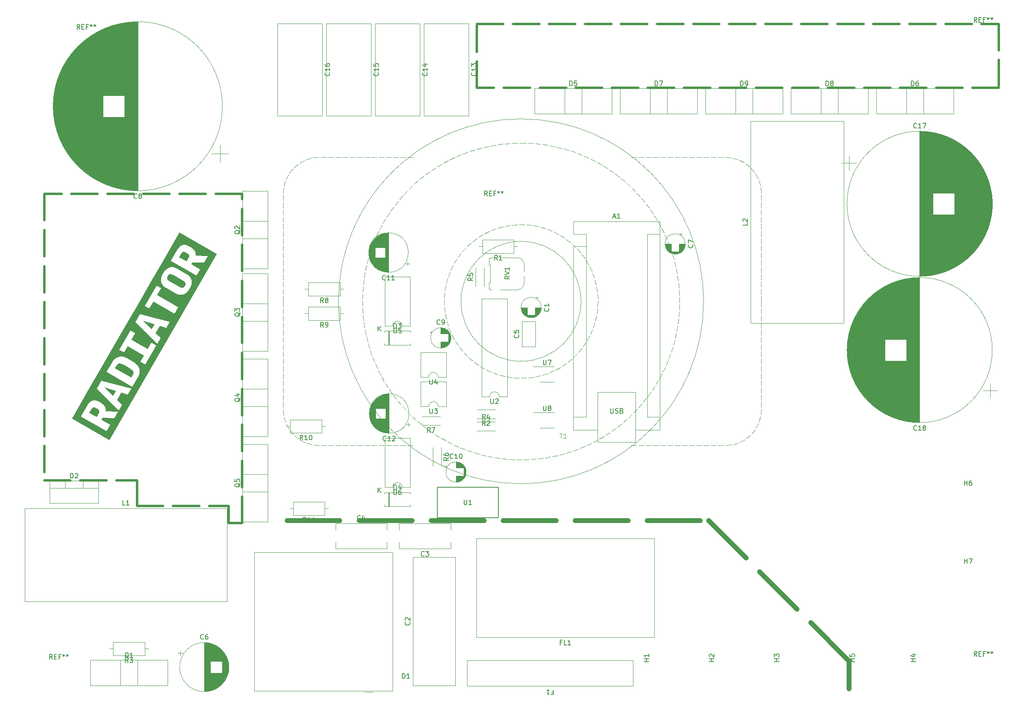
<source format=gbr>
%TF.GenerationSoftware,KiCad,Pcbnew,7.0.2*%
%TF.CreationDate,2023-08-05T13:01:47+02:00*%
%TF.ProjectId,supersmymps v2,73757065-7273-46d7-996d-70732076322e,rev?*%
%TF.SameCoordinates,Original*%
%TF.FileFunction,Legend,Top*%
%TF.FilePolarity,Positive*%
%FSLAX46Y46*%
G04 Gerber Fmt 4.6, Leading zero omitted, Abs format (unit mm)*
G04 Created by KiCad (PCBNEW 7.0.2) date 2023-08-05 13:01:47*
%MOMM*%
%LPD*%
G01*
G04 APERTURE LIST*
%ADD10C,1.000000*%
%ADD11C,0.500000*%
%ADD12C,0.300000*%
%ADD13C,0.150000*%
%ADD14C,0.100000*%
%ADD15C,0.120000*%
G04 APERTURE END LIST*
D10*
X159065000Y-124140000D02*
X166843175Y-131918175D01*
X169671602Y-134746602D02*
X177449776Y-142524776D01*
X180278203Y-145353203D02*
X188056378Y-153131378D01*
X71308000Y-124140000D02*
X82308000Y-124140000D01*
X86308000Y-124140000D02*
X97308000Y-124140000D01*
X101308000Y-124140000D02*
X112308000Y-124140000D01*
X116308000Y-124140000D02*
X127308000Y-124140000D01*
X131308000Y-124140000D02*
X142308000Y-124140000D01*
X146308000Y-124140000D02*
X157308000Y-124140000D01*
D11*
X110805000Y-20635000D02*
X116305000Y-20635000D01*
X118305000Y-20635000D02*
X123805000Y-20635000D01*
X125805000Y-20635000D02*
X131305000Y-20635000D01*
X133305000Y-20635000D02*
X138805000Y-20635000D01*
X140805000Y-20635000D02*
X146305000Y-20635000D01*
X148305000Y-20635000D02*
X153805000Y-20635000D01*
X155805000Y-20635000D02*
X161305000Y-20635000D01*
X163305000Y-20635000D02*
X168805000Y-20635000D01*
X170805000Y-20635000D02*
X176305000Y-20635000D01*
X178305000Y-20635000D02*
X183805000Y-20635000D01*
X185805000Y-20635000D02*
X191305000Y-20635000D01*
X193305000Y-20635000D02*
X198805000Y-20635000D01*
X200805000Y-20635000D02*
X206305000Y-20635000D01*
X208305000Y-20635000D02*
X213805000Y-20635000D01*
X215805000Y-20635000D02*
X219390000Y-20635000D01*
X219390000Y-20635000D02*
X219390000Y-26135000D01*
X219390000Y-28135000D02*
X219390000Y-33635000D01*
X219390000Y-33970000D02*
X213890000Y-33970000D01*
X211890000Y-33970000D02*
X206390000Y-33970000D01*
X204390000Y-33970000D02*
X198890000Y-33970000D01*
X196890000Y-33970000D02*
X191390000Y-33970000D01*
X189390000Y-33970000D02*
X183890000Y-33970000D01*
X181890000Y-33970000D02*
X176390000Y-33970000D01*
X174390000Y-33970000D02*
X168890000Y-33970000D01*
X166890000Y-33970000D02*
X161390000Y-33970000D01*
X159390000Y-33970000D02*
X153890000Y-33970000D01*
X151890000Y-33970000D02*
X146390000Y-33970000D01*
X144390000Y-33970000D02*
X138890000Y-33970000D01*
X136890000Y-33970000D02*
X131390000Y-33970000D01*
X129390000Y-33970000D02*
X123890000Y-33970000D01*
X121890000Y-33970000D02*
X116390000Y-33970000D01*
X114390000Y-33970000D02*
X110805000Y-33970000D01*
X110805000Y-33970000D02*
X110805000Y-28470000D01*
X110805000Y-26470000D02*
X110805000Y-20970000D01*
X20762000Y-115758000D02*
X26262000Y-115758000D01*
X28262000Y-115758000D02*
X33762000Y-115758000D01*
X35762000Y-115758000D02*
X40066000Y-115758000D01*
X40066000Y-115758000D02*
X40066000Y-121092000D01*
X40066000Y-121092000D02*
X45566000Y-121092000D01*
X47566000Y-121092000D02*
X53066000Y-121092000D01*
X55066000Y-121092000D02*
X59116000Y-121092000D01*
X59116000Y-121092000D02*
X59116000Y-124648000D01*
X59116000Y-124648000D02*
X61910000Y-124648000D01*
X61910000Y-124648000D02*
X61910000Y-119148000D01*
X61910000Y-117148000D02*
X61910000Y-111648000D01*
X61910000Y-109648000D02*
X61910000Y-104148000D01*
X61910000Y-102148000D02*
X61910000Y-96648000D01*
X61910000Y-94648000D02*
X61910000Y-89148000D01*
X61910000Y-87148000D02*
X61910000Y-81648000D01*
X61910000Y-79648000D02*
X61910000Y-74148000D01*
X61910000Y-72148000D02*
X61910000Y-66648000D01*
X61910000Y-64648000D02*
X61910000Y-59148000D01*
X61910000Y-57148000D02*
X61910000Y-56068000D01*
X61910000Y-56068000D02*
X56410000Y-56068000D01*
X54410000Y-56068000D02*
X48910000Y-56068000D01*
X46910000Y-56068000D02*
X41410000Y-56068000D01*
X39410000Y-56068000D02*
X33910000Y-56068000D01*
X31910000Y-56068000D02*
X26410000Y-56068000D01*
X24410000Y-56068000D02*
X20762000Y-56068000D01*
X20762000Y-56068000D02*
X20762000Y-61568000D01*
X20762000Y-63568000D02*
X20762000Y-69068000D01*
X20762000Y-71068000D02*
X20762000Y-76568000D01*
X20762000Y-78568000D02*
X20762000Y-84068000D01*
X20762000Y-86068000D02*
X20762000Y-91568000D01*
X20762000Y-93568000D02*
X20762000Y-99068000D01*
X20762000Y-101068000D02*
X20762000Y-106568000D01*
X20762000Y-108568000D02*
X20762000Y-114068000D01*
D10*
X188275000Y-153350000D02*
X188275000Y-159192000D01*
D12*
G36*
X31117120Y-100507548D02*
G01*
X31181583Y-100515880D01*
X31249441Y-100532253D01*
X31320694Y-100556667D01*
X31376361Y-100580255D01*
X31433939Y-100608367D01*
X31493426Y-100641001D01*
X31871624Y-100859354D01*
X31912656Y-100883804D01*
X31969827Y-100920802D01*
X32021746Y-100958190D01*
X32068414Y-100995966D01*
X32122470Y-101046938D01*
X32167189Y-101098602D01*
X32202573Y-101150958D01*
X32228621Y-101204004D01*
X32248052Y-101271284D01*
X32253635Y-101342673D01*
X32249232Y-101405253D01*
X32236947Y-101472694D01*
X32216778Y-101544997D01*
X32196478Y-101602414D01*
X32171743Y-101662566D01*
X32142575Y-101725452D01*
X32108972Y-101791073D01*
X32070935Y-101859428D01*
X31686985Y-102524449D01*
X30143731Y-101633451D01*
X30527681Y-100968430D01*
X30567938Y-100901357D01*
X30608200Y-100839580D01*
X30648467Y-100783102D01*
X30688740Y-100731921D01*
X30729017Y-100686038D01*
X30782729Y-100633101D01*
X30836449Y-100589582D01*
X30890179Y-100555481D01*
X30957354Y-100526099D01*
X30984493Y-100518203D01*
X31056053Y-100507258D01*
X31117120Y-100507548D01*
G37*
G36*
X35692673Y-97087022D02*
G01*
X35098430Y-98116281D01*
X33242570Y-96318861D01*
X35692673Y-97087022D01*
G37*
G36*
X36532643Y-91356290D02*
G01*
X36608528Y-91367066D01*
X36689399Y-91384765D01*
X36746083Y-91400411D01*
X36804982Y-91419134D01*
X36866097Y-91440934D01*
X36929428Y-91465812D01*
X36994975Y-91493767D01*
X37062738Y-91524799D01*
X37132716Y-91558908D01*
X37204910Y-91596095D01*
X37279320Y-91636359D01*
X37355946Y-91679700D01*
X38597149Y-92396308D01*
X38634601Y-92418156D01*
X38706727Y-92461596D01*
X38775151Y-92504696D01*
X38839870Y-92547456D01*
X38900887Y-92589876D01*
X38958199Y-92631955D01*
X39011809Y-92673694D01*
X39061715Y-92715092D01*
X39107917Y-92756151D01*
X39170277Y-92817100D01*
X39224304Y-92877284D01*
X39269998Y-92936703D01*
X39307359Y-92995355D01*
X39336388Y-93053243D01*
X39351426Y-93092146D01*
X39368219Y-93152626D01*
X39378096Y-93215658D01*
X39381058Y-93281240D01*
X39377103Y-93349373D01*
X39366232Y-93420057D01*
X39348445Y-93493292D01*
X39323741Y-93569078D01*
X39292122Y-93647414D01*
X39267200Y-93701056D01*
X39239204Y-93755831D01*
X39208135Y-93811741D01*
X38901122Y-94343503D01*
X35489719Y-92373929D01*
X35796732Y-91842166D01*
X35813111Y-91814335D01*
X35846322Y-91761117D01*
X35880138Y-91711156D01*
X35931995Y-91642322D01*
X35985213Y-91580818D01*
X36039791Y-91526643D01*
X36095730Y-91479798D01*
X36153029Y-91440281D01*
X36211688Y-91408095D01*
X36271708Y-91383237D01*
X36333089Y-91365709D01*
X36395830Y-91355511D01*
X36461744Y-91352439D01*
X36532643Y-91356290D01*
G37*
G36*
X43711654Y-83197739D02*
G01*
X43117411Y-84226998D01*
X41261551Y-82429578D01*
X43711654Y-83197739D01*
G37*
G36*
X47111421Y-72755136D02*
G01*
X47175559Y-72762773D01*
X47242712Y-72775750D01*
X47312880Y-72794067D01*
X47386063Y-72817723D01*
X47462261Y-72846719D01*
X47541473Y-72881055D01*
X47595956Y-72906912D01*
X47651779Y-72935143D01*
X47708942Y-72965746D01*
X47767445Y-72998723D01*
X49568331Y-74038465D01*
X49597641Y-74055587D01*
X49654128Y-74089800D01*
X49707771Y-74123970D01*
X49758570Y-74158097D01*
X49829435Y-74209209D01*
X49893901Y-74260225D01*
X49951968Y-74311146D01*
X50003635Y-74361971D01*
X50048902Y-74412700D01*
X50087770Y-74463334D01*
X50120238Y-74513872D01*
X50153575Y-74581108D01*
X50166248Y-74614878D01*
X50184143Y-74684541D01*
X50192103Y-74757035D01*
X50190126Y-74832358D01*
X50182122Y-74890707D01*
X50168530Y-74950649D01*
X50149349Y-75012182D01*
X50124578Y-75075307D01*
X50094219Y-75140025D01*
X50058270Y-75206334D01*
X50045231Y-75228468D01*
X50005171Y-75291114D01*
X49963695Y-75348124D01*
X49920803Y-75399498D01*
X49876494Y-75445235D01*
X49830770Y-75485336D01*
X49767603Y-75530037D01*
X49701917Y-75564718D01*
X49633715Y-75589380D01*
X49562996Y-75604021D01*
X49507502Y-75608270D01*
X49448712Y-75607048D01*
X49386628Y-75600354D01*
X49321247Y-75588187D01*
X49252572Y-75570549D01*
X49180601Y-75547438D01*
X49105335Y-75518855D01*
X49026773Y-75484801D01*
X48972567Y-75459058D01*
X48916898Y-75430883D01*
X48859763Y-75400276D01*
X48801164Y-75367237D01*
X47000278Y-74327495D01*
X46971032Y-74310411D01*
X46914578Y-74276231D01*
X46860844Y-74242035D01*
X46809830Y-74207823D01*
X46738408Y-74156474D01*
X46673104Y-74105088D01*
X46613920Y-74053666D01*
X46560854Y-74002207D01*
X46513907Y-73950711D01*
X46473079Y-73899179D01*
X46438370Y-73847610D01*
X46401610Y-73778794D01*
X46387337Y-73743889D01*
X46366572Y-73672145D01*
X46356178Y-73597824D01*
X46356157Y-73520924D01*
X46362948Y-73461557D01*
X46375574Y-73400740D01*
X46394033Y-73338473D01*
X46418328Y-73274755D01*
X46448456Y-73209588D01*
X46484420Y-73142970D01*
X46497426Y-73120923D01*
X46537554Y-73058633D01*
X46579343Y-73002121D01*
X46622793Y-72951386D01*
X46667904Y-72906430D01*
X46714677Y-72867251D01*
X46779625Y-72824001D01*
X46847526Y-72791023D01*
X46918381Y-72768316D01*
X46992189Y-72755881D01*
X47050298Y-72752838D01*
X47111421Y-72755136D01*
G37*
G36*
X49828076Y-68099221D02*
G01*
X49892539Y-68107553D01*
X49960397Y-68123926D01*
X50031650Y-68148341D01*
X50087317Y-68171929D01*
X50144895Y-68200040D01*
X50204382Y-68232675D01*
X50582580Y-68451028D01*
X50623612Y-68475477D01*
X50680783Y-68512476D01*
X50732702Y-68549863D01*
X50779370Y-68587639D01*
X50833426Y-68638612D01*
X50878145Y-68690276D01*
X50913529Y-68742631D01*
X50939577Y-68795677D01*
X50959008Y-68862957D01*
X50964591Y-68934346D01*
X50960188Y-68996926D01*
X50947903Y-69064368D01*
X50927734Y-69136670D01*
X50907434Y-69194088D01*
X50882699Y-69254239D01*
X50853531Y-69317126D01*
X50819928Y-69382746D01*
X50781891Y-69451102D01*
X50397941Y-70116122D01*
X48854687Y-69225124D01*
X49238637Y-68560104D01*
X49278894Y-68493030D01*
X49319156Y-68431254D01*
X49359423Y-68374776D01*
X49399696Y-68323595D01*
X49439973Y-68277711D01*
X49493685Y-68224775D01*
X49547405Y-68181256D01*
X49601135Y-68147155D01*
X49668310Y-68117772D01*
X49695449Y-68109876D01*
X49767009Y-68098931D01*
X49828076Y-68099221D01*
G37*
G36*
X56715198Y-68541426D02*
G01*
X34322325Y-107327019D01*
X26535064Y-102831041D01*
X26784222Y-102399487D01*
X28401878Y-102399487D01*
X33762654Y-105494532D01*
X34529821Y-104165760D01*
X32661672Y-103087184D01*
X32872697Y-102721677D01*
X35335822Y-102769725D01*
X36137427Y-101381304D01*
X33523392Y-101342581D01*
X33536126Y-101275795D01*
X33546236Y-101209821D01*
X33553722Y-101144659D01*
X33558585Y-101080309D01*
X33560824Y-101016770D01*
X33560440Y-100954044D01*
X33557431Y-100892129D01*
X33551799Y-100831027D01*
X33543544Y-100770737D01*
X33532665Y-100711258D01*
X33519162Y-100652592D01*
X33503035Y-100594737D01*
X33484285Y-100537694D01*
X33462912Y-100481464D01*
X33438914Y-100426045D01*
X33412293Y-100371438D01*
X33383011Y-100317444D01*
X33351167Y-100264362D01*
X33316759Y-100212194D01*
X33279789Y-100160939D01*
X33240255Y-100110596D01*
X33198159Y-100061167D01*
X33153499Y-100012651D01*
X33106276Y-99965048D01*
X33056490Y-99918358D01*
X33004141Y-99872581D01*
X32949230Y-99827717D01*
X32891755Y-99783766D01*
X32831717Y-99740728D01*
X32769116Y-99698604D01*
X32703952Y-99657392D01*
X32636225Y-99617093D01*
X32151420Y-99337191D01*
X32061848Y-99287638D01*
X31973033Y-99242845D01*
X31884973Y-99202811D01*
X31797668Y-99167536D01*
X31711119Y-99137020D01*
X31625326Y-99111264D01*
X31540288Y-99090266D01*
X31456006Y-99074028D01*
X31372479Y-99062549D01*
X31289708Y-99055829D01*
X31207693Y-99053868D01*
X31126433Y-99056667D01*
X31045929Y-99064225D01*
X30966180Y-99076542D01*
X30887187Y-99093618D01*
X30808950Y-99115453D01*
X30770126Y-99128241D01*
X30693114Y-99157903D01*
X30616949Y-99193012D01*
X30541633Y-99233568D01*
X30467164Y-99279570D01*
X30393542Y-99331020D01*
X30320769Y-99387916D01*
X30248843Y-99450259D01*
X30177764Y-99518050D01*
X30107534Y-99591287D01*
X30038151Y-99669971D01*
X29969616Y-99754102D01*
X29901928Y-99843680D01*
X29835088Y-99938704D01*
X29801986Y-99988259D01*
X29769096Y-100039176D01*
X29736417Y-100091455D01*
X29703951Y-100145095D01*
X29671697Y-100200097D01*
X28844149Y-101633451D01*
X28401878Y-102399487D01*
X26784222Y-102399487D01*
X30140119Y-96586903D01*
X31757775Y-96586903D01*
X36281775Y-101131287D01*
X36972738Y-99934504D01*
X35927304Y-98931572D01*
X36797785Y-97423854D01*
X38173680Y-97854411D01*
X38894685Y-96605594D01*
X32697866Y-94958618D01*
X31912529Y-96318861D01*
X31757775Y-96586903D01*
X30140119Y-96586903D01*
X32130209Y-93139965D01*
X33747866Y-93139965D01*
X39108641Y-96235010D01*
X40259758Y-94241218D01*
X40292814Y-94182784D01*
X40324388Y-94124559D01*
X40354480Y-94066542D01*
X40383090Y-94008733D01*
X40410218Y-93951133D01*
X40435863Y-93893742D01*
X40460027Y-93836559D01*
X40482709Y-93779585D01*
X40503908Y-93722819D01*
X40523626Y-93666262D01*
X40558615Y-93553774D01*
X40587675Y-93442119D01*
X40610807Y-93331299D01*
X40628011Y-93221313D01*
X40639287Y-93112160D01*
X40644634Y-93003843D01*
X40644054Y-92896359D01*
X40637545Y-92789709D01*
X40625107Y-92683894D01*
X40606742Y-92578913D01*
X40582448Y-92474766D01*
X40552705Y-92372146D01*
X40517808Y-92272064D01*
X40477759Y-92174519D01*
X40432555Y-92079511D01*
X40382199Y-91987041D01*
X40326689Y-91897109D01*
X40266026Y-91809713D01*
X40200209Y-91724856D01*
X40129239Y-91642535D01*
X40053115Y-91562753D01*
X39971838Y-91485507D01*
X39885408Y-91410799D01*
X39793824Y-91338629D01*
X39746100Y-91303495D01*
X39697087Y-91268996D01*
X39646786Y-91235131D01*
X39595197Y-91201900D01*
X39542319Y-91169304D01*
X39488153Y-91137342D01*
X37999472Y-90277851D01*
X37944309Y-90246692D01*
X37889233Y-90216961D01*
X37834244Y-90188659D01*
X37779343Y-90161786D01*
X37724529Y-90136341D01*
X37669803Y-90112325D01*
X37560613Y-90068578D01*
X37451771Y-90030546D01*
X37343280Y-89998228D01*
X37235137Y-89971625D01*
X37127345Y-89950737D01*
X37019901Y-89935563D01*
X36912807Y-89926103D01*
X36806063Y-89922358D01*
X36699668Y-89924328D01*
X36593622Y-89932012D01*
X36487926Y-89945410D01*
X36382580Y-89964523D01*
X36277583Y-89989351D01*
X36225511Y-90003807D01*
X36123130Y-90036881D01*
X36023098Y-90075502D01*
X35925416Y-90119670D01*
X35830084Y-90169385D01*
X35737102Y-90224648D01*
X35646469Y-90285458D01*
X35558185Y-90351815D01*
X35472252Y-90423720D01*
X35388668Y-90501172D01*
X35307434Y-90584172D01*
X35267698Y-90627752D01*
X35228549Y-90672719D01*
X35189988Y-90719072D01*
X35152014Y-90766813D01*
X35114628Y-90815940D01*
X35077829Y-90866454D01*
X35041618Y-90918355D01*
X35005994Y-90971643D01*
X34970957Y-91026317D01*
X34936508Y-91082379D01*
X34902646Y-91139827D01*
X34190137Y-92373929D01*
X33747866Y-93139965D01*
X32130209Y-93139965D01*
X34803203Y-88510204D01*
X36420859Y-88510204D01*
X37395546Y-89072940D01*
X38162713Y-87744168D01*
X41574115Y-89713742D01*
X40806949Y-91042514D01*
X41781635Y-91605250D01*
X44083868Y-87617665D01*
X43109182Y-87054929D01*
X42341282Y-88384970D01*
X38929879Y-86415396D01*
X39697779Y-85085355D01*
X38723092Y-84522620D01*
X36420859Y-88510204D01*
X34803203Y-88510204D01*
X38159099Y-82697621D01*
X39776756Y-82697621D01*
X44300756Y-87242004D01*
X44991719Y-86045221D01*
X43946285Y-85042289D01*
X44816766Y-83534571D01*
X46192661Y-83965129D01*
X46913666Y-82716312D01*
X40716847Y-81069336D01*
X39931511Y-82429578D01*
X39776756Y-82697621D01*
X38159099Y-82697621D01*
X40072254Y-79383940D01*
X41689910Y-79383940D01*
X42664597Y-79946676D01*
X43508700Y-78484646D01*
X47894789Y-81016956D01*
X48661956Y-79688184D01*
X44275867Y-77155874D01*
X45119970Y-75693844D01*
X44145284Y-75131109D01*
X41689910Y-79383940D01*
X40072254Y-79383940D01*
X43221193Y-73929818D01*
X45081780Y-73929818D01*
X45083249Y-74032890D01*
X45090477Y-74134436D01*
X45103465Y-74234455D01*
X45122213Y-74332947D01*
X45133659Y-74381511D01*
X45160349Y-74476836D01*
X45192103Y-74569756D01*
X45228920Y-74660272D01*
X45270801Y-74748384D01*
X45317744Y-74834092D01*
X45369752Y-74917395D01*
X45426822Y-74998293D01*
X45488956Y-75076788D01*
X45556153Y-75152877D01*
X45628413Y-75226563D01*
X45705737Y-75297844D01*
X45788124Y-75366721D01*
X45875574Y-75433194D01*
X45968088Y-75497262D01*
X46065665Y-75558926D01*
X46116352Y-75588856D01*
X48150756Y-76763420D01*
X48252355Y-76819434D01*
X48353458Y-76869873D01*
X48454064Y-76914738D01*
X48554174Y-76954029D01*
X48653788Y-76987745D01*
X48752905Y-77015886D01*
X48851526Y-77038453D01*
X48949650Y-77055445D01*
X49047278Y-77066862D01*
X49144410Y-77072705D01*
X49241046Y-77072974D01*
X49337185Y-77067668D01*
X49432828Y-77056787D01*
X49527974Y-77040332D01*
X49622624Y-77018302D01*
X49716778Y-76990697D01*
X49763593Y-76974706D01*
X49856124Y-76938431D01*
X49947187Y-76896430D01*
X50036783Y-76848704D01*
X50124912Y-76795253D01*
X50211574Y-76736077D01*
X50296769Y-76671175D01*
X50380498Y-76600549D01*
X50462759Y-76524197D01*
X50543553Y-76442120D01*
X50583400Y-76398935D01*
X50622880Y-76354318D01*
X50661994Y-76308270D01*
X50700740Y-76260791D01*
X50739120Y-76211880D01*
X50777133Y-76161538D01*
X50814780Y-76109765D01*
X50852060Y-76056561D01*
X50888972Y-76001925D01*
X50925519Y-75945858D01*
X50961698Y-75888360D01*
X50997511Y-75829430D01*
X51032957Y-75769069D01*
X51067463Y-75708270D01*
X51100547Y-75647866D01*
X51132210Y-75587857D01*
X51162452Y-75528245D01*
X51191272Y-75469027D01*
X51218671Y-75410206D01*
X51244648Y-75351779D01*
X51269203Y-75293749D01*
X51292338Y-75236114D01*
X51314050Y-75178874D01*
X51334342Y-75122030D01*
X51353211Y-75065582D01*
X51386686Y-74953872D01*
X51414476Y-74843744D01*
X51436579Y-74735198D01*
X51452996Y-74628235D01*
X51463727Y-74522853D01*
X51468773Y-74419054D01*
X51468133Y-74316837D01*
X51461806Y-74216203D01*
X51449794Y-74117150D01*
X51432096Y-74019680D01*
X51409014Y-73924185D01*
X51380850Y-73831056D01*
X51347605Y-73740296D01*
X51309278Y-73651902D01*
X51265870Y-73565876D01*
X51217379Y-73482217D01*
X51163808Y-73400926D01*
X51105154Y-73322002D01*
X51041419Y-73245445D01*
X50972603Y-73171256D01*
X50898705Y-73099434D01*
X50819725Y-73029980D01*
X50735663Y-72962892D01*
X50646520Y-72898173D01*
X50552296Y-72835820D01*
X50452989Y-72775835D01*
X48418585Y-71601271D01*
X48316184Y-71544780D01*
X48214261Y-71493827D01*
X48112815Y-71448412D01*
X48011848Y-71408534D01*
X47911359Y-71374194D01*
X47811348Y-71345391D01*
X47711815Y-71322126D01*
X47612760Y-71304398D01*
X47514183Y-71292208D01*
X47416084Y-71285556D01*
X47318463Y-71284441D01*
X47221321Y-71288863D01*
X47124656Y-71298824D01*
X47028469Y-71314322D01*
X46932761Y-71335357D01*
X46837530Y-71361930D01*
X46790225Y-71377326D01*
X46696763Y-71412468D01*
X46604830Y-71453412D01*
X46514426Y-71500155D01*
X46425551Y-71552700D01*
X46338205Y-71611045D01*
X46252388Y-71675191D01*
X46168101Y-71745138D01*
X46085343Y-71820886D01*
X46004113Y-71902434D01*
X45964072Y-71945383D01*
X45924413Y-71989782D01*
X45885137Y-72035632D01*
X45846242Y-72082932D01*
X45807730Y-72131682D01*
X45769601Y-72181882D01*
X45731853Y-72233533D01*
X45694488Y-72286633D01*
X45657505Y-72341184D01*
X45620905Y-72397185D01*
X45584686Y-72454636D01*
X45548850Y-72513537D01*
X45513397Y-72573889D01*
X45478854Y-72634775D01*
X45445751Y-72695279D01*
X45414089Y-72755401D01*
X45383866Y-72815142D01*
X45355082Y-72874501D01*
X45327739Y-72933479D01*
X45301836Y-72992075D01*
X45277372Y-73050289D01*
X45254349Y-73108122D01*
X45232765Y-73165573D01*
X45212621Y-73222643D01*
X45193917Y-73279330D01*
X45160829Y-73391561D01*
X45133500Y-73502266D01*
X45129814Y-73520924D01*
X45111931Y-73611444D01*
X45096121Y-73719095D01*
X45086071Y-73825220D01*
X45081780Y-73929818D01*
X43221193Y-73929818D01*
X45495178Y-69991160D01*
X47112834Y-69991160D01*
X52473610Y-73086206D01*
X53240777Y-71757434D01*
X51372628Y-70678858D01*
X51583653Y-70313350D01*
X54046778Y-70361399D01*
X54848383Y-68972978D01*
X52234348Y-68934255D01*
X52247082Y-68867469D01*
X52257192Y-68801494D01*
X52264678Y-68736332D01*
X52269541Y-68671982D01*
X52271780Y-68608444D01*
X52271396Y-68545717D01*
X52268387Y-68483803D01*
X52262756Y-68422701D01*
X52254500Y-68362410D01*
X52243621Y-68302932D01*
X52230118Y-68244265D01*
X52213991Y-68186410D01*
X52195241Y-68129368D01*
X52173868Y-68073137D01*
X52149870Y-68017718D01*
X52123249Y-67963112D01*
X52093968Y-67909117D01*
X52062123Y-67856036D01*
X52027715Y-67803867D01*
X51990745Y-67752612D01*
X51951211Y-67702270D01*
X51909115Y-67652841D01*
X51864455Y-67604325D01*
X51817232Y-67556721D01*
X51767446Y-67510031D01*
X51715097Y-67464254D01*
X51660186Y-67419391D01*
X51602711Y-67375440D01*
X51542673Y-67332402D01*
X51480072Y-67290277D01*
X51414908Y-67249065D01*
X51347181Y-67208767D01*
X50862376Y-66928864D01*
X50772804Y-66879312D01*
X50683989Y-66834519D01*
X50595929Y-66794484D01*
X50508624Y-66759209D01*
X50422075Y-66728694D01*
X50336282Y-66702937D01*
X50251244Y-66681940D01*
X50166962Y-66665701D01*
X50083435Y-66654222D01*
X50000664Y-66647503D01*
X49918649Y-66645542D01*
X49837389Y-66648340D01*
X49756885Y-66655898D01*
X49677136Y-66668215D01*
X49598143Y-66685291D01*
X49519906Y-66707127D01*
X49481082Y-66719915D01*
X49404070Y-66749577D01*
X49327905Y-66784685D01*
X49252589Y-66825241D01*
X49178120Y-66871244D01*
X49104498Y-66922693D01*
X49031725Y-66979590D01*
X48959799Y-67041933D01*
X48888720Y-67109723D01*
X48818490Y-67182960D01*
X48749107Y-67261644D01*
X48680572Y-67345775D01*
X48612884Y-67435353D01*
X48546044Y-67530378D01*
X48512942Y-67579933D01*
X48480052Y-67630850D01*
X48447374Y-67683128D01*
X48414907Y-67736768D01*
X48382653Y-67791770D01*
X47555105Y-69225124D01*
X47112834Y-69991160D01*
X45495178Y-69991160D01*
X48927936Y-64045448D01*
X56715198Y-68541426D01*
G37*
D13*
%TO.C,C8*%
X40073333Y-56897380D02*
X40025714Y-56945000D01*
X40025714Y-56945000D02*
X39882857Y-56992619D01*
X39882857Y-56992619D02*
X39787619Y-56992619D01*
X39787619Y-56992619D02*
X39644762Y-56945000D01*
X39644762Y-56945000D02*
X39549524Y-56849761D01*
X39549524Y-56849761D02*
X39501905Y-56754523D01*
X39501905Y-56754523D02*
X39454286Y-56564047D01*
X39454286Y-56564047D02*
X39454286Y-56421190D01*
X39454286Y-56421190D02*
X39501905Y-56230714D01*
X39501905Y-56230714D02*
X39549524Y-56135476D01*
X39549524Y-56135476D02*
X39644762Y-56040238D01*
X39644762Y-56040238D02*
X39787619Y-55992619D01*
X39787619Y-55992619D02*
X39882857Y-55992619D01*
X39882857Y-55992619D02*
X40025714Y-56040238D01*
X40025714Y-56040238D02*
X40073333Y-56087857D01*
X40644762Y-56421190D02*
X40549524Y-56373571D01*
X40549524Y-56373571D02*
X40501905Y-56325952D01*
X40501905Y-56325952D02*
X40454286Y-56230714D01*
X40454286Y-56230714D02*
X40454286Y-56183095D01*
X40454286Y-56183095D02*
X40501905Y-56087857D01*
X40501905Y-56087857D02*
X40549524Y-56040238D01*
X40549524Y-56040238D02*
X40644762Y-55992619D01*
X40644762Y-55992619D02*
X40835238Y-55992619D01*
X40835238Y-55992619D02*
X40930476Y-56040238D01*
X40930476Y-56040238D02*
X40978095Y-56087857D01*
X40978095Y-56087857D02*
X41025714Y-56183095D01*
X41025714Y-56183095D02*
X41025714Y-56230714D01*
X41025714Y-56230714D02*
X40978095Y-56325952D01*
X40978095Y-56325952D02*
X40930476Y-56373571D01*
X40930476Y-56373571D02*
X40835238Y-56421190D01*
X40835238Y-56421190D02*
X40644762Y-56421190D01*
X40644762Y-56421190D02*
X40549524Y-56468809D01*
X40549524Y-56468809D02*
X40501905Y-56516428D01*
X40501905Y-56516428D02*
X40454286Y-56611666D01*
X40454286Y-56611666D02*
X40454286Y-56802142D01*
X40454286Y-56802142D02*
X40501905Y-56897380D01*
X40501905Y-56897380D02*
X40549524Y-56945000D01*
X40549524Y-56945000D02*
X40644762Y-56992619D01*
X40644762Y-56992619D02*
X40835238Y-56992619D01*
X40835238Y-56992619D02*
X40930476Y-56945000D01*
X40930476Y-56945000D02*
X40978095Y-56897380D01*
X40978095Y-56897380D02*
X41025714Y-56802142D01*
X41025714Y-56802142D02*
X41025714Y-56611666D01*
X41025714Y-56611666D02*
X40978095Y-56516428D01*
X40978095Y-56516428D02*
X40930476Y-56468809D01*
X40930476Y-56468809D02*
X40835238Y-56421190D01*
%TO.C,L2*%
X167142619Y-62076666D02*
X167142619Y-62552856D01*
X167142619Y-62552856D02*
X166142619Y-62552856D01*
X166237857Y-61790951D02*
X166190238Y-61743332D01*
X166190238Y-61743332D02*
X166142619Y-61648094D01*
X166142619Y-61648094D02*
X166142619Y-61409999D01*
X166142619Y-61409999D02*
X166190238Y-61314761D01*
X166190238Y-61314761D02*
X166237857Y-61267142D01*
X166237857Y-61267142D02*
X166333095Y-61219523D01*
X166333095Y-61219523D02*
X166428333Y-61219523D01*
X166428333Y-61219523D02*
X166571190Y-61267142D01*
X166571190Y-61267142D02*
X167142619Y-61838570D01*
X167142619Y-61838570D02*
X167142619Y-61219523D01*
%TO.C,R4*%
X112543333Y-102997619D02*
X112210000Y-102521428D01*
X111971905Y-102997619D02*
X111971905Y-101997619D01*
X111971905Y-101997619D02*
X112352857Y-101997619D01*
X112352857Y-101997619D02*
X112448095Y-102045238D01*
X112448095Y-102045238D02*
X112495714Y-102092857D01*
X112495714Y-102092857D02*
X112543333Y-102188095D01*
X112543333Y-102188095D02*
X112543333Y-102330952D01*
X112543333Y-102330952D02*
X112495714Y-102426190D01*
X112495714Y-102426190D02*
X112448095Y-102473809D01*
X112448095Y-102473809D02*
X112352857Y-102521428D01*
X112352857Y-102521428D02*
X111971905Y-102521428D01*
X113400476Y-102330952D02*
X113400476Y-102997619D01*
X113162381Y-101950000D02*
X112924286Y-102664285D01*
X112924286Y-102664285D02*
X113543333Y-102664285D01*
%TO.C,REF\u002A\u002A*%
X214881666Y-152352619D02*
X214548333Y-151876428D01*
X214310238Y-152352619D02*
X214310238Y-151352619D01*
X214310238Y-151352619D02*
X214691190Y-151352619D01*
X214691190Y-151352619D02*
X214786428Y-151400238D01*
X214786428Y-151400238D02*
X214834047Y-151447857D01*
X214834047Y-151447857D02*
X214881666Y-151543095D01*
X214881666Y-151543095D02*
X214881666Y-151685952D01*
X214881666Y-151685952D02*
X214834047Y-151781190D01*
X214834047Y-151781190D02*
X214786428Y-151828809D01*
X214786428Y-151828809D02*
X214691190Y-151876428D01*
X214691190Y-151876428D02*
X214310238Y-151876428D01*
X215310238Y-151828809D02*
X215643571Y-151828809D01*
X215786428Y-152352619D02*
X215310238Y-152352619D01*
X215310238Y-152352619D02*
X215310238Y-151352619D01*
X215310238Y-151352619D02*
X215786428Y-151352619D01*
X216548333Y-151828809D02*
X216215000Y-151828809D01*
X216215000Y-152352619D02*
X216215000Y-151352619D01*
X216215000Y-151352619D02*
X216691190Y-151352619D01*
X217215000Y-151352619D02*
X217215000Y-151590714D01*
X216976905Y-151495476D02*
X217215000Y-151590714D01*
X217215000Y-151590714D02*
X217453095Y-151495476D01*
X217072143Y-151781190D02*
X217215000Y-151590714D01*
X217215000Y-151590714D02*
X217357857Y-151781190D01*
X217976905Y-151352619D02*
X217976905Y-151590714D01*
X217738810Y-151495476D02*
X217976905Y-151590714D01*
X217976905Y-151590714D02*
X218215000Y-151495476D01*
X217834048Y-151781190D02*
X217976905Y-151590714D01*
X217976905Y-151590714D02*
X218119762Y-151781190D01*
%TO.C,R6*%
X104932619Y-110971666D02*
X104456428Y-111304999D01*
X104932619Y-111543094D02*
X103932619Y-111543094D01*
X103932619Y-111543094D02*
X103932619Y-111162142D01*
X103932619Y-111162142D02*
X103980238Y-111066904D01*
X103980238Y-111066904D02*
X104027857Y-111019285D01*
X104027857Y-111019285D02*
X104123095Y-110971666D01*
X104123095Y-110971666D02*
X104265952Y-110971666D01*
X104265952Y-110971666D02*
X104361190Y-111019285D01*
X104361190Y-111019285D02*
X104408809Y-111066904D01*
X104408809Y-111066904D02*
X104456428Y-111162142D01*
X104456428Y-111162142D02*
X104456428Y-111543094D01*
X103932619Y-110114523D02*
X103932619Y-110304999D01*
X103932619Y-110304999D02*
X103980238Y-110400237D01*
X103980238Y-110400237D02*
X104027857Y-110447856D01*
X104027857Y-110447856D02*
X104170714Y-110543094D01*
X104170714Y-110543094D02*
X104361190Y-110590713D01*
X104361190Y-110590713D02*
X104742142Y-110590713D01*
X104742142Y-110590713D02*
X104837380Y-110543094D01*
X104837380Y-110543094D02*
X104885000Y-110495475D01*
X104885000Y-110495475D02*
X104932619Y-110400237D01*
X104932619Y-110400237D02*
X104932619Y-110209761D01*
X104932619Y-110209761D02*
X104885000Y-110114523D01*
X104885000Y-110114523D02*
X104837380Y-110066904D01*
X104837380Y-110066904D02*
X104742142Y-110019285D01*
X104742142Y-110019285D02*
X104504047Y-110019285D01*
X104504047Y-110019285D02*
X104408809Y-110066904D01*
X104408809Y-110066904D02*
X104361190Y-110114523D01*
X104361190Y-110114523D02*
X104313571Y-110209761D01*
X104313571Y-110209761D02*
X104313571Y-110400237D01*
X104313571Y-110400237D02*
X104361190Y-110495475D01*
X104361190Y-110495475D02*
X104408809Y-110543094D01*
X104408809Y-110543094D02*
X104504047Y-110590713D01*
%TO.C,R5*%
X109982619Y-73506666D02*
X109506428Y-73839999D01*
X109982619Y-74078094D02*
X108982619Y-74078094D01*
X108982619Y-74078094D02*
X108982619Y-73697142D01*
X108982619Y-73697142D02*
X109030238Y-73601904D01*
X109030238Y-73601904D02*
X109077857Y-73554285D01*
X109077857Y-73554285D02*
X109173095Y-73506666D01*
X109173095Y-73506666D02*
X109315952Y-73506666D01*
X109315952Y-73506666D02*
X109411190Y-73554285D01*
X109411190Y-73554285D02*
X109458809Y-73601904D01*
X109458809Y-73601904D02*
X109506428Y-73697142D01*
X109506428Y-73697142D02*
X109506428Y-74078094D01*
X108982619Y-72601904D02*
X108982619Y-73078094D01*
X108982619Y-73078094D02*
X109458809Y-73125713D01*
X109458809Y-73125713D02*
X109411190Y-73078094D01*
X109411190Y-73078094D02*
X109363571Y-72982856D01*
X109363571Y-72982856D02*
X109363571Y-72744761D01*
X109363571Y-72744761D02*
X109411190Y-72649523D01*
X109411190Y-72649523D02*
X109458809Y-72601904D01*
X109458809Y-72601904D02*
X109554047Y-72554285D01*
X109554047Y-72554285D02*
X109792142Y-72554285D01*
X109792142Y-72554285D02*
X109887380Y-72601904D01*
X109887380Y-72601904D02*
X109935000Y-72649523D01*
X109935000Y-72649523D02*
X109982619Y-72744761D01*
X109982619Y-72744761D02*
X109982619Y-72982856D01*
X109982619Y-72982856D02*
X109935000Y-73078094D01*
X109935000Y-73078094D02*
X109887380Y-73125713D01*
%TO.C,D6*%
X201241905Y-33522619D02*
X201241905Y-32522619D01*
X201241905Y-32522619D02*
X201480000Y-32522619D01*
X201480000Y-32522619D02*
X201622857Y-32570238D01*
X201622857Y-32570238D02*
X201718095Y-32665476D01*
X201718095Y-32665476D02*
X201765714Y-32760714D01*
X201765714Y-32760714D02*
X201813333Y-32951190D01*
X201813333Y-32951190D02*
X201813333Y-33094047D01*
X201813333Y-33094047D02*
X201765714Y-33284523D01*
X201765714Y-33284523D02*
X201718095Y-33379761D01*
X201718095Y-33379761D02*
X201622857Y-33475000D01*
X201622857Y-33475000D02*
X201480000Y-33522619D01*
X201480000Y-33522619D02*
X201241905Y-33522619D01*
X202670476Y-32522619D02*
X202480000Y-32522619D01*
X202480000Y-32522619D02*
X202384762Y-32570238D01*
X202384762Y-32570238D02*
X202337143Y-32617857D01*
X202337143Y-32617857D02*
X202241905Y-32760714D01*
X202241905Y-32760714D02*
X202194286Y-32951190D01*
X202194286Y-32951190D02*
X202194286Y-33332142D01*
X202194286Y-33332142D02*
X202241905Y-33427380D01*
X202241905Y-33427380D02*
X202289524Y-33475000D01*
X202289524Y-33475000D02*
X202384762Y-33522619D01*
X202384762Y-33522619D02*
X202575238Y-33522619D01*
X202575238Y-33522619D02*
X202670476Y-33475000D01*
X202670476Y-33475000D02*
X202718095Y-33427380D01*
X202718095Y-33427380D02*
X202765714Y-33332142D01*
X202765714Y-33332142D02*
X202765714Y-33094047D01*
X202765714Y-33094047D02*
X202718095Y-32998809D01*
X202718095Y-32998809D02*
X202670476Y-32951190D01*
X202670476Y-32951190D02*
X202575238Y-32903571D01*
X202575238Y-32903571D02*
X202384762Y-32903571D01*
X202384762Y-32903571D02*
X202289524Y-32951190D01*
X202289524Y-32951190D02*
X202241905Y-32998809D01*
X202241905Y-32998809D02*
X202194286Y-33094047D01*
%TO.C,R11*%
X75237142Y-124432619D02*
X74903809Y-123956428D01*
X74665714Y-124432619D02*
X74665714Y-123432619D01*
X74665714Y-123432619D02*
X75046666Y-123432619D01*
X75046666Y-123432619D02*
X75141904Y-123480238D01*
X75141904Y-123480238D02*
X75189523Y-123527857D01*
X75189523Y-123527857D02*
X75237142Y-123623095D01*
X75237142Y-123623095D02*
X75237142Y-123765952D01*
X75237142Y-123765952D02*
X75189523Y-123861190D01*
X75189523Y-123861190D02*
X75141904Y-123908809D01*
X75141904Y-123908809D02*
X75046666Y-123956428D01*
X75046666Y-123956428D02*
X74665714Y-123956428D01*
X76189523Y-124432619D02*
X75618095Y-124432619D01*
X75903809Y-124432619D02*
X75903809Y-123432619D01*
X75903809Y-123432619D02*
X75808571Y-123575476D01*
X75808571Y-123575476D02*
X75713333Y-123670714D01*
X75713333Y-123670714D02*
X75618095Y-123718333D01*
X77141904Y-124432619D02*
X76570476Y-124432619D01*
X76856190Y-124432619D02*
X76856190Y-123432619D01*
X76856190Y-123432619D02*
X76760952Y-123575476D01*
X76760952Y-123575476D02*
X76665714Y-123670714D01*
X76665714Y-123670714D02*
X76570476Y-123718333D01*
%TO.C,C5*%
X119467380Y-85424666D02*
X119515000Y-85472285D01*
X119515000Y-85472285D02*
X119562619Y-85615142D01*
X119562619Y-85615142D02*
X119562619Y-85710380D01*
X119562619Y-85710380D02*
X119515000Y-85853237D01*
X119515000Y-85853237D02*
X119419761Y-85948475D01*
X119419761Y-85948475D02*
X119324523Y-85996094D01*
X119324523Y-85996094D02*
X119134047Y-86043713D01*
X119134047Y-86043713D02*
X118991190Y-86043713D01*
X118991190Y-86043713D02*
X118800714Y-85996094D01*
X118800714Y-85996094D02*
X118705476Y-85948475D01*
X118705476Y-85948475D02*
X118610238Y-85853237D01*
X118610238Y-85853237D02*
X118562619Y-85710380D01*
X118562619Y-85710380D02*
X118562619Y-85615142D01*
X118562619Y-85615142D02*
X118610238Y-85472285D01*
X118610238Y-85472285D02*
X118657857Y-85424666D01*
X118562619Y-84519904D02*
X118562619Y-84996094D01*
X118562619Y-84996094D02*
X119038809Y-85043713D01*
X119038809Y-85043713D02*
X118991190Y-84996094D01*
X118991190Y-84996094D02*
X118943571Y-84900856D01*
X118943571Y-84900856D02*
X118943571Y-84662761D01*
X118943571Y-84662761D02*
X118991190Y-84567523D01*
X118991190Y-84567523D02*
X119038809Y-84519904D01*
X119038809Y-84519904D02*
X119134047Y-84472285D01*
X119134047Y-84472285D02*
X119372142Y-84472285D01*
X119372142Y-84472285D02*
X119467380Y-84519904D01*
X119467380Y-84519904D02*
X119515000Y-84567523D01*
X119515000Y-84567523D02*
X119562619Y-84662761D01*
X119562619Y-84662761D02*
X119562619Y-84900856D01*
X119562619Y-84900856D02*
X119515000Y-84996094D01*
X119515000Y-84996094D02*
X119467380Y-85043713D01*
%TO.C,F1*%
X126378333Y-159901190D02*
X126711666Y-159901190D01*
X126711666Y-159377380D02*
X126711666Y-160377380D01*
X126711666Y-160377380D02*
X126235476Y-160377380D01*
X125330714Y-159377380D02*
X125902142Y-159377380D01*
X125616428Y-159377380D02*
X125616428Y-160377380D01*
X125616428Y-160377380D02*
X125711666Y-160234523D01*
X125711666Y-160234523D02*
X125806904Y-160139285D01*
X125806904Y-160139285D02*
X125902142Y-160091666D01*
%TO.C,REF\u002A\u002A*%
X214881666Y-20272619D02*
X214548333Y-19796428D01*
X214310238Y-20272619D02*
X214310238Y-19272619D01*
X214310238Y-19272619D02*
X214691190Y-19272619D01*
X214691190Y-19272619D02*
X214786428Y-19320238D01*
X214786428Y-19320238D02*
X214834047Y-19367857D01*
X214834047Y-19367857D02*
X214881666Y-19463095D01*
X214881666Y-19463095D02*
X214881666Y-19605952D01*
X214881666Y-19605952D02*
X214834047Y-19701190D01*
X214834047Y-19701190D02*
X214786428Y-19748809D01*
X214786428Y-19748809D02*
X214691190Y-19796428D01*
X214691190Y-19796428D02*
X214310238Y-19796428D01*
X215310238Y-19748809D02*
X215643571Y-19748809D01*
X215786428Y-20272619D02*
X215310238Y-20272619D01*
X215310238Y-20272619D02*
X215310238Y-19272619D01*
X215310238Y-19272619D02*
X215786428Y-19272619D01*
X216548333Y-19748809D02*
X216215000Y-19748809D01*
X216215000Y-20272619D02*
X216215000Y-19272619D01*
X216215000Y-19272619D02*
X216691190Y-19272619D01*
X217215000Y-19272619D02*
X217215000Y-19510714D01*
X216976905Y-19415476D02*
X217215000Y-19510714D01*
X217215000Y-19510714D02*
X217453095Y-19415476D01*
X217072143Y-19701190D02*
X217215000Y-19510714D01*
X217215000Y-19510714D02*
X217357857Y-19701190D01*
X217976905Y-19272619D02*
X217976905Y-19510714D01*
X217738810Y-19415476D02*
X217976905Y-19510714D01*
X217976905Y-19510714D02*
X218215000Y-19415476D01*
X217834048Y-19701190D02*
X217976905Y-19510714D01*
X217976905Y-19510714D02*
X218119762Y-19701190D01*
%TO.C,C16*%
X80092380Y-30802857D02*
X80140000Y-30850476D01*
X80140000Y-30850476D02*
X80187619Y-30993333D01*
X80187619Y-30993333D02*
X80187619Y-31088571D01*
X80187619Y-31088571D02*
X80140000Y-31231428D01*
X80140000Y-31231428D02*
X80044761Y-31326666D01*
X80044761Y-31326666D02*
X79949523Y-31374285D01*
X79949523Y-31374285D02*
X79759047Y-31421904D01*
X79759047Y-31421904D02*
X79616190Y-31421904D01*
X79616190Y-31421904D02*
X79425714Y-31374285D01*
X79425714Y-31374285D02*
X79330476Y-31326666D01*
X79330476Y-31326666D02*
X79235238Y-31231428D01*
X79235238Y-31231428D02*
X79187619Y-31088571D01*
X79187619Y-31088571D02*
X79187619Y-30993333D01*
X79187619Y-30993333D02*
X79235238Y-30850476D01*
X79235238Y-30850476D02*
X79282857Y-30802857D01*
X80187619Y-29850476D02*
X80187619Y-30421904D01*
X80187619Y-30136190D02*
X79187619Y-30136190D01*
X79187619Y-30136190D02*
X79330476Y-30231428D01*
X79330476Y-30231428D02*
X79425714Y-30326666D01*
X79425714Y-30326666D02*
X79473333Y-30421904D01*
X79187619Y-28993333D02*
X79187619Y-29183809D01*
X79187619Y-29183809D02*
X79235238Y-29279047D01*
X79235238Y-29279047D02*
X79282857Y-29326666D01*
X79282857Y-29326666D02*
X79425714Y-29421904D01*
X79425714Y-29421904D02*
X79616190Y-29469523D01*
X79616190Y-29469523D02*
X79997142Y-29469523D01*
X79997142Y-29469523D02*
X80092380Y-29421904D01*
X80092380Y-29421904D02*
X80140000Y-29374285D01*
X80140000Y-29374285D02*
X80187619Y-29279047D01*
X80187619Y-29279047D02*
X80187619Y-29088571D01*
X80187619Y-29088571D02*
X80140000Y-28993333D01*
X80140000Y-28993333D02*
X80092380Y-28945714D01*
X80092380Y-28945714D02*
X79997142Y-28898095D01*
X79997142Y-28898095D02*
X79759047Y-28898095D01*
X79759047Y-28898095D02*
X79663809Y-28945714D01*
X79663809Y-28945714D02*
X79616190Y-28993333D01*
X79616190Y-28993333D02*
X79568571Y-29088571D01*
X79568571Y-29088571D02*
X79568571Y-29279047D01*
X79568571Y-29279047D02*
X79616190Y-29374285D01*
X79616190Y-29374285D02*
X79663809Y-29421904D01*
X79663809Y-29421904D02*
X79759047Y-29469523D01*
%TO.C,H2*%
X160147619Y-153476904D02*
X159147619Y-153476904D01*
X159623809Y-153476904D02*
X159623809Y-152905476D01*
X160147619Y-152905476D02*
X159147619Y-152905476D01*
X159242857Y-152476904D02*
X159195238Y-152429285D01*
X159195238Y-152429285D02*
X159147619Y-152334047D01*
X159147619Y-152334047D02*
X159147619Y-152095952D01*
X159147619Y-152095952D02*
X159195238Y-152000714D01*
X159195238Y-152000714D02*
X159242857Y-151953095D01*
X159242857Y-151953095D02*
X159338095Y-151905476D01*
X159338095Y-151905476D02*
X159433333Y-151905476D01*
X159433333Y-151905476D02*
X159576190Y-151953095D01*
X159576190Y-151953095D02*
X160147619Y-152524523D01*
X160147619Y-152524523D02*
X160147619Y-151905476D01*
%TO.C,Q3*%
X61557857Y-80790238D02*
X61510238Y-80885476D01*
X61510238Y-80885476D02*
X61415000Y-80980714D01*
X61415000Y-80980714D02*
X61272142Y-81123571D01*
X61272142Y-81123571D02*
X61224523Y-81218809D01*
X61224523Y-81218809D02*
X61224523Y-81314047D01*
X61462619Y-81266428D02*
X61415000Y-81361666D01*
X61415000Y-81361666D02*
X61319761Y-81456904D01*
X61319761Y-81456904D02*
X61129285Y-81504523D01*
X61129285Y-81504523D02*
X60795952Y-81504523D01*
X60795952Y-81504523D02*
X60605476Y-81456904D01*
X60605476Y-81456904D02*
X60510238Y-81361666D01*
X60510238Y-81361666D02*
X60462619Y-81266428D01*
X60462619Y-81266428D02*
X60462619Y-81075952D01*
X60462619Y-81075952D02*
X60510238Y-80980714D01*
X60510238Y-80980714D02*
X60605476Y-80885476D01*
X60605476Y-80885476D02*
X60795952Y-80837857D01*
X60795952Y-80837857D02*
X61129285Y-80837857D01*
X61129285Y-80837857D02*
X61319761Y-80885476D01*
X61319761Y-80885476D02*
X61415000Y-80980714D01*
X61415000Y-80980714D02*
X61462619Y-81075952D01*
X61462619Y-81075952D02*
X61462619Y-81266428D01*
X60462619Y-80504523D02*
X60462619Y-79885476D01*
X60462619Y-79885476D02*
X60843571Y-80218809D01*
X60843571Y-80218809D02*
X60843571Y-80075952D01*
X60843571Y-80075952D02*
X60891190Y-79980714D01*
X60891190Y-79980714D02*
X60938809Y-79933095D01*
X60938809Y-79933095D02*
X61034047Y-79885476D01*
X61034047Y-79885476D02*
X61272142Y-79885476D01*
X61272142Y-79885476D02*
X61367380Y-79933095D01*
X61367380Y-79933095D02*
X61415000Y-79980714D01*
X61415000Y-79980714D02*
X61462619Y-80075952D01*
X61462619Y-80075952D02*
X61462619Y-80361666D01*
X61462619Y-80361666D02*
X61415000Y-80456904D01*
X61415000Y-80456904D02*
X61367380Y-80504523D01*
%TO.C,H3*%
X173697619Y-153476904D02*
X172697619Y-153476904D01*
X173173809Y-153476904D02*
X173173809Y-152905476D01*
X173697619Y-152905476D02*
X172697619Y-152905476D01*
X172697619Y-152524523D02*
X172697619Y-151905476D01*
X172697619Y-151905476D02*
X173078571Y-152238809D01*
X173078571Y-152238809D02*
X173078571Y-152095952D01*
X173078571Y-152095952D02*
X173126190Y-152000714D01*
X173126190Y-152000714D02*
X173173809Y-151953095D01*
X173173809Y-151953095D02*
X173269047Y-151905476D01*
X173269047Y-151905476D02*
X173507142Y-151905476D01*
X173507142Y-151905476D02*
X173602380Y-151953095D01*
X173602380Y-151953095D02*
X173650000Y-152000714D01*
X173650000Y-152000714D02*
X173697619Y-152095952D01*
X173697619Y-152095952D02*
X173697619Y-152381666D01*
X173697619Y-152381666D02*
X173650000Y-152476904D01*
X173650000Y-152476904D02*
X173602380Y-152524523D01*
%TO.C,C10*%
X105832142Y-111097380D02*
X105784523Y-111145000D01*
X105784523Y-111145000D02*
X105641666Y-111192619D01*
X105641666Y-111192619D02*
X105546428Y-111192619D01*
X105546428Y-111192619D02*
X105403571Y-111145000D01*
X105403571Y-111145000D02*
X105308333Y-111049761D01*
X105308333Y-111049761D02*
X105260714Y-110954523D01*
X105260714Y-110954523D02*
X105213095Y-110764047D01*
X105213095Y-110764047D02*
X105213095Y-110621190D01*
X105213095Y-110621190D02*
X105260714Y-110430714D01*
X105260714Y-110430714D02*
X105308333Y-110335476D01*
X105308333Y-110335476D02*
X105403571Y-110240238D01*
X105403571Y-110240238D02*
X105546428Y-110192619D01*
X105546428Y-110192619D02*
X105641666Y-110192619D01*
X105641666Y-110192619D02*
X105784523Y-110240238D01*
X105784523Y-110240238D02*
X105832142Y-110287857D01*
X106784523Y-111192619D02*
X106213095Y-111192619D01*
X106498809Y-111192619D02*
X106498809Y-110192619D01*
X106498809Y-110192619D02*
X106403571Y-110335476D01*
X106403571Y-110335476D02*
X106308333Y-110430714D01*
X106308333Y-110430714D02*
X106213095Y-110478333D01*
X107403571Y-110192619D02*
X107498809Y-110192619D01*
X107498809Y-110192619D02*
X107594047Y-110240238D01*
X107594047Y-110240238D02*
X107641666Y-110287857D01*
X107641666Y-110287857D02*
X107689285Y-110383095D01*
X107689285Y-110383095D02*
X107736904Y-110573571D01*
X107736904Y-110573571D02*
X107736904Y-110811666D01*
X107736904Y-110811666D02*
X107689285Y-111002142D01*
X107689285Y-111002142D02*
X107641666Y-111097380D01*
X107641666Y-111097380D02*
X107594047Y-111145000D01*
X107594047Y-111145000D02*
X107498809Y-111192619D01*
X107498809Y-111192619D02*
X107403571Y-111192619D01*
X107403571Y-111192619D02*
X107308333Y-111145000D01*
X107308333Y-111145000D02*
X107260714Y-111097380D01*
X107260714Y-111097380D02*
X107213095Y-111002142D01*
X107213095Y-111002142D02*
X107165476Y-110811666D01*
X107165476Y-110811666D02*
X107165476Y-110573571D01*
X107165476Y-110573571D02*
X107213095Y-110383095D01*
X107213095Y-110383095D02*
X107260714Y-110287857D01*
X107260714Y-110287857D02*
X107308333Y-110240238D01*
X107308333Y-110240238D02*
X107403571Y-110192619D01*
%TO.C,C1*%
X125725380Y-79868666D02*
X125773000Y-79916285D01*
X125773000Y-79916285D02*
X125820619Y-80059142D01*
X125820619Y-80059142D02*
X125820619Y-80154380D01*
X125820619Y-80154380D02*
X125773000Y-80297237D01*
X125773000Y-80297237D02*
X125677761Y-80392475D01*
X125677761Y-80392475D02*
X125582523Y-80440094D01*
X125582523Y-80440094D02*
X125392047Y-80487713D01*
X125392047Y-80487713D02*
X125249190Y-80487713D01*
X125249190Y-80487713D02*
X125058714Y-80440094D01*
X125058714Y-80440094D02*
X124963476Y-80392475D01*
X124963476Y-80392475D02*
X124868238Y-80297237D01*
X124868238Y-80297237D02*
X124820619Y-80154380D01*
X124820619Y-80154380D02*
X124820619Y-80059142D01*
X124820619Y-80059142D02*
X124868238Y-79916285D01*
X124868238Y-79916285D02*
X124915857Y-79868666D01*
X125820619Y-78916285D02*
X125820619Y-79487713D01*
X125820619Y-79201999D02*
X124820619Y-79201999D01*
X124820619Y-79201999D02*
X124963476Y-79297237D01*
X124963476Y-79297237D02*
X125058714Y-79392475D01*
X125058714Y-79392475D02*
X125106333Y-79487713D01*
%TO.C,U5*%
X93523095Y-84012619D02*
X93523095Y-84822142D01*
X93523095Y-84822142D02*
X93570714Y-84917380D01*
X93570714Y-84917380D02*
X93618333Y-84965000D01*
X93618333Y-84965000D02*
X93713571Y-85012619D01*
X93713571Y-85012619D02*
X93904047Y-85012619D01*
X93904047Y-85012619D02*
X93999285Y-84965000D01*
X93999285Y-84965000D02*
X94046904Y-84917380D01*
X94046904Y-84917380D02*
X94094523Y-84822142D01*
X94094523Y-84822142D02*
X94094523Y-84012619D01*
X95046904Y-84012619D02*
X94570714Y-84012619D01*
X94570714Y-84012619D02*
X94523095Y-84488809D01*
X94523095Y-84488809D02*
X94570714Y-84441190D01*
X94570714Y-84441190D02*
X94665952Y-84393571D01*
X94665952Y-84393571D02*
X94904047Y-84393571D01*
X94904047Y-84393571D02*
X94999285Y-84441190D01*
X94999285Y-84441190D02*
X95046904Y-84488809D01*
X95046904Y-84488809D02*
X95094523Y-84584047D01*
X95094523Y-84584047D02*
X95094523Y-84822142D01*
X95094523Y-84822142D02*
X95046904Y-84917380D01*
X95046904Y-84917380D02*
X94999285Y-84965000D01*
X94999285Y-84965000D02*
X94904047Y-85012619D01*
X94904047Y-85012619D02*
X94665952Y-85012619D01*
X94665952Y-85012619D02*
X94570714Y-84965000D01*
X94570714Y-84965000D02*
X94523095Y-84917380D01*
%TO.C,Q4*%
X61557857Y-98570238D02*
X61510238Y-98665476D01*
X61510238Y-98665476D02*
X61415000Y-98760714D01*
X61415000Y-98760714D02*
X61272142Y-98903571D01*
X61272142Y-98903571D02*
X61224523Y-98998809D01*
X61224523Y-98998809D02*
X61224523Y-99094047D01*
X61462619Y-99046428D02*
X61415000Y-99141666D01*
X61415000Y-99141666D02*
X61319761Y-99236904D01*
X61319761Y-99236904D02*
X61129285Y-99284523D01*
X61129285Y-99284523D02*
X60795952Y-99284523D01*
X60795952Y-99284523D02*
X60605476Y-99236904D01*
X60605476Y-99236904D02*
X60510238Y-99141666D01*
X60510238Y-99141666D02*
X60462619Y-99046428D01*
X60462619Y-99046428D02*
X60462619Y-98855952D01*
X60462619Y-98855952D02*
X60510238Y-98760714D01*
X60510238Y-98760714D02*
X60605476Y-98665476D01*
X60605476Y-98665476D02*
X60795952Y-98617857D01*
X60795952Y-98617857D02*
X61129285Y-98617857D01*
X61129285Y-98617857D02*
X61319761Y-98665476D01*
X61319761Y-98665476D02*
X61415000Y-98760714D01*
X61415000Y-98760714D02*
X61462619Y-98855952D01*
X61462619Y-98855952D02*
X61462619Y-99046428D01*
X60795952Y-97760714D02*
X61462619Y-97760714D01*
X60415000Y-97998809D02*
X61129285Y-98236904D01*
X61129285Y-98236904D02*
X61129285Y-97617857D01*
%TO.C,R3*%
X38248333Y-153642619D02*
X37915000Y-153166428D01*
X37676905Y-153642619D02*
X37676905Y-152642619D01*
X37676905Y-152642619D02*
X38057857Y-152642619D01*
X38057857Y-152642619D02*
X38153095Y-152690238D01*
X38153095Y-152690238D02*
X38200714Y-152737857D01*
X38200714Y-152737857D02*
X38248333Y-152833095D01*
X38248333Y-152833095D02*
X38248333Y-152975952D01*
X38248333Y-152975952D02*
X38200714Y-153071190D01*
X38200714Y-153071190D02*
X38153095Y-153118809D01*
X38153095Y-153118809D02*
X38057857Y-153166428D01*
X38057857Y-153166428D02*
X37676905Y-153166428D01*
X38581667Y-152642619D02*
X39200714Y-152642619D01*
X39200714Y-152642619D02*
X38867381Y-153023571D01*
X38867381Y-153023571D02*
X39010238Y-153023571D01*
X39010238Y-153023571D02*
X39105476Y-153071190D01*
X39105476Y-153071190D02*
X39153095Y-153118809D01*
X39153095Y-153118809D02*
X39200714Y-153214047D01*
X39200714Y-153214047D02*
X39200714Y-153452142D01*
X39200714Y-153452142D02*
X39153095Y-153547380D01*
X39153095Y-153547380D02*
X39105476Y-153595000D01*
X39105476Y-153595000D02*
X39010238Y-153642619D01*
X39010238Y-153642619D02*
X38724524Y-153642619D01*
X38724524Y-153642619D02*
X38629286Y-153595000D01*
X38629286Y-153595000D02*
X38581667Y-153547380D01*
%TO.C,C12*%
X91903793Y-107405380D02*
X91856174Y-107453000D01*
X91856174Y-107453000D02*
X91713317Y-107500619D01*
X91713317Y-107500619D02*
X91618079Y-107500619D01*
X91618079Y-107500619D02*
X91475222Y-107453000D01*
X91475222Y-107453000D02*
X91379984Y-107357761D01*
X91379984Y-107357761D02*
X91332365Y-107262523D01*
X91332365Y-107262523D02*
X91284746Y-107072047D01*
X91284746Y-107072047D02*
X91284746Y-106929190D01*
X91284746Y-106929190D02*
X91332365Y-106738714D01*
X91332365Y-106738714D02*
X91379984Y-106643476D01*
X91379984Y-106643476D02*
X91475222Y-106548238D01*
X91475222Y-106548238D02*
X91618079Y-106500619D01*
X91618079Y-106500619D02*
X91713317Y-106500619D01*
X91713317Y-106500619D02*
X91856174Y-106548238D01*
X91856174Y-106548238D02*
X91903793Y-106595857D01*
X92856174Y-107500619D02*
X92284746Y-107500619D01*
X92570460Y-107500619D02*
X92570460Y-106500619D01*
X92570460Y-106500619D02*
X92475222Y-106643476D01*
X92475222Y-106643476D02*
X92379984Y-106738714D01*
X92379984Y-106738714D02*
X92284746Y-106786333D01*
X93237127Y-106595857D02*
X93284746Y-106548238D01*
X93284746Y-106548238D02*
X93379984Y-106500619D01*
X93379984Y-106500619D02*
X93618079Y-106500619D01*
X93618079Y-106500619D02*
X93713317Y-106548238D01*
X93713317Y-106548238D02*
X93760936Y-106595857D01*
X93760936Y-106595857D02*
X93808555Y-106691095D01*
X93808555Y-106691095D02*
X93808555Y-106786333D01*
X93808555Y-106786333D02*
X93760936Y-106929190D01*
X93760936Y-106929190D02*
X93189508Y-107500619D01*
X93189508Y-107500619D02*
X93808555Y-107500619D01*
%TO.C,C17*%
X202317142Y-42217380D02*
X202269523Y-42265000D01*
X202269523Y-42265000D02*
X202126666Y-42312619D01*
X202126666Y-42312619D02*
X202031428Y-42312619D01*
X202031428Y-42312619D02*
X201888571Y-42265000D01*
X201888571Y-42265000D02*
X201793333Y-42169761D01*
X201793333Y-42169761D02*
X201745714Y-42074523D01*
X201745714Y-42074523D02*
X201698095Y-41884047D01*
X201698095Y-41884047D02*
X201698095Y-41741190D01*
X201698095Y-41741190D02*
X201745714Y-41550714D01*
X201745714Y-41550714D02*
X201793333Y-41455476D01*
X201793333Y-41455476D02*
X201888571Y-41360238D01*
X201888571Y-41360238D02*
X202031428Y-41312619D01*
X202031428Y-41312619D02*
X202126666Y-41312619D01*
X202126666Y-41312619D02*
X202269523Y-41360238D01*
X202269523Y-41360238D02*
X202317142Y-41407857D01*
X203269523Y-42312619D02*
X202698095Y-42312619D01*
X202983809Y-42312619D02*
X202983809Y-41312619D01*
X202983809Y-41312619D02*
X202888571Y-41455476D01*
X202888571Y-41455476D02*
X202793333Y-41550714D01*
X202793333Y-41550714D02*
X202698095Y-41598333D01*
X203602857Y-41312619D02*
X204269523Y-41312619D01*
X204269523Y-41312619D02*
X203840952Y-42312619D01*
%TO.C,R10*%
X74602142Y-107287619D02*
X74268809Y-106811428D01*
X74030714Y-107287619D02*
X74030714Y-106287619D01*
X74030714Y-106287619D02*
X74411666Y-106287619D01*
X74411666Y-106287619D02*
X74506904Y-106335238D01*
X74506904Y-106335238D02*
X74554523Y-106382857D01*
X74554523Y-106382857D02*
X74602142Y-106478095D01*
X74602142Y-106478095D02*
X74602142Y-106620952D01*
X74602142Y-106620952D02*
X74554523Y-106716190D01*
X74554523Y-106716190D02*
X74506904Y-106763809D01*
X74506904Y-106763809D02*
X74411666Y-106811428D01*
X74411666Y-106811428D02*
X74030714Y-106811428D01*
X75554523Y-107287619D02*
X74983095Y-107287619D01*
X75268809Y-107287619D02*
X75268809Y-106287619D01*
X75268809Y-106287619D02*
X75173571Y-106430476D01*
X75173571Y-106430476D02*
X75078333Y-106525714D01*
X75078333Y-106525714D02*
X74983095Y-106573333D01*
X76173571Y-106287619D02*
X76268809Y-106287619D01*
X76268809Y-106287619D02*
X76364047Y-106335238D01*
X76364047Y-106335238D02*
X76411666Y-106382857D01*
X76411666Y-106382857D02*
X76459285Y-106478095D01*
X76459285Y-106478095D02*
X76506904Y-106668571D01*
X76506904Y-106668571D02*
X76506904Y-106906666D01*
X76506904Y-106906666D02*
X76459285Y-107097142D01*
X76459285Y-107097142D02*
X76411666Y-107192380D01*
X76411666Y-107192380D02*
X76364047Y-107240000D01*
X76364047Y-107240000D02*
X76268809Y-107287619D01*
X76268809Y-107287619D02*
X76173571Y-107287619D01*
X76173571Y-107287619D02*
X76078333Y-107240000D01*
X76078333Y-107240000D02*
X76030714Y-107192380D01*
X76030714Y-107192380D02*
X75983095Y-107097142D01*
X75983095Y-107097142D02*
X75935476Y-106906666D01*
X75935476Y-106906666D02*
X75935476Y-106668571D01*
X75935476Y-106668571D02*
X75983095Y-106478095D01*
X75983095Y-106478095D02*
X76030714Y-106382857D01*
X76030714Y-106382857D02*
X76078333Y-106335238D01*
X76078333Y-106335238D02*
X76173571Y-106287619D01*
%TO.C,U7*%
X124648095Y-90672619D02*
X124648095Y-91482142D01*
X124648095Y-91482142D02*
X124695714Y-91577380D01*
X124695714Y-91577380D02*
X124743333Y-91625000D01*
X124743333Y-91625000D02*
X124838571Y-91672619D01*
X124838571Y-91672619D02*
X125029047Y-91672619D01*
X125029047Y-91672619D02*
X125124285Y-91625000D01*
X125124285Y-91625000D02*
X125171904Y-91577380D01*
X125171904Y-91577380D02*
X125219523Y-91482142D01*
X125219523Y-91482142D02*
X125219523Y-90672619D01*
X125600476Y-90672619D02*
X126267142Y-90672619D01*
X126267142Y-90672619D02*
X125838571Y-91672619D01*
%TO.C,C18*%
X202317142Y-105197380D02*
X202269523Y-105245000D01*
X202269523Y-105245000D02*
X202126666Y-105292619D01*
X202126666Y-105292619D02*
X202031428Y-105292619D01*
X202031428Y-105292619D02*
X201888571Y-105245000D01*
X201888571Y-105245000D02*
X201793333Y-105149761D01*
X201793333Y-105149761D02*
X201745714Y-105054523D01*
X201745714Y-105054523D02*
X201698095Y-104864047D01*
X201698095Y-104864047D02*
X201698095Y-104721190D01*
X201698095Y-104721190D02*
X201745714Y-104530714D01*
X201745714Y-104530714D02*
X201793333Y-104435476D01*
X201793333Y-104435476D02*
X201888571Y-104340238D01*
X201888571Y-104340238D02*
X202031428Y-104292619D01*
X202031428Y-104292619D02*
X202126666Y-104292619D01*
X202126666Y-104292619D02*
X202269523Y-104340238D01*
X202269523Y-104340238D02*
X202317142Y-104387857D01*
X203269523Y-105292619D02*
X202698095Y-105292619D01*
X202983809Y-105292619D02*
X202983809Y-104292619D01*
X202983809Y-104292619D02*
X202888571Y-104435476D01*
X202888571Y-104435476D02*
X202793333Y-104530714D01*
X202793333Y-104530714D02*
X202698095Y-104578333D01*
X203840952Y-104721190D02*
X203745714Y-104673571D01*
X203745714Y-104673571D02*
X203698095Y-104625952D01*
X203698095Y-104625952D02*
X203650476Y-104530714D01*
X203650476Y-104530714D02*
X203650476Y-104483095D01*
X203650476Y-104483095D02*
X203698095Y-104387857D01*
X203698095Y-104387857D02*
X203745714Y-104340238D01*
X203745714Y-104340238D02*
X203840952Y-104292619D01*
X203840952Y-104292619D02*
X204031428Y-104292619D01*
X204031428Y-104292619D02*
X204126666Y-104340238D01*
X204126666Y-104340238D02*
X204174285Y-104387857D01*
X204174285Y-104387857D02*
X204221904Y-104483095D01*
X204221904Y-104483095D02*
X204221904Y-104530714D01*
X204221904Y-104530714D02*
X204174285Y-104625952D01*
X204174285Y-104625952D02*
X204126666Y-104673571D01*
X204126666Y-104673571D02*
X204031428Y-104721190D01*
X204031428Y-104721190D02*
X203840952Y-104721190D01*
X203840952Y-104721190D02*
X203745714Y-104768809D01*
X203745714Y-104768809D02*
X203698095Y-104816428D01*
X203698095Y-104816428D02*
X203650476Y-104911666D01*
X203650476Y-104911666D02*
X203650476Y-105102142D01*
X203650476Y-105102142D02*
X203698095Y-105197380D01*
X203698095Y-105197380D02*
X203745714Y-105245000D01*
X203745714Y-105245000D02*
X203840952Y-105292619D01*
X203840952Y-105292619D02*
X204031428Y-105292619D01*
X204031428Y-105292619D02*
X204126666Y-105245000D01*
X204126666Y-105245000D02*
X204174285Y-105197380D01*
X204174285Y-105197380D02*
X204221904Y-105102142D01*
X204221904Y-105102142D02*
X204221904Y-104911666D01*
X204221904Y-104911666D02*
X204174285Y-104816428D01*
X204174285Y-104816428D02*
X204126666Y-104768809D01*
X204126666Y-104768809D02*
X204031428Y-104721190D01*
%TO.C,A1*%
X139183714Y-60816904D02*
X139659904Y-60816904D01*
X139088476Y-61102619D02*
X139421809Y-60102619D01*
X139421809Y-60102619D02*
X139755142Y-61102619D01*
X140612285Y-61102619D02*
X140040857Y-61102619D01*
X140326571Y-61102619D02*
X140326571Y-60102619D01*
X140326571Y-60102619D02*
X140231333Y-60245476D01*
X140231333Y-60245476D02*
X140136095Y-60340714D01*
X140136095Y-60340714D02*
X140040857Y-60388333D01*
X138636095Y-100742619D02*
X138636095Y-101552142D01*
X138636095Y-101552142D02*
X138683714Y-101647380D01*
X138683714Y-101647380D02*
X138731333Y-101695000D01*
X138731333Y-101695000D02*
X138826571Y-101742619D01*
X138826571Y-101742619D02*
X139017047Y-101742619D01*
X139017047Y-101742619D02*
X139112285Y-101695000D01*
X139112285Y-101695000D02*
X139159904Y-101647380D01*
X139159904Y-101647380D02*
X139207523Y-101552142D01*
X139207523Y-101552142D02*
X139207523Y-100742619D01*
X139636095Y-101695000D02*
X139778952Y-101742619D01*
X139778952Y-101742619D02*
X140017047Y-101742619D01*
X140017047Y-101742619D02*
X140112285Y-101695000D01*
X140112285Y-101695000D02*
X140159904Y-101647380D01*
X140159904Y-101647380D02*
X140207523Y-101552142D01*
X140207523Y-101552142D02*
X140207523Y-101456904D01*
X140207523Y-101456904D02*
X140159904Y-101361666D01*
X140159904Y-101361666D02*
X140112285Y-101314047D01*
X140112285Y-101314047D02*
X140017047Y-101266428D01*
X140017047Y-101266428D02*
X139826571Y-101218809D01*
X139826571Y-101218809D02*
X139731333Y-101171190D01*
X139731333Y-101171190D02*
X139683714Y-101123571D01*
X139683714Y-101123571D02*
X139636095Y-101028333D01*
X139636095Y-101028333D02*
X139636095Y-100933095D01*
X139636095Y-100933095D02*
X139683714Y-100837857D01*
X139683714Y-100837857D02*
X139731333Y-100790238D01*
X139731333Y-100790238D02*
X139826571Y-100742619D01*
X139826571Y-100742619D02*
X140064666Y-100742619D01*
X140064666Y-100742619D02*
X140207523Y-100790238D01*
X140969428Y-101218809D02*
X141112285Y-101266428D01*
X141112285Y-101266428D02*
X141159904Y-101314047D01*
X141159904Y-101314047D02*
X141207523Y-101409285D01*
X141207523Y-101409285D02*
X141207523Y-101552142D01*
X141207523Y-101552142D02*
X141159904Y-101647380D01*
X141159904Y-101647380D02*
X141112285Y-101695000D01*
X141112285Y-101695000D02*
X141017047Y-101742619D01*
X141017047Y-101742619D02*
X140636095Y-101742619D01*
X140636095Y-101742619D02*
X140636095Y-100742619D01*
X140636095Y-100742619D02*
X140969428Y-100742619D01*
X140969428Y-100742619D02*
X141064666Y-100790238D01*
X141064666Y-100790238D02*
X141112285Y-100837857D01*
X141112285Y-100837857D02*
X141159904Y-100933095D01*
X141159904Y-100933095D02*
X141159904Y-101028333D01*
X141159904Y-101028333D02*
X141112285Y-101123571D01*
X141112285Y-101123571D02*
X141064666Y-101171190D01*
X141064666Y-101171190D02*
X140969428Y-101218809D01*
X140969428Y-101218809D02*
X140636095Y-101218809D01*
%TO.C,U4*%
X101016095Y-94695619D02*
X101016095Y-95505142D01*
X101016095Y-95505142D02*
X101063714Y-95600380D01*
X101063714Y-95600380D02*
X101111333Y-95648000D01*
X101111333Y-95648000D02*
X101206571Y-95695619D01*
X101206571Y-95695619D02*
X101397047Y-95695619D01*
X101397047Y-95695619D02*
X101492285Y-95648000D01*
X101492285Y-95648000D02*
X101539904Y-95600380D01*
X101539904Y-95600380D02*
X101587523Y-95505142D01*
X101587523Y-95505142D02*
X101587523Y-94695619D01*
X102492285Y-95028952D02*
X102492285Y-95695619D01*
X102254190Y-94648000D02*
X102016095Y-95362285D01*
X102016095Y-95362285D02*
X102635142Y-95362285D01*
%TO.C,H1*%
X146597619Y-153476904D02*
X145597619Y-153476904D01*
X146073809Y-153476904D02*
X146073809Y-152905476D01*
X146597619Y-152905476D02*
X145597619Y-152905476D01*
X146597619Y-151905476D02*
X146597619Y-152476904D01*
X146597619Y-152191190D02*
X145597619Y-152191190D01*
X145597619Y-152191190D02*
X145740476Y-152286428D01*
X145740476Y-152286428D02*
X145835714Y-152381666D01*
X145835714Y-152381666D02*
X145883333Y-152476904D01*
%TO.C,H7*%
X212278095Y-133034619D02*
X212278095Y-132034619D01*
X212278095Y-132510809D02*
X212849523Y-132510809D01*
X212849523Y-133034619D02*
X212849523Y-132034619D01*
X213230476Y-132034619D02*
X213897142Y-132034619D01*
X213897142Y-132034619D02*
X213468571Y-133034619D01*
%TO.C,R7*%
X101113333Y-105694619D02*
X100780000Y-105218428D01*
X100541905Y-105694619D02*
X100541905Y-104694619D01*
X100541905Y-104694619D02*
X100922857Y-104694619D01*
X100922857Y-104694619D02*
X101018095Y-104742238D01*
X101018095Y-104742238D02*
X101065714Y-104789857D01*
X101065714Y-104789857D02*
X101113333Y-104885095D01*
X101113333Y-104885095D02*
X101113333Y-105027952D01*
X101113333Y-105027952D02*
X101065714Y-105123190D01*
X101065714Y-105123190D02*
X101018095Y-105170809D01*
X101018095Y-105170809D02*
X100922857Y-105218428D01*
X100922857Y-105218428D02*
X100541905Y-105218428D01*
X101446667Y-104694619D02*
X102113333Y-104694619D01*
X102113333Y-104694619D02*
X101684762Y-105694619D01*
%TO.C,Q5*%
X61557857Y-116350238D02*
X61510238Y-116445476D01*
X61510238Y-116445476D02*
X61415000Y-116540714D01*
X61415000Y-116540714D02*
X61272142Y-116683571D01*
X61272142Y-116683571D02*
X61224523Y-116778809D01*
X61224523Y-116778809D02*
X61224523Y-116874047D01*
X61462619Y-116826428D02*
X61415000Y-116921666D01*
X61415000Y-116921666D02*
X61319761Y-117016904D01*
X61319761Y-117016904D02*
X61129285Y-117064523D01*
X61129285Y-117064523D02*
X60795952Y-117064523D01*
X60795952Y-117064523D02*
X60605476Y-117016904D01*
X60605476Y-117016904D02*
X60510238Y-116921666D01*
X60510238Y-116921666D02*
X60462619Y-116826428D01*
X60462619Y-116826428D02*
X60462619Y-116635952D01*
X60462619Y-116635952D02*
X60510238Y-116540714D01*
X60510238Y-116540714D02*
X60605476Y-116445476D01*
X60605476Y-116445476D02*
X60795952Y-116397857D01*
X60795952Y-116397857D02*
X61129285Y-116397857D01*
X61129285Y-116397857D02*
X61319761Y-116445476D01*
X61319761Y-116445476D02*
X61415000Y-116540714D01*
X61415000Y-116540714D02*
X61462619Y-116635952D01*
X61462619Y-116635952D02*
X61462619Y-116826428D01*
X60462619Y-115493095D02*
X60462619Y-115969285D01*
X60462619Y-115969285D02*
X60938809Y-116016904D01*
X60938809Y-116016904D02*
X60891190Y-115969285D01*
X60891190Y-115969285D02*
X60843571Y-115874047D01*
X60843571Y-115874047D02*
X60843571Y-115635952D01*
X60843571Y-115635952D02*
X60891190Y-115540714D01*
X60891190Y-115540714D02*
X60938809Y-115493095D01*
X60938809Y-115493095D02*
X61034047Y-115445476D01*
X61034047Y-115445476D02*
X61272142Y-115445476D01*
X61272142Y-115445476D02*
X61367380Y-115493095D01*
X61367380Y-115493095D02*
X61415000Y-115540714D01*
X61415000Y-115540714D02*
X61462619Y-115635952D01*
X61462619Y-115635952D02*
X61462619Y-115874047D01*
X61462619Y-115874047D02*
X61415000Y-115969285D01*
X61415000Y-115969285D02*
X61367380Y-116016904D01*
%TO.C,R1*%
X115083333Y-69822619D02*
X114750000Y-69346428D01*
X114511905Y-69822619D02*
X114511905Y-68822619D01*
X114511905Y-68822619D02*
X114892857Y-68822619D01*
X114892857Y-68822619D02*
X114988095Y-68870238D01*
X114988095Y-68870238D02*
X115035714Y-68917857D01*
X115035714Y-68917857D02*
X115083333Y-69013095D01*
X115083333Y-69013095D02*
X115083333Y-69155952D01*
X115083333Y-69155952D02*
X115035714Y-69251190D01*
X115035714Y-69251190D02*
X114988095Y-69298809D01*
X114988095Y-69298809D02*
X114892857Y-69346428D01*
X114892857Y-69346428D02*
X114511905Y-69346428D01*
X116035714Y-69822619D02*
X115464286Y-69822619D01*
X115750000Y-69822619D02*
X115750000Y-68822619D01*
X115750000Y-68822619D02*
X115654762Y-68965476D01*
X115654762Y-68965476D02*
X115559524Y-69060714D01*
X115559524Y-69060714D02*
X115464286Y-69108333D01*
%TO.C,RV1*%
X117617619Y-73160238D02*
X117141428Y-73493571D01*
X117617619Y-73731666D02*
X116617619Y-73731666D01*
X116617619Y-73731666D02*
X116617619Y-73350714D01*
X116617619Y-73350714D02*
X116665238Y-73255476D01*
X116665238Y-73255476D02*
X116712857Y-73207857D01*
X116712857Y-73207857D02*
X116808095Y-73160238D01*
X116808095Y-73160238D02*
X116950952Y-73160238D01*
X116950952Y-73160238D02*
X117046190Y-73207857D01*
X117046190Y-73207857D02*
X117093809Y-73255476D01*
X117093809Y-73255476D02*
X117141428Y-73350714D01*
X117141428Y-73350714D02*
X117141428Y-73731666D01*
X116617619Y-72874523D02*
X117617619Y-72541190D01*
X117617619Y-72541190D02*
X116617619Y-72207857D01*
X117617619Y-71350714D02*
X117617619Y-71922142D01*
X117617619Y-71636428D02*
X116617619Y-71636428D01*
X116617619Y-71636428D02*
X116760476Y-71731666D01*
X116760476Y-71731666D02*
X116855714Y-71826904D01*
X116855714Y-71826904D02*
X116903333Y-71922142D01*
%TO.C,R2*%
X112543333Y-104297619D02*
X112210000Y-103821428D01*
X111971905Y-104297619D02*
X111971905Y-103297619D01*
X111971905Y-103297619D02*
X112352857Y-103297619D01*
X112352857Y-103297619D02*
X112448095Y-103345238D01*
X112448095Y-103345238D02*
X112495714Y-103392857D01*
X112495714Y-103392857D02*
X112543333Y-103488095D01*
X112543333Y-103488095D02*
X112543333Y-103630952D01*
X112543333Y-103630952D02*
X112495714Y-103726190D01*
X112495714Y-103726190D02*
X112448095Y-103773809D01*
X112448095Y-103773809D02*
X112352857Y-103821428D01*
X112352857Y-103821428D02*
X111971905Y-103821428D01*
X112924286Y-103392857D02*
X112971905Y-103345238D01*
X112971905Y-103345238D02*
X113067143Y-103297619D01*
X113067143Y-103297619D02*
X113305238Y-103297619D01*
X113305238Y-103297619D02*
X113400476Y-103345238D01*
X113400476Y-103345238D02*
X113448095Y-103392857D01*
X113448095Y-103392857D02*
X113495714Y-103488095D01*
X113495714Y-103488095D02*
X113495714Y-103583333D01*
X113495714Y-103583333D02*
X113448095Y-103726190D01*
X113448095Y-103726190D02*
X112876667Y-104297619D01*
X112876667Y-104297619D02*
X113495714Y-104297619D01*
%TO.C,C13*%
X110572380Y-30802857D02*
X110620000Y-30850476D01*
X110620000Y-30850476D02*
X110667619Y-30993333D01*
X110667619Y-30993333D02*
X110667619Y-31088571D01*
X110667619Y-31088571D02*
X110620000Y-31231428D01*
X110620000Y-31231428D02*
X110524761Y-31326666D01*
X110524761Y-31326666D02*
X110429523Y-31374285D01*
X110429523Y-31374285D02*
X110239047Y-31421904D01*
X110239047Y-31421904D02*
X110096190Y-31421904D01*
X110096190Y-31421904D02*
X109905714Y-31374285D01*
X109905714Y-31374285D02*
X109810476Y-31326666D01*
X109810476Y-31326666D02*
X109715238Y-31231428D01*
X109715238Y-31231428D02*
X109667619Y-31088571D01*
X109667619Y-31088571D02*
X109667619Y-30993333D01*
X109667619Y-30993333D02*
X109715238Y-30850476D01*
X109715238Y-30850476D02*
X109762857Y-30802857D01*
X110667619Y-29850476D02*
X110667619Y-30421904D01*
X110667619Y-30136190D02*
X109667619Y-30136190D01*
X109667619Y-30136190D02*
X109810476Y-30231428D01*
X109810476Y-30231428D02*
X109905714Y-30326666D01*
X109905714Y-30326666D02*
X109953333Y-30421904D01*
X109667619Y-29517142D02*
X109667619Y-28898095D01*
X109667619Y-28898095D02*
X110048571Y-29231428D01*
X110048571Y-29231428D02*
X110048571Y-29088571D01*
X110048571Y-29088571D02*
X110096190Y-28993333D01*
X110096190Y-28993333D02*
X110143809Y-28945714D01*
X110143809Y-28945714D02*
X110239047Y-28898095D01*
X110239047Y-28898095D02*
X110477142Y-28898095D01*
X110477142Y-28898095D02*
X110572380Y-28945714D01*
X110572380Y-28945714D02*
X110620000Y-28993333D01*
X110620000Y-28993333D02*
X110667619Y-29088571D01*
X110667619Y-29088571D02*
X110667619Y-29374285D01*
X110667619Y-29374285D02*
X110620000Y-29469523D01*
X110620000Y-29469523D02*
X110572380Y-29517142D01*
%TO.C,H6*%
X212278095Y-116778619D02*
X212278095Y-115778619D01*
X212278095Y-116254809D02*
X212849523Y-116254809D01*
X212849523Y-116778619D02*
X212849523Y-115778619D01*
X213754285Y-115778619D02*
X213563809Y-115778619D01*
X213563809Y-115778619D02*
X213468571Y-115826238D01*
X213468571Y-115826238D02*
X213420952Y-115873857D01*
X213420952Y-115873857D02*
X213325714Y-116016714D01*
X213325714Y-116016714D02*
X213278095Y-116207190D01*
X213278095Y-116207190D02*
X213278095Y-116588142D01*
X213278095Y-116588142D02*
X213325714Y-116683380D01*
X213325714Y-116683380D02*
X213373333Y-116731000D01*
X213373333Y-116731000D02*
X213468571Y-116778619D01*
X213468571Y-116778619D02*
X213659047Y-116778619D01*
X213659047Y-116778619D02*
X213754285Y-116731000D01*
X213754285Y-116731000D02*
X213801904Y-116683380D01*
X213801904Y-116683380D02*
X213849523Y-116588142D01*
X213849523Y-116588142D02*
X213849523Y-116350047D01*
X213849523Y-116350047D02*
X213801904Y-116254809D01*
X213801904Y-116254809D02*
X213754285Y-116207190D01*
X213754285Y-116207190D02*
X213659047Y-116159571D01*
X213659047Y-116159571D02*
X213468571Y-116159571D01*
X213468571Y-116159571D02*
X213373333Y-116207190D01*
X213373333Y-116207190D02*
X213325714Y-116254809D01*
X213325714Y-116254809D02*
X213278095Y-116350047D01*
%TO.C,C7*%
X155697380Y-66636666D02*
X155745000Y-66684285D01*
X155745000Y-66684285D02*
X155792619Y-66827142D01*
X155792619Y-66827142D02*
X155792619Y-66922380D01*
X155792619Y-66922380D02*
X155745000Y-67065237D01*
X155745000Y-67065237D02*
X155649761Y-67160475D01*
X155649761Y-67160475D02*
X155554523Y-67208094D01*
X155554523Y-67208094D02*
X155364047Y-67255713D01*
X155364047Y-67255713D02*
X155221190Y-67255713D01*
X155221190Y-67255713D02*
X155030714Y-67208094D01*
X155030714Y-67208094D02*
X154935476Y-67160475D01*
X154935476Y-67160475D02*
X154840238Y-67065237D01*
X154840238Y-67065237D02*
X154792619Y-66922380D01*
X154792619Y-66922380D02*
X154792619Y-66827142D01*
X154792619Y-66827142D02*
X154840238Y-66684285D01*
X154840238Y-66684285D02*
X154887857Y-66636666D01*
X154792619Y-66303332D02*
X154792619Y-65636666D01*
X154792619Y-65636666D02*
X155792619Y-66065237D01*
%TO.C,Q1*%
X38330761Y-152743857D02*
X38235523Y-152696238D01*
X38235523Y-152696238D02*
X38140285Y-152601000D01*
X38140285Y-152601000D02*
X37997428Y-152458142D01*
X37997428Y-152458142D02*
X37902190Y-152410523D01*
X37902190Y-152410523D02*
X37806952Y-152410523D01*
X37854571Y-152648619D02*
X37759333Y-152601000D01*
X37759333Y-152601000D02*
X37664095Y-152505761D01*
X37664095Y-152505761D02*
X37616476Y-152315285D01*
X37616476Y-152315285D02*
X37616476Y-151981952D01*
X37616476Y-151981952D02*
X37664095Y-151791476D01*
X37664095Y-151791476D02*
X37759333Y-151696238D01*
X37759333Y-151696238D02*
X37854571Y-151648619D01*
X37854571Y-151648619D02*
X38045047Y-151648619D01*
X38045047Y-151648619D02*
X38140285Y-151696238D01*
X38140285Y-151696238D02*
X38235523Y-151791476D01*
X38235523Y-151791476D02*
X38283142Y-151981952D01*
X38283142Y-151981952D02*
X38283142Y-152315285D01*
X38283142Y-152315285D02*
X38235523Y-152505761D01*
X38235523Y-152505761D02*
X38140285Y-152601000D01*
X38140285Y-152601000D02*
X38045047Y-152648619D01*
X38045047Y-152648619D02*
X37854571Y-152648619D01*
X39235523Y-152648619D02*
X38664095Y-152648619D01*
X38949809Y-152648619D02*
X38949809Y-151648619D01*
X38949809Y-151648619D02*
X38854571Y-151791476D01*
X38854571Y-151791476D02*
X38759333Y-151886714D01*
X38759333Y-151886714D02*
X38664095Y-151934333D01*
%TO.C,FL1*%
X128481904Y-149458809D02*
X128148571Y-149458809D01*
X128148571Y-149982619D02*
X128148571Y-148982619D01*
X128148571Y-148982619D02*
X128624761Y-148982619D01*
X129481904Y-149982619D02*
X129005714Y-149982619D01*
X129005714Y-149982619D02*
X129005714Y-148982619D01*
X130339047Y-149982619D02*
X129767619Y-149982619D01*
X130053333Y-149982619D02*
X130053333Y-148982619D01*
X130053333Y-148982619D02*
X129958095Y-149125476D01*
X129958095Y-149125476D02*
X129862857Y-149220714D01*
X129862857Y-149220714D02*
X129767619Y-149268333D01*
%TO.C,C6*%
X53909333Y-148737380D02*
X53861714Y-148785000D01*
X53861714Y-148785000D02*
X53718857Y-148832619D01*
X53718857Y-148832619D02*
X53623619Y-148832619D01*
X53623619Y-148832619D02*
X53480762Y-148785000D01*
X53480762Y-148785000D02*
X53385524Y-148689761D01*
X53385524Y-148689761D02*
X53337905Y-148594523D01*
X53337905Y-148594523D02*
X53290286Y-148404047D01*
X53290286Y-148404047D02*
X53290286Y-148261190D01*
X53290286Y-148261190D02*
X53337905Y-148070714D01*
X53337905Y-148070714D02*
X53385524Y-147975476D01*
X53385524Y-147975476D02*
X53480762Y-147880238D01*
X53480762Y-147880238D02*
X53623619Y-147832619D01*
X53623619Y-147832619D02*
X53718857Y-147832619D01*
X53718857Y-147832619D02*
X53861714Y-147880238D01*
X53861714Y-147880238D02*
X53909333Y-147927857D01*
X54766476Y-147832619D02*
X54576000Y-147832619D01*
X54576000Y-147832619D02*
X54480762Y-147880238D01*
X54480762Y-147880238D02*
X54433143Y-147927857D01*
X54433143Y-147927857D02*
X54337905Y-148070714D01*
X54337905Y-148070714D02*
X54290286Y-148261190D01*
X54290286Y-148261190D02*
X54290286Y-148642142D01*
X54290286Y-148642142D02*
X54337905Y-148737380D01*
X54337905Y-148737380D02*
X54385524Y-148785000D01*
X54385524Y-148785000D02*
X54480762Y-148832619D01*
X54480762Y-148832619D02*
X54671238Y-148832619D01*
X54671238Y-148832619D02*
X54766476Y-148785000D01*
X54766476Y-148785000D02*
X54814095Y-148737380D01*
X54814095Y-148737380D02*
X54861714Y-148642142D01*
X54861714Y-148642142D02*
X54861714Y-148404047D01*
X54861714Y-148404047D02*
X54814095Y-148308809D01*
X54814095Y-148308809D02*
X54766476Y-148261190D01*
X54766476Y-148261190D02*
X54671238Y-148213571D01*
X54671238Y-148213571D02*
X54480762Y-148213571D01*
X54480762Y-148213571D02*
X54385524Y-148261190D01*
X54385524Y-148261190D02*
X54337905Y-148308809D01*
X54337905Y-148308809D02*
X54290286Y-148404047D01*
%TO.C,U2*%
X113716095Y-98739619D02*
X113716095Y-99549142D01*
X113716095Y-99549142D02*
X113763714Y-99644380D01*
X113763714Y-99644380D02*
X113811333Y-99692000D01*
X113811333Y-99692000D02*
X113906571Y-99739619D01*
X113906571Y-99739619D02*
X114097047Y-99739619D01*
X114097047Y-99739619D02*
X114192285Y-99692000D01*
X114192285Y-99692000D02*
X114239904Y-99644380D01*
X114239904Y-99644380D02*
X114287523Y-99549142D01*
X114287523Y-99549142D02*
X114287523Y-98739619D01*
X114716095Y-98834857D02*
X114763714Y-98787238D01*
X114763714Y-98787238D02*
X114858952Y-98739619D01*
X114858952Y-98739619D02*
X115097047Y-98739619D01*
X115097047Y-98739619D02*
X115192285Y-98787238D01*
X115192285Y-98787238D02*
X115239904Y-98834857D01*
X115239904Y-98834857D02*
X115287523Y-98930095D01*
X115287523Y-98930095D02*
X115287523Y-99025333D01*
X115287523Y-99025333D02*
X115239904Y-99168190D01*
X115239904Y-99168190D02*
X114668476Y-99739619D01*
X114668476Y-99739619D02*
X115287523Y-99739619D01*
%TO.C,R9*%
X78888333Y-83792619D02*
X78555000Y-83316428D01*
X78316905Y-83792619D02*
X78316905Y-82792619D01*
X78316905Y-82792619D02*
X78697857Y-82792619D01*
X78697857Y-82792619D02*
X78793095Y-82840238D01*
X78793095Y-82840238D02*
X78840714Y-82887857D01*
X78840714Y-82887857D02*
X78888333Y-82983095D01*
X78888333Y-82983095D02*
X78888333Y-83125952D01*
X78888333Y-83125952D02*
X78840714Y-83221190D01*
X78840714Y-83221190D02*
X78793095Y-83268809D01*
X78793095Y-83268809D02*
X78697857Y-83316428D01*
X78697857Y-83316428D02*
X78316905Y-83316428D01*
X79364524Y-83792619D02*
X79555000Y-83792619D01*
X79555000Y-83792619D02*
X79650238Y-83745000D01*
X79650238Y-83745000D02*
X79697857Y-83697380D01*
X79697857Y-83697380D02*
X79793095Y-83554523D01*
X79793095Y-83554523D02*
X79840714Y-83364047D01*
X79840714Y-83364047D02*
X79840714Y-82983095D01*
X79840714Y-82983095D02*
X79793095Y-82887857D01*
X79793095Y-82887857D02*
X79745476Y-82840238D01*
X79745476Y-82840238D02*
X79650238Y-82792619D01*
X79650238Y-82792619D02*
X79459762Y-82792619D01*
X79459762Y-82792619D02*
X79364524Y-82840238D01*
X79364524Y-82840238D02*
X79316905Y-82887857D01*
X79316905Y-82887857D02*
X79269286Y-82983095D01*
X79269286Y-82983095D02*
X79269286Y-83221190D01*
X79269286Y-83221190D02*
X79316905Y-83316428D01*
X79316905Y-83316428D02*
X79364524Y-83364047D01*
X79364524Y-83364047D02*
X79459762Y-83411666D01*
X79459762Y-83411666D02*
X79650238Y-83411666D01*
X79650238Y-83411666D02*
X79745476Y-83364047D01*
X79745476Y-83364047D02*
X79793095Y-83316428D01*
X79793095Y-83316428D02*
X79840714Y-83221190D01*
%TO.C,U8*%
X124648095Y-100197619D02*
X124648095Y-101007142D01*
X124648095Y-101007142D02*
X124695714Y-101102380D01*
X124695714Y-101102380D02*
X124743333Y-101150000D01*
X124743333Y-101150000D02*
X124838571Y-101197619D01*
X124838571Y-101197619D02*
X125029047Y-101197619D01*
X125029047Y-101197619D02*
X125124285Y-101150000D01*
X125124285Y-101150000D02*
X125171904Y-101102380D01*
X125171904Y-101102380D02*
X125219523Y-101007142D01*
X125219523Y-101007142D02*
X125219523Y-100197619D01*
X125838571Y-100626190D02*
X125743333Y-100578571D01*
X125743333Y-100578571D02*
X125695714Y-100530952D01*
X125695714Y-100530952D02*
X125648095Y-100435714D01*
X125648095Y-100435714D02*
X125648095Y-100388095D01*
X125648095Y-100388095D02*
X125695714Y-100292857D01*
X125695714Y-100292857D02*
X125743333Y-100245238D01*
X125743333Y-100245238D02*
X125838571Y-100197619D01*
X125838571Y-100197619D02*
X126029047Y-100197619D01*
X126029047Y-100197619D02*
X126124285Y-100245238D01*
X126124285Y-100245238D02*
X126171904Y-100292857D01*
X126171904Y-100292857D02*
X126219523Y-100388095D01*
X126219523Y-100388095D02*
X126219523Y-100435714D01*
X126219523Y-100435714D02*
X126171904Y-100530952D01*
X126171904Y-100530952D02*
X126124285Y-100578571D01*
X126124285Y-100578571D02*
X126029047Y-100626190D01*
X126029047Y-100626190D02*
X125838571Y-100626190D01*
X125838571Y-100626190D02*
X125743333Y-100673809D01*
X125743333Y-100673809D02*
X125695714Y-100721428D01*
X125695714Y-100721428D02*
X125648095Y-100816666D01*
X125648095Y-100816666D02*
X125648095Y-101007142D01*
X125648095Y-101007142D02*
X125695714Y-101102380D01*
X125695714Y-101102380D02*
X125743333Y-101150000D01*
X125743333Y-101150000D02*
X125838571Y-101197619D01*
X125838571Y-101197619D02*
X126029047Y-101197619D01*
X126029047Y-101197619D02*
X126124285Y-101150000D01*
X126124285Y-101150000D02*
X126171904Y-101102380D01*
X126171904Y-101102380D02*
X126219523Y-101007142D01*
X126219523Y-101007142D02*
X126219523Y-100816666D01*
X126219523Y-100816666D02*
X126171904Y-100721428D01*
X126171904Y-100721428D02*
X126124285Y-100673809D01*
X126124285Y-100673809D02*
X126029047Y-100626190D01*
%TO.C,D4*%
X93556905Y-117687619D02*
X93556905Y-116687619D01*
X93556905Y-116687619D02*
X93795000Y-116687619D01*
X93795000Y-116687619D02*
X93937857Y-116735238D01*
X93937857Y-116735238D02*
X94033095Y-116830476D01*
X94033095Y-116830476D02*
X94080714Y-116925714D01*
X94080714Y-116925714D02*
X94128333Y-117116190D01*
X94128333Y-117116190D02*
X94128333Y-117259047D01*
X94128333Y-117259047D02*
X94080714Y-117449523D01*
X94080714Y-117449523D02*
X94033095Y-117544761D01*
X94033095Y-117544761D02*
X93937857Y-117640000D01*
X93937857Y-117640000D02*
X93795000Y-117687619D01*
X93795000Y-117687619D02*
X93556905Y-117687619D01*
X94985476Y-117020952D02*
X94985476Y-117687619D01*
X94747381Y-116640000D02*
X94509286Y-117354285D01*
X94509286Y-117354285D02*
X95128333Y-117354285D01*
X90223095Y-118257619D02*
X90223095Y-117257619D01*
X90794523Y-118257619D02*
X90365952Y-117686190D01*
X90794523Y-117257619D02*
X90223095Y-117829047D01*
%TO.C,U3*%
X101016095Y-100791619D02*
X101016095Y-101601142D01*
X101016095Y-101601142D02*
X101063714Y-101696380D01*
X101063714Y-101696380D02*
X101111333Y-101744000D01*
X101111333Y-101744000D02*
X101206571Y-101791619D01*
X101206571Y-101791619D02*
X101397047Y-101791619D01*
X101397047Y-101791619D02*
X101492285Y-101744000D01*
X101492285Y-101744000D02*
X101539904Y-101696380D01*
X101539904Y-101696380D02*
X101587523Y-101601142D01*
X101587523Y-101601142D02*
X101587523Y-100791619D01*
X101968476Y-100791619D02*
X102587523Y-100791619D01*
X102587523Y-100791619D02*
X102254190Y-101172571D01*
X102254190Y-101172571D02*
X102397047Y-101172571D01*
X102397047Y-101172571D02*
X102492285Y-101220190D01*
X102492285Y-101220190D02*
X102539904Y-101267809D01*
X102539904Y-101267809D02*
X102587523Y-101363047D01*
X102587523Y-101363047D02*
X102587523Y-101601142D01*
X102587523Y-101601142D02*
X102539904Y-101696380D01*
X102539904Y-101696380D02*
X102492285Y-101744000D01*
X102492285Y-101744000D02*
X102397047Y-101791619D01*
X102397047Y-101791619D02*
X102111333Y-101791619D01*
X102111333Y-101791619D02*
X102016095Y-101744000D01*
X102016095Y-101744000D02*
X101968476Y-101696380D01*
%TO.C,C11*%
X91775142Y-73877380D02*
X91727523Y-73925000D01*
X91727523Y-73925000D02*
X91584666Y-73972619D01*
X91584666Y-73972619D02*
X91489428Y-73972619D01*
X91489428Y-73972619D02*
X91346571Y-73925000D01*
X91346571Y-73925000D02*
X91251333Y-73829761D01*
X91251333Y-73829761D02*
X91203714Y-73734523D01*
X91203714Y-73734523D02*
X91156095Y-73544047D01*
X91156095Y-73544047D02*
X91156095Y-73401190D01*
X91156095Y-73401190D02*
X91203714Y-73210714D01*
X91203714Y-73210714D02*
X91251333Y-73115476D01*
X91251333Y-73115476D02*
X91346571Y-73020238D01*
X91346571Y-73020238D02*
X91489428Y-72972619D01*
X91489428Y-72972619D02*
X91584666Y-72972619D01*
X91584666Y-72972619D02*
X91727523Y-73020238D01*
X91727523Y-73020238D02*
X91775142Y-73067857D01*
X92727523Y-73972619D02*
X92156095Y-73972619D01*
X92441809Y-73972619D02*
X92441809Y-72972619D01*
X92441809Y-72972619D02*
X92346571Y-73115476D01*
X92346571Y-73115476D02*
X92251333Y-73210714D01*
X92251333Y-73210714D02*
X92156095Y-73258333D01*
X93679904Y-73972619D02*
X93108476Y-73972619D01*
X93394190Y-73972619D02*
X93394190Y-72972619D01*
X93394190Y-72972619D02*
X93298952Y-73115476D01*
X93298952Y-73115476D02*
X93203714Y-73210714D01*
X93203714Y-73210714D02*
X93108476Y-73258333D01*
%TO.C,C3*%
X99843333Y-131432380D02*
X99795714Y-131480000D01*
X99795714Y-131480000D02*
X99652857Y-131527619D01*
X99652857Y-131527619D02*
X99557619Y-131527619D01*
X99557619Y-131527619D02*
X99414762Y-131480000D01*
X99414762Y-131480000D02*
X99319524Y-131384761D01*
X99319524Y-131384761D02*
X99271905Y-131289523D01*
X99271905Y-131289523D02*
X99224286Y-131099047D01*
X99224286Y-131099047D02*
X99224286Y-130956190D01*
X99224286Y-130956190D02*
X99271905Y-130765714D01*
X99271905Y-130765714D02*
X99319524Y-130670476D01*
X99319524Y-130670476D02*
X99414762Y-130575238D01*
X99414762Y-130575238D02*
X99557619Y-130527619D01*
X99557619Y-130527619D02*
X99652857Y-130527619D01*
X99652857Y-130527619D02*
X99795714Y-130575238D01*
X99795714Y-130575238D02*
X99843333Y-130622857D01*
X100176667Y-130527619D02*
X100795714Y-130527619D01*
X100795714Y-130527619D02*
X100462381Y-130908571D01*
X100462381Y-130908571D02*
X100605238Y-130908571D01*
X100605238Y-130908571D02*
X100700476Y-130956190D01*
X100700476Y-130956190D02*
X100748095Y-131003809D01*
X100748095Y-131003809D02*
X100795714Y-131099047D01*
X100795714Y-131099047D02*
X100795714Y-131337142D01*
X100795714Y-131337142D02*
X100748095Y-131432380D01*
X100748095Y-131432380D02*
X100700476Y-131480000D01*
X100700476Y-131480000D02*
X100605238Y-131527619D01*
X100605238Y-131527619D02*
X100319524Y-131527619D01*
X100319524Y-131527619D02*
X100224286Y-131480000D01*
X100224286Y-131480000D02*
X100176667Y-131432380D01*
%TO.C,C4*%
X86588333Y-123932380D02*
X86540714Y-123980000D01*
X86540714Y-123980000D02*
X86397857Y-124027619D01*
X86397857Y-124027619D02*
X86302619Y-124027619D01*
X86302619Y-124027619D02*
X86159762Y-123980000D01*
X86159762Y-123980000D02*
X86064524Y-123884761D01*
X86064524Y-123884761D02*
X86016905Y-123789523D01*
X86016905Y-123789523D02*
X85969286Y-123599047D01*
X85969286Y-123599047D02*
X85969286Y-123456190D01*
X85969286Y-123456190D02*
X86016905Y-123265714D01*
X86016905Y-123265714D02*
X86064524Y-123170476D01*
X86064524Y-123170476D02*
X86159762Y-123075238D01*
X86159762Y-123075238D02*
X86302619Y-123027619D01*
X86302619Y-123027619D02*
X86397857Y-123027619D01*
X86397857Y-123027619D02*
X86540714Y-123075238D01*
X86540714Y-123075238D02*
X86588333Y-123122857D01*
X87445476Y-123360952D02*
X87445476Y-124027619D01*
X87207381Y-122980000D02*
X86969286Y-123694285D01*
X86969286Y-123694285D02*
X87588333Y-123694285D01*
%TO.C,U6*%
X93523095Y-117667619D02*
X93523095Y-118477142D01*
X93523095Y-118477142D02*
X93570714Y-118572380D01*
X93570714Y-118572380D02*
X93618333Y-118620000D01*
X93618333Y-118620000D02*
X93713571Y-118667619D01*
X93713571Y-118667619D02*
X93904047Y-118667619D01*
X93904047Y-118667619D02*
X93999285Y-118620000D01*
X93999285Y-118620000D02*
X94046904Y-118572380D01*
X94046904Y-118572380D02*
X94094523Y-118477142D01*
X94094523Y-118477142D02*
X94094523Y-117667619D01*
X94999285Y-117667619D02*
X94808809Y-117667619D01*
X94808809Y-117667619D02*
X94713571Y-117715238D01*
X94713571Y-117715238D02*
X94665952Y-117762857D01*
X94665952Y-117762857D02*
X94570714Y-117905714D01*
X94570714Y-117905714D02*
X94523095Y-118096190D01*
X94523095Y-118096190D02*
X94523095Y-118477142D01*
X94523095Y-118477142D02*
X94570714Y-118572380D01*
X94570714Y-118572380D02*
X94618333Y-118620000D01*
X94618333Y-118620000D02*
X94713571Y-118667619D01*
X94713571Y-118667619D02*
X94904047Y-118667619D01*
X94904047Y-118667619D02*
X94999285Y-118620000D01*
X94999285Y-118620000D02*
X95046904Y-118572380D01*
X95046904Y-118572380D02*
X95094523Y-118477142D01*
X95094523Y-118477142D02*
X95094523Y-118239047D01*
X95094523Y-118239047D02*
X95046904Y-118143809D01*
X95046904Y-118143809D02*
X94999285Y-118096190D01*
X94999285Y-118096190D02*
X94904047Y-118048571D01*
X94904047Y-118048571D02*
X94713571Y-118048571D01*
X94713571Y-118048571D02*
X94618333Y-118096190D01*
X94618333Y-118096190D02*
X94570714Y-118143809D01*
X94570714Y-118143809D02*
X94523095Y-118239047D01*
%TO.C,C2*%
X96782380Y-145261666D02*
X96830000Y-145309285D01*
X96830000Y-145309285D02*
X96877619Y-145452142D01*
X96877619Y-145452142D02*
X96877619Y-145547380D01*
X96877619Y-145547380D02*
X96830000Y-145690237D01*
X96830000Y-145690237D02*
X96734761Y-145785475D01*
X96734761Y-145785475D02*
X96639523Y-145833094D01*
X96639523Y-145833094D02*
X96449047Y-145880713D01*
X96449047Y-145880713D02*
X96306190Y-145880713D01*
X96306190Y-145880713D02*
X96115714Y-145833094D01*
X96115714Y-145833094D02*
X96020476Y-145785475D01*
X96020476Y-145785475D02*
X95925238Y-145690237D01*
X95925238Y-145690237D02*
X95877619Y-145547380D01*
X95877619Y-145547380D02*
X95877619Y-145452142D01*
X95877619Y-145452142D02*
X95925238Y-145309285D01*
X95925238Y-145309285D02*
X95972857Y-145261666D01*
X95972857Y-144880713D02*
X95925238Y-144833094D01*
X95925238Y-144833094D02*
X95877619Y-144737856D01*
X95877619Y-144737856D02*
X95877619Y-144499761D01*
X95877619Y-144499761D02*
X95925238Y-144404523D01*
X95925238Y-144404523D02*
X95972857Y-144356904D01*
X95972857Y-144356904D02*
X96068095Y-144309285D01*
X96068095Y-144309285D02*
X96163333Y-144309285D01*
X96163333Y-144309285D02*
X96306190Y-144356904D01*
X96306190Y-144356904D02*
X96877619Y-144928332D01*
X96877619Y-144928332D02*
X96877619Y-144309285D01*
%TO.C,C15*%
X90252380Y-30802857D02*
X90300000Y-30850476D01*
X90300000Y-30850476D02*
X90347619Y-30993333D01*
X90347619Y-30993333D02*
X90347619Y-31088571D01*
X90347619Y-31088571D02*
X90300000Y-31231428D01*
X90300000Y-31231428D02*
X90204761Y-31326666D01*
X90204761Y-31326666D02*
X90109523Y-31374285D01*
X90109523Y-31374285D02*
X89919047Y-31421904D01*
X89919047Y-31421904D02*
X89776190Y-31421904D01*
X89776190Y-31421904D02*
X89585714Y-31374285D01*
X89585714Y-31374285D02*
X89490476Y-31326666D01*
X89490476Y-31326666D02*
X89395238Y-31231428D01*
X89395238Y-31231428D02*
X89347619Y-31088571D01*
X89347619Y-31088571D02*
X89347619Y-30993333D01*
X89347619Y-30993333D02*
X89395238Y-30850476D01*
X89395238Y-30850476D02*
X89442857Y-30802857D01*
X90347619Y-29850476D02*
X90347619Y-30421904D01*
X90347619Y-30136190D02*
X89347619Y-30136190D01*
X89347619Y-30136190D02*
X89490476Y-30231428D01*
X89490476Y-30231428D02*
X89585714Y-30326666D01*
X89585714Y-30326666D02*
X89633333Y-30421904D01*
X89347619Y-28945714D02*
X89347619Y-29421904D01*
X89347619Y-29421904D02*
X89823809Y-29469523D01*
X89823809Y-29469523D02*
X89776190Y-29421904D01*
X89776190Y-29421904D02*
X89728571Y-29326666D01*
X89728571Y-29326666D02*
X89728571Y-29088571D01*
X89728571Y-29088571D02*
X89776190Y-28993333D01*
X89776190Y-28993333D02*
X89823809Y-28945714D01*
X89823809Y-28945714D02*
X89919047Y-28898095D01*
X89919047Y-28898095D02*
X90157142Y-28898095D01*
X90157142Y-28898095D02*
X90252380Y-28945714D01*
X90252380Y-28945714D02*
X90300000Y-28993333D01*
X90300000Y-28993333D02*
X90347619Y-29088571D01*
X90347619Y-29088571D02*
X90347619Y-29326666D01*
X90347619Y-29326666D02*
X90300000Y-29421904D01*
X90300000Y-29421904D02*
X90252380Y-29469523D01*
%TO.C,D2*%
X26246905Y-115252619D02*
X26246905Y-114252619D01*
X26246905Y-114252619D02*
X26485000Y-114252619D01*
X26485000Y-114252619D02*
X26627857Y-114300238D01*
X26627857Y-114300238D02*
X26723095Y-114395476D01*
X26723095Y-114395476D02*
X26770714Y-114490714D01*
X26770714Y-114490714D02*
X26818333Y-114681190D01*
X26818333Y-114681190D02*
X26818333Y-114824047D01*
X26818333Y-114824047D02*
X26770714Y-115014523D01*
X26770714Y-115014523D02*
X26723095Y-115109761D01*
X26723095Y-115109761D02*
X26627857Y-115205000D01*
X26627857Y-115205000D02*
X26485000Y-115252619D01*
X26485000Y-115252619D02*
X26246905Y-115252619D01*
X27199286Y-114347857D02*
X27246905Y-114300238D01*
X27246905Y-114300238D02*
X27342143Y-114252619D01*
X27342143Y-114252619D02*
X27580238Y-114252619D01*
X27580238Y-114252619D02*
X27675476Y-114300238D01*
X27675476Y-114300238D02*
X27723095Y-114347857D01*
X27723095Y-114347857D02*
X27770714Y-114443095D01*
X27770714Y-114443095D02*
X27770714Y-114538333D01*
X27770714Y-114538333D02*
X27723095Y-114681190D01*
X27723095Y-114681190D02*
X27151667Y-115252619D01*
X27151667Y-115252619D02*
X27770714Y-115252619D01*
%TO.C,H4*%
X202122619Y-153476904D02*
X201122619Y-153476904D01*
X201598809Y-153476904D02*
X201598809Y-152905476D01*
X202122619Y-152905476D02*
X201122619Y-152905476D01*
X201455952Y-152000714D02*
X202122619Y-152000714D01*
X201075000Y-152238809D02*
X201789285Y-152476904D01*
X201789285Y-152476904D02*
X201789285Y-151857857D01*
%TO.C,R8*%
X78888333Y-78712619D02*
X78555000Y-78236428D01*
X78316905Y-78712619D02*
X78316905Y-77712619D01*
X78316905Y-77712619D02*
X78697857Y-77712619D01*
X78697857Y-77712619D02*
X78793095Y-77760238D01*
X78793095Y-77760238D02*
X78840714Y-77807857D01*
X78840714Y-77807857D02*
X78888333Y-77903095D01*
X78888333Y-77903095D02*
X78888333Y-78045952D01*
X78888333Y-78045952D02*
X78840714Y-78141190D01*
X78840714Y-78141190D02*
X78793095Y-78188809D01*
X78793095Y-78188809D02*
X78697857Y-78236428D01*
X78697857Y-78236428D02*
X78316905Y-78236428D01*
X79459762Y-78141190D02*
X79364524Y-78093571D01*
X79364524Y-78093571D02*
X79316905Y-78045952D01*
X79316905Y-78045952D02*
X79269286Y-77950714D01*
X79269286Y-77950714D02*
X79269286Y-77903095D01*
X79269286Y-77903095D02*
X79316905Y-77807857D01*
X79316905Y-77807857D02*
X79364524Y-77760238D01*
X79364524Y-77760238D02*
X79459762Y-77712619D01*
X79459762Y-77712619D02*
X79650238Y-77712619D01*
X79650238Y-77712619D02*
X79745476Y-77760238D01*
X79745476Y-77760238D02*
X79793095Y-77807857D01*
X79793095Y-77807857D02*
X79840714Y-77903095D01*
X79840714Y-77903095D02*
X79840714Y-77950714D01*
X79840714Y-77950714D02*
X79793095Y-78045952D01*
X79793095Y-78045952D02*
X79745476Y-78093571D01*
X79745476Y-78093571D02*
X79650238Y-78141190D01*
X79650238Y-78141190D02*
X79459762Y-78141190D01*
X79459762Y-78141190D02*
X79364524Y-78188809D01*
X79364524Y-78188809D02*
X79316905Y-78236428D01*
X79316905Y-78236428D02*
X79269286Y-78331666D01*
X79269286Y-78331666D02*
X79269286Y-78522142D01*
X79269286Y-78522142D02*
X79316905Y-78617380D01*
X79316905Y-78617380D02*
X79364524Y-78665000D01*
X79364524Y-78665000D02*
X79459762Y-78712619D01*
X79459762Y-78712619D02*
X79650238Y-78712619D01*
X79650238Y-78712619D02*
X79745476Y-78665000D01*
X79745476Y-78665000D02*
X79793095Y-78617380D01*
X79793095Y-78617380D02*
X79840714Y-78522142D01*
X79840714Y-78522142D02*
X79840714Y-78331666D01*
X79840714Y-78331666D02*
X79793095Y-78236428D01*
X79793095Y-78236428D02*
X79745476Y-78188809D01*
X79745476Y-78188809D02*
X79650238Y-78141190D01*
%TO.C,C14*%
X100412380Y-30802857D02*
X100460000Y-30850476D01*
X100460000Y-30850476D02*
X100507619Y-30993333D01*
X100507619Y-30993333D02*
X100507619Y-31088571D01*
X100507619Y-31088571D02*
X100460000Y-31231428D01*
X100460000Y-31231428D02*
X100364761Y-31326666D01*
X100364761Y-31326666D02*
X100269523Y-31374285D01*
X100269523Y-31374285D02*
X100079047Y-31421904D01*
X100079047Y-31421904D02*
X99936190Y-31421904D01*
X99936190Y-31421904D02*
X99745714Y-31374285D01*
X99745714Y-31374285D02*
X99650476Y-31326666D01*
X99650476Y-31326666D02*
X99555238Y-31231428D01*
X99555238Y-31231428D02*
X99507619Y-31088571D01*
X99507619Y-31088571D02*
X99507619Y-30993333D01*
X99507619Y-30993333D02*
X99555238Y-30850476D01*
X99555238Y-30850476D02*
X99602857Y-30802857D01*
X100507619Y-29850476D02*
X100507619Y-30421904D01*
X100507619Y-30136190D02*
X99507619Y-30136190D01*
X99507619Y-30136190D02*
X99650476Y-30231428D01*
X99650476Y-30231428D02*
X99745714Y-30326666D01*
X99745714Y-30326666D02*
X99793333Y-30421904D01*
X99840952Y-28993333D02*
X100507619Y-28993333D01*
X99460000Y-29231428D02*
X100174285Y-29469523D01*
X100174285Y-29469523D02*
X100174285Y-28850476D01*
%TO.C,D3*%
X93556905Y-84032619D02*
X93556905Y-83032619D01*
X93556905Y-83032619D02*
X93795000Y-83032619D01*
X93795000Y-83032619D02*
X93937857Y-83080238D01*
X93937857Y-83080238D02*
X94033095Y-83175476D01*
X94033095Y-83175476D02*
X94080714Y-83270714D01*
X94080714Y-83270714D02*
X94128333Y-83461190D01*
X94128333Y-83461190D02*
X94128333Y-83604047D01*
X94128333Y-83604047D02*
X94080714Y-83794523D01*
X94080714Y-83794523D02*
X94033095Y-83889761D01*
X94033095Y-83889761D02*
X93937857Y-83985000D01*
X93937857Y-83985000D02*
X93795000Y-84032619D01*
X93795000Y-84032619D02*
X93556905Y-84032619D01*
X94461667Y-83032619D02*
X95080714Y-83032619D01*
X95080714Y-83032619D02*
X94747381Y-83413571D01*
X94747381Y-83413571D02*
X94890238Y-83413571D01*
X94890238Y-83413571D02*
X94985476Y-83461190D01*
X94985476Y-83461190D02*
X95033095Y-83508809D01*
X95033095Y-83508809D02*
X95080714Y-83604047D01*
X95080714Y-83604047D02*
X95080714Y-83842142D01*
X95080714Y-83842142D02*
X95033095Y-83937380D01*
X95033095Y-83937380D02*
X94985476Y-83985000D01*
X94985476Y-83985000D02*
X94890238Y-84032619D01*
X94890238Y-84032619D02*
X94604524Y-84032619D01*
X94604524Y-84032619D02*
X94509286Y-83985000D01*
X94509286Y-83985000D02*
X94461667Y-83937380D01*
X90223095Y-84602619D02*
X90223095Y-83602619D01*
X90794523Y-84602619D02*
X90365952Y-84031190D01*
X90794523Y-83602619D02*
X90223095Y-84174047D01*
%TO.C,REF\u002A\u002A*%
X28191666Y-21732619D02*
X27858333Y-21256428D01*
X27620238Y-21732619D02*
X27620238Y-20732619D01*
X27620238Y-20732619D02*
X28001190Y-20732619D01*
X28001190Y-20732619D02*
X28096428Y-20780238D01*
X28096428Y-20780238D02*
X28144047Y-20827857D01*
X28144047Y-20827857D02*
X28191666Y-20923095D01*
X28191666Y-20923095D02*
X28191666Y-21065952D01*
X28191666Y-21065952D02*
X28144047Y-21161190D01*
X28144047Y-21161190D02*
X28096428Y-21208809D01*
X28096428Y-21208809D02*
X28001190Y-21256428D01*
X28001190Y-21256428D02*
X27620238Y-21256428D01*
X28620238Y-21208809D02*
X28953571Y-21208809D01*
X29096428Y-21732619D02*
X28620238Y-21732619D01*
X28620238Y-21732619D02*
X28620238Y-20732619D01*
X28620238Y-20732619D02*
X29096428Y-20732619D01*
X29858333Y-21208809D02*
X29525000Y-21208809D01*
X29525000Y-21732619D02*
X29525000Y-20732619D01*
X29525000Y-20732619D02*
X30001190Y-20732619D01*
X30525000Y-20732619D02*
X30525000Y-20970714D01*
X30286905Y-20875476D02*
X30525000Y-20970714D01*
X30525000Y-20970714D02*
X30763095Y-20875476D01*
X30382143Y-21161190D02*
X30525000Y-20970714D01*
X30525000Y-20970714D02*
X30667857Y-21161190D01*
X31286905Y-20732619D02*
X31286905Y-20970714D01*
X31048810Y-20875476D02*
X31286905Y-20970714D01*
X31286905Y-20970714D02*
X31525000Y-20875476D01*
X31144048Y-21161190D02*
X31286905Y-20970714D01*
X31286905Y-20970714D02*
X31429762Y-21161190D01*
%TO.C,H5*%
X189422619Y-153476904D02*
X188422619Y-153476904D01*
X188898809Y-153476904D02*
X188898809Y-152905476D01*
X189422619Y-152905476D02*
X188422619Y-152905476D01*
X188422619Y-151953095D02*
X188422619Y-152429285D01*
X188422619Y-152429285D02*
X188898809Y-152476904D01*
X188898809Y-152476904D02*
X188851190Y-152429285D01*
X188851190Y-152429285D02*
X188803571Y-152334047D01*
X188803571Y-152334047D02*
X188803571Y-152095952D01*
X188803571Y-152095952D02*
X188851190Y-152000714D01*
X188851190Y-152000714D02*
X188898809Y-151953095D01*
X188898809Y-151953095D02*
X188994047Y-151905476D01*
X188994047Y-151905476D02*
X189232142Y-151905476D01*
X189232142Y-151905476D02*
X189327380Y-151953095D01*
X189327380Y-151953095D02*
X189375000Y-152000714D01*
X189375000Y-152000714D02*
X189422619Y-152095952D01*
X189422619Y-152095952D02*
X189422619Y-152334047D01*
X189422619Y-152334047D02*
X189375000Y-152429285D01*
X189375000Y-152429285D02*
X189327380Y-152476904D01*
D14*
%TO.C,T1*%
X128011095Y-105949619D02*
X128582523Y-105949619D01*
X128296809Y-106949619D02*
X128296809Y-105949619D01*
X129439666Y-106949619D02*
X128868238Y-106949619D01*
X129153952Y-106949619D02*
X129153952Y-105949619D01*
X129153952Y-105949619D02*
X129058714Y-106092476D01*
X129058714Y-106092476D02*
X128963476Y-106187714D01*
X128963476Y-106187714D02*
X128868238Y-106235333D01*
D13*
%TO.C,L1*%
X37613333Y-120914619D02*
X37137143Y-120914619D01*
X37137143Y-120914619D02*
X37137143Y-119914619D01*
X38470476Y-120914619D02*
X37899048Y-120914619D01*
X38184762Y-120914619D02*
X38184762Y-119914619D01*
X38184762Y-119914619D02*
X38089524Y-120057476D01*
X38089524Y-120057476D02*
X37994286Y-120152714D01*
X37994286Y-120152714D02*
X37899048Y-120200333D01*
%TO.C,REF\u002A\u002A*%
X22476666Y-152987619D02*
X22143333Y-152511428D01*
X21905238Y-152987619D02*
X21905238Y-151987619D01*
X21905238Y-151987619D02*
X22286190Y-151987619D01*
X22286190Y-151987619D02*
X22381428Y-152035238D01*
X22381428Y-152035238D02*
X22429047Y-152082857D01*
X22429047Y-152082857D02*
X22476666Y-152178095D01*
X22476666Y-152178095D02*
X22476666Y-152320952D01*
X22476666Y-152320952D02*
X22429047Y-152416190D01*
X22429047Y-152416190D02*
X22381428Y-152463809D01*
X22381428Y-152463809D02*
X22286190Y-152511428D01*
X22286190Y-152511428D02*
X21905238Y-152511428D01*
X22905238Y-152463809D02*
X23238571Y-152463809D01*
X23381428Y-152987619D02*
X22905238Y-152987619D01*
X22905238Y-152987619D02*
X22905238Y-151987619D01*
X22905238Y-151987619D02*
X23381428Y-151987619D01*
X24143333Y-152463809D02*
X23810000Y-152463809D01*
X23810000Y-152987619D02*
X23810000Y-151987619D01*
X23810000Y-151987619D02*
X24286190Y-151987619D01*
X24810000Y-151987619D02*
X24810000Y-152225714D01*
X24571905Y-152130476D02*
X24810000Y-152225714D01*
X24810000Y-152225714D02*
X25048095Y-152130476D01*
X24667143Y-152416190D02*
X24810000Y-152225714D01*
X24810000Y-152225714D02*
X24952857Y-152416190D01*
X25571905Y-151987619D02*
X25571905Y-152225714D01*
X25333810Y-152130476D02*
X25571905Y-152225714D01*
X25571905Y-152225714D02*
X25810000Y-152130476D01*
X25429048Y-152416190D02*
X25571905Y-152225714D01*
X25571905Y-152225714D02*
X25714762Y-152416190D01*
%TO.C,D1*%
X95301905Y-156977619D02*
X95301905Y-155977619D01*
X95301905Y-155977619D02*
X95540000Y-155977619D01*
X95540000Y-155977619D02*
X95682857Y-156025238D01*
X95682857Y-156025238D02*
X95778095Y-156120476D01*
X95778095Y-156120476D02*
X95825714Y-156215714D01*
X95825714Y-156215714D02*
X95873333Y-156406190D01*
X95873333Y-156406190D02*
X95873333Y-156549047D01*
X95873333Y-156549047D02*
X95825714Y-156739523D01*
X95825714Y-156739523D02*
X95778095Y-156834761D01*
X95778095Y-156834761D02*
X95682857Y-156930000D01*
X95682857Y-156930000D02*
X95540000Y-156977619D01*
X95540000Y-156977619D02*
X95301905Y-156977619D01*
X96825714Y-156977619D02*
X96254286Y-156977619D01*
X96540000Y-156977619D02*
X96540000Y-155977619D01*
X96540000Y-155977619D02*
X96444762Y-156120476D01*
X96444762Y-156120476D02*
X96349524Y-156215714D01*
X96349524Y-156215714D02*
X96254286Y-156263333D01*
%TO.C,C9*%
X103133333Y-83157380D02*
X103085714Y-83205000D01*
X103085714Y-83205000D02*
X102942857Y-83252619D01*
X102942857Y-83252619D02*
X102847619Y-83252619D01*
X102847619Y-83252619D02*
X102704762Y-83205000D01*
X102704762Y-83205000D02*
X102609524Y-83109761D01*
X102609524Y-83109761D02*
X102561905Y-83014523D01*
X102561905Y-83014523D02*
X102514286Y-82824047D01*
X102514286Y-82824047D02*
X102514286Y-82681190D01*
X102514286Y-82681190D02*
X102561905Y-82490714D01*
X102561905Y-82490714D02*
X102609524Y-82395476D01*
X102609524Y-82395476D02*
X102704762Y-82300238D01*
X102704762Y-82300238D02*
X102847619Y-82252619D01*
X102847619Y-82252619D02*
X102942857Y-82252619D01*
X102942857Y-82252619D02*
X103085714Y-82300238D01*
X103085714Y-82300238D02*
X103133333Y-82347857D01*
X103609524Y-83252619D02*
X103800000Y-83252619D01*
X103800000Y-83252619D02*
X103895238Y-83205000D01*
X103895238Y-83205000D02*
X103942857Y-83157380D01*
X103942857Y-83157380D02*
X104038095Y-83014523D01*
X104038095Y-83014523D02*
X104085714Y-82824047D01*
X104085714Y-82824047D02*
X104085714Y-82443095D01*
X104085714Y-82443095D02*
X104038095Y-82347857D01*
X104038095Y-82347857D02*
X103990476Y-82300238D01*
X103990476Y-82300238D02*
X103895238Y-82252619D01*
X103895238Y-82252619D02*
X103704762Y-82252619D01*
X103704762Y-82252619D02*
X103609524Y-82300238D01*
X103609524Y-82300238D02*
X103561905Y-82347857D01*
X103561905Y-82347857D02*
X103514286Y-82443095D01*
X103514286Y-82443095D02*
X103514286Y-82681190D01*
X103514286Y-82681190D02*
X103561905Y-82776428D01*
X103561905Y-82776428D02*
X103609524Y-82824047D01*
X103609524Y-82824047D02*
X103704762Y-82871666D01*
X103704762Y-82871666D02*
X103895238Y-82871666D01*
X103895238Y-82871666D02*
X103990476Y-82824047D01*
X103990476Y-82824047D02*
X104038095Y-82776428D01*
X104038095Y-82776428D02*
X104085714Y-82681190D01*
%TO.C,D5*%
X130121905Y-33522619D02*
X130121905Y-32522619D01*
X130121905Y-32522619D02*
X130360000Y-32522619D01*
X130360000Y-32522619D02*
X130502857Y-32570238D01*
X130502857Y-32570238D02*
X130598095Y-32665476D01*
X130598095Y-32665476D02*
X130645714Y-32760714D01*
X130645714Y-32760714D02*
X130693333Y-32951190D01*
X130693333Y-32951190D02*
X130693333Y-33094047D01*
X130693333Y-33094047D02*
X130645714Y-33284523D01*
X130645714Y-33284523D02*
X130598095Y-33379761D01*
X130598095Y-33379761D02*
X130502857Y-33475000D01*
X130502857Y-33475000D02*
X130360000Y-33522619D01*
X130360000Y-33522619D02*
X130121905Y-33522619D01*
X131598095Y-32522619D02*
X131121905Y-32522619D01*
X131121905Y-32522619D02*
X131074286Y-32998809D01*
X131074286Y-32998809D02*
X131121905Y-32951190D01*
X131121905Y-32951190D02*
X131217143Y-32903571D01*
X131217143Y-32903571D02*
X131455238Y-32903571D01*
X131455238Y-32903571D02*
X131550476Y-32951190D01*
X131550476Y-32951190D02*
X131598095Y-32998809D01*
X131598095Y-32998809D02*
X131645714Y-33094047D01*
X131645714Y-33094047D02*
X131645714Y-33332142D01*
X131645714Y-33332142D02*
X131598095Y-33427380D01*
X131598095Y-33427380D02*
X131550476Y-33475000D01*
X131550476Y-33475000D02*
X131455238Y-33522619D01*
X131455238Y-33522619D02*
X131217143Y-33522619D01*
X131217143Y-33522619D02*
X131121905Y-33475000D01*
X131121905Y-33475000D02*
X131074286Y-33427380D01*
%TO.C,Q2*%
X61557857Y-63645238D02*
X61510238Y-63740476D01*
X61510238Y-63740476D02*
X61415000Y-63835714D01*
X61415000Y-63835714D02*
X61272142Y-63978571D01*
X61272142Y-63978571D02*
X61224523Y-64073809D01*
X61224523Y-64073809D02*
X61224523Y-64169047D01*
X61462619Y-64121428D02*
X61415000Y-64216666D01*
X61415000Y-64216666D02*
X61319761Y-64311904D01*
X61319761Y-64311904D02*
X61129285Y-64359523D01*
X61129285Y-64359523D02*
X60795952Y-64359523D01*
X60795952Y-64359523D02*
X60605476Y-64311904D01*
X60605476Y-64311904D02*
X60510238Y-64216666D01*
X60510238Y-64216666D02*
X60462619Y-64121428D01*
X60462619Y-64121428D02*
X60462619Y-63930952D01*
X60462619Y-63930952D02*
X60510238Y-63835714D01*
X60510238Y-63835714D02*
X60605476Y-63740476D01*
X60605476Y-63740476D02*
X60795952Y-63692857D01*
X60795952Y-63692857D02*
X61129285Y-63692857D01*
X61129285Y-63692857D02*
X61319761Y-63740476D01*
X61319761Y-63740476D02*
X61415000Y-63835714D01*
X61415000Y-63835714D02*
X61462619Y-63930952D01*
X61462619Y-63930952D02*
X61462619Y-64121428D01*
X60557857Y-63311904D02*
X60510238Y-63264285D01*
X60510238Y-63264285D02*
X60462619Y-63169047D01*
X60462619Y-63169047D02*
X60462619Y-62930952D01*
X60462619Y-62930952D02*
X60510238Y-62835714D01*
X60510238Y-62835714D02*
X60557857Y-62788095D01*
X60557857Y-62788095D02*
X60653095Y-62740476D01*
X60653095Y-62740476D02*
X60748333Y-62740476D01*
X60748333Y-62740476D02*
X60891190Y-62788095D01*
X60891190Y-62788095D02*
X61462619Y-63359523D01*
X61462619Y-63359523D02*
X61462619Y-62740476D01*
%TO.C,D7*%
X147901905Y-33522619D02*
X147901905Y-32522619D01*
X147901905Y-32522619D02*
X148140000Y-32522619D01*
X148140000Y-32522619D02*
X148282857Y-32570238D01*
X148282857Y-32570238D02*
X148378095Y-32665476D01*
X148378095Y-32665476D02*
X148425714Y-32760714D01*
X148425714Y-32760714D02*
X148473333Y-32951190D01*
X148473333Y-32951190D02*
X148473333Y-33094047D01*
X148473333Y-33094047D02*
X148425714Y-33284523D01*
X148425714Y-33284523D02*
X148378095Y-33379761D01*
X148378095Y-33379761D02*
X148282857Y-33475000D01*
X148282857Y-33475000D02*
X148140000Y-33522619D01*
X148140000Y-33522619D02*
X147901905Y-33522619D01*
X148806667Y-32522619D02*
X149473333Y-32522619D01*
X149473333Y-32522619D02*
X149044762Y-33522619D01*
%TO.C,D8*%
X183461905Y-33522619D02*
X183461905Y-32522619D01*
X183461905Y-32522619D02*
X183700000Y-32522619D01*
X183700000Y-32522619D02*
X183842857Y-32570238D01*
X183842857Y-32570238D02*
X183938095Y-32665476D01*
X183938095Y-32665476D02*
X183985714Y-32760714D01*
X183985714Y-32760714D02*
X184033333Y-32951190D01*
X184033333Y-32951190D02*
X184033333Y-33094047D01*
X184033333Y-33094047D02*
X183985714Y-33284523D01*
X183985714Y-33284523D02*
X183938095Y-33379761D01*
X183938095Y-33379761D02*
X183842857Y-33475000D01*
X183842857Y-33475000D02*
X183700000Y-33522619D01*
X183700000Y-33522619D02*
X183461905Y-33522619D01*
X184604762Y-32951190D02*
X184509524Y-32903571D01*
X184509524Y-32903571D02*
X184461905Y-32855952D01*
X184461905Y-32855952D02*
X184414286Y-32760714D01*
X184414286Y-32760714D02*
X184414286Y-32713095D01*
X184414286Y-32713095D02*
X184461905Y-32617857D01*
X184461905Y-32617857D02*
X184509524Y-32570238D01*
X184509524Y-32570238D02*
X184604762Y-32522619D01*
X184604762Y-32522619D02*
X184795238Y-32522619D01*
X184795238Y-32522619D02*
X184890476Y-32570238D01*
X184890476Y-32570238D02*
X184938095Y-32617857D01*
X184938095Y-32617857D02*
X184985714Y-32713095D01*
X184985714Y-32713095D02*
X184985714Y-32760714D01*
X184985714Y-32760714D02*
X184938095Y-32855952D01*
X184938095Y-32855952D02*
X184890476Y-32903571D01*
X184890476Y-32903571D02*
X184795238Y-32951190D01*
X184795238Y-32951190D02*
X184604762Y-32951190D01*
X184604762Y-32951190D02*
X184509524Y-32998809D01*
X184509524Y-32998809D02*
X184461905Y-33046428D01*
X184461905Y-33046428D02*
X184414286Y-33141666D01*
X184414286Y-33141666D02*
X184414286Y-33332142D01*
X184414286Y-33332142D02*
X184461905Y-33427380D01*
X184461905Y-33427380D02*
X184509524Y-33475000D01*
X184509524Y-33475000D02*
X184604762Y-33522619D01*
X184604762Y-33522619D02*
X184795238Y-33522619D01*
X184795238Y-33522619D02*
X184890476Y-33475000D01*
X184890476Y-33475000D02*
X184938095Y-33427380D01*
X184938095Y-33427380D02*
X184985714Y-33332142D01*
X184985714Y-33332142D02*
X184985714Y-33141666D01*
X184985714Y-33141666D02*
X184938095Y-33046428D01*
X184938095Y-33046428D02*
X184890476Y-32998809D01*
X184890476Y-32998809D02*
X184795238Y-32951190D01*
%TO.C,REF\u002A\u002A*%
X112991666Y-56467619D02*
X112658333Y-55991428D01*
X112420238Y-56467619D02*
X112420238Y-55467619D01*
X112420238Y-55467619D02*
X112801190Y-55467619D01*
X112801190Y-55467619D02*
X112896428Y-55515238D01*
X112896428Y-55515238D02*
X112944047Y-55562857D01*
X112944047Y-55562857D02*
X112991666Y-55658095D01*
X112991666Y-55658095D02*
X112991666Y-55800952D01*
X112991666Y-55800952D02*
X112944047Y-55896190D01*
X112944047Y-55896190D02*
X112896428Y-55943809D01*
X112896428Y-55943809D02*
X112801190Y-55991428D01*
X112801190Y-55991428D02*
X112420238Y-55991428D01*
X113420238Y-55943809D02*
X113753571Y-55943809D01*
X113896428Y-56467619D02*
X113420238Y-56467619D01*
X113420238Y-56467619D02*
X113420238Y-55467619D01*
X113420238Y-55467619D02*
X113896428Y-55467619D01*
X114658333Y-55943809D02*
X114325000Y-55943809D01*
X114325000Y-56467619D02*
X114325000Y-55467619D01*
X114325000Y-55467619D02*
X114801190Y-55467619D01*
X115325000Y-55467619D02*
X115325000Y-55705714D01*
X115086905Y-55610476D02*
X115325000Y-55705714D01*
X115325000Y-55705714D02*
X115563095Y-55610476D01*
X115182143Y-55896190D02*
X115325000Y-55705714D01*
X115325000Y-55705714D02*
X115467857Y-55896190D01*
X116086905Y-55467619D02*
X116086905Y-55705714D01*
X115848810Y-55610476D02*
X116086905Y-55705714D01*
X116086905Y-55705714D02*
X116325000Y-55610476D01*
X115944048Y-55896190D02*
X116086905Y-55705714D01*
X116086905Y-55705714D02*
X116229762Y-55896190D01*
%TO.C,D9*%
X165681905Y-33522619D02*
X165681905Y-32522619D01*
X165681905Y-32522619D02*
X165920000Y-32522619D01*
X165920000Y-32522619D02*
X166062857Y-32570238D01*
X166062857Y-32570238D02*
X166158095Y-32665476D01*
X166158095Y-32665476D02*
X166205714Y-32760714D01*
X166205714Y-32760714D02*
X166253333Y-32951190D01*
X166253333Y-32951190D02*
X166253333Y-33094047D01*
X166253333Y-33094047D02*
X166205714Y-33284523D01*
X166205714Y-33284523D02*
X166158095Y-33379761D01*
X166158095Y-33379761D02*
X166062857Y-33475000D01*
X166062857Y-33475000D02*
X165920000Y-33522619D01*
X165920000Y-33522619D02*
X165681905Y-33522619D01*
X166729524Y-33522619D02*
X166920000Y-33522619D01*
X166920000Y-33522619D02*
X167015238Y-33475000D01*
X167015238Y-33475000D02*
X167062857Y-33427380D01*
X167062857Y-33427380D02*
X167158095Y-33284523D01*
X167158095Y-33284523D02*
X167205714Y-33094047D01*
X167205714Y-33094047D02*
X167205714Y-32713095D01*
X167205714Y-32713095D02*
X167158095Y-32617857D01*
X167158095Y-32617857D02*
X167110476Y-32570238D01*
X167110476Y-32570238D02*
X167015238Y-32522619D01*
X167015238Y-32522619D02*
X166824762Y-32522619D01*
X166824762Y-32522619D02*
X166729524Y-32570238D01*
X166729524Y-32570238D02*
X166681905Y-32617857D01*
X166681905Y-32617857D02*
X166634286Y-32713095D01*
X166634286Y-32713095D02*
X166634286Y-32951190D01*
X166634286Y-32951190D02*
X166681905Y-33046428D01*
X166681905Y-33046428D02*
X166729524Y-33094047D01*
X166729524Y-33094047D02*
X166824762Y-33141666D01*
X166824762Y-33141666D02*
X167015238Y-33141666D01*
X167015238Y-33141666D02*
X167110476Y-33094047D01*
X167110476Y-33094047D02*
X167158095Y-33046428D01*
X167158095Y-33046428D02*
X167205714Y-32951190D01*
%TO.C,U1*%
X108138095Y-119792619D02*
X108138095Y-120602142D01*
X108138095Y-120602142D02*
X108185714Y-120697380D01*
X108185714Y-120697380D02*
X108233333Y-120745000D01*
X108233333Y-120745000D02*
X108328571Y-120792619D01*
X108328571Y-120792619D02*
X108519047Y-120792619D01*
X108519047Y-120792619D02*
X108614285Y-120745000D01*
X108614285Y-120745000D02*
X108661904Y-120697380D01*
X108661904Y-120697380D02*
X108709523Y-120602142D01*
X108709523Y-120602142D02*
X108709523Y-119792619D01*
X109709523Y-120792619D02*
X109138095Y-120792619D01*
X109423809Y-120792619D02*
X109423809Y-119792619D01*
X109423809Y-119792619D02*
X109328571Y-119935476D01*
X109328571Y-119935476D02*
X109233333Y-120030714D01*
X109233333Y-120030714D02*
X109138095Y-120078333D01*
D15*
%TO.C,C8*%
X59094002Y-47655000D02*
X55594002Y-47655000D01*
X57344002Y-49405000D02*
X57344002Y-45905000D01*
X40240000Y-55360000D02*
X40240000Y-20200000D01*
X40200000Y-55360000D02*
X40200000Y-20200000D01*
X40160000Y-55360000D02*
X40160000Y-20200000D01*
X40120000Y-55360000D02*
X40120000Y-20200000D01*
X40080000Y-55360000D02*
X40080000Y-20200000D01*
X40040000Y-55359000D02*
X40040000Y-20201000D01*
X40000000Y-55359000D02*
X40000000Y-20201000D01*
X39960000Y-55358000D02*
X39960000Y-20202000D01*
X39920000Y-55358000D02*
X39920000Y-20202000D01*
X39880000Y-55357000D02*
X39880000Y-20203000D01*
X39840000Y-55356000D02*
X39840000Y-20204000D01*
X39800000Y-55355000D02*
X39800000Y-20205000D01*
X39760000Y-55354000D02*
X39760000Y-20206000D01*
X39720000Y-55353000D02*
X39720000Y-20207000D01*
X39680000Y-55352000D02*
X39680000Y-20208000D01*
X39640000Y-55350000D02*
X39640000Y-20210000D01*
X39600000Y-55349000D02*
X39600000Y-20211000D01*
X39560000Y-55347000D02*
X39560000Y-20213000D01*
X39519000Y-55346000D02*
X39519000Y-20214000D01*
X39479000Y-55344000D02*
X39479000Y-20216000D01*
X39439000Y-55342000D02*
X39439000Y-20218000D01*
X39399000Y-55340000D02*
X39399000Y-20220000D01*
X39359000Y-55339000D02*
X39359000Y-20221000D01*
X39319000Y-55336000D02*
X39319000Y-20224000D01*
X39279000Y-55334000D02*
X39279000Y-20226000D01*
X39239000Y-55332000D02*
X39239000Y-20228000D01*
X39199000Y-55330000D02*
X39199000Y-20230000D01*
X39159000Y-55327000D02*
X39159000Y-20233000D01*
X39119000Y-55325000D02*
X39119000Y-20235000D01*
X39079000Y-55322000D02*
X39079000Y-20238000D01*
X39039000Y-55320000D02*
X39039000Y-20240000D01*
X38999000Y-55317000D02*
X38999000Y-20243000D01*
X38959000Y-55314000D02*
X38959000Y-20246000D01*
X38919000Y-55311000D02*
X38919000Y-20249000D01*
X38879000Y-55308000D02*
X38879000Y-20252000D01*
X38839000Y-55305000D02*
X38839000Y-20255000D01*
X38799000Y-55302000D02*
X38799000Y-20258000D01*
X38759000Y-55298000D02*
X38759000Y-20262000D01*
X38719000Y-55295000D02*
X38719000Y-20265000D01*
X38679000Y-55291000D02*
X38679000Y-20269000D01*
X38639000Y-55288000D02*
X38639000Y-20272000D01*
X38599000Y-55284000D02*
X38599000Y-20276000D01*
X38559000Y-55280000D02*
X38559000Y-20280000D01*
X38519000Y-55276000D02*
X38519000Y-20284000D01*
X38479000Y-55272000D02*
X38479000Y-20288000D01*
X38439000Y-55268000D02*
X38439000Y-20292000D01*
X38399000Y-55264000D02*
X38399000Y-20296000D01*
X38359000Y-55260000D02*
X38359000Y-20300000D01*
X38319000Y-55256000D02*
X38319000Y-20304000D01*
X38279000Y-55251000D02*
X38279000Y-20309000D01*
X38239000Y-55247000D02*
X38239000Y-20313000D01*
X38199000Y-55242000D02*
X38199000Y-20318000D01*
X38159000Y-55237000D02*
X38159000Y-20323000D01*
X38119000Y-55232000D02*
X38119000Y-20328000D01*
X38079000Y-55228000D02*
X38079000Y-20332000D01*
X38039000Y-55223000D02*
X38039000Y-20337000D01*
X37999000Y-55218000D02*
X37999000Y-20342000D01*
X37959000Y-55212000D02*
X37959000Y-20348000D01*
X37919000Y-55207000D02*
X37919000Y-20353000D01*
X37879000Y-55202000D02*
X37879000Y-20358000D01*
X37839000Y-55196000D02*
X37839000Y-20364000D01*
X37799000Y-55191000D02*
X37799000Y-20369000D01*
X37759000Y-55185000D02*
X37759000Y-20375000D01*
X37719000Y-55179000D02*
X37719000Y-20381000D01*
X37679000Y-55174000D02*
X37679000Y-20386000D01*
X37639000Y-55168000D02*
X37639000Y-20392000D01*
X37599000Y-55162000D02*
X37599000Y-20398000D01*
X37559000Y-55155000D02*
X37559000Y-20405000D01*
X37519000Y-55149000D02*
X37519000Y-20411000D01*
X37479000Y-55143000D02*
X37479000Y-40020000D01*
X37479000Y-35540000D02*
X37479000Y-20417000D01*
X37439000Y-55137000D02*
X37439000Y-40020000D01*
X37439000Y-35540000D02*
X37439000Y-20423000D01*
X37399000Y-55130000D02*
X37399000Y-40020000D01*
X37399000Y-35540000D02*
X37399000Y-20430000D01*
X37359000Y-55124000D02*
X37359000Y-40020000D01*
X37359000Y-35540000D02*
X37359000Y-20436000D01*
X37319000Y-55117000D02*
X37319000Y-40020000D01*
X37319000Y-35540000D02*
X37319000Y-20443000D01*
X37279000Y-55110000D02*
X37279000Y-40020000D01*
X37279000Y-35540000D02*
X37279000Y-20450000D01*
X37239000Y-55103000D02*
X37239000Y-40020000D01*
X37239000Y-35540000D02*
X37239000Y-20457000D01*
X37199000Y-55096000D02*
X37199000Y-40020000D01*
X37199000Y-35540000D02*
X37199000Y-20464000D01*
X37159000Y-55089000D02*
X37159000Y-40020000D01*
X37159000Y-35540000D02*
X37159000Y-20471000D01*
X37119000Y-55082000D02*
X37119000Y-40020000D01*
X37119000Y-35540000D02*
X37119000Y-20478000D01*
X37079000Y-55075000D02*
X37079000Y-40020000D01*
X37079000Y-35540000D02*
X37079000Y-20485000D01*
X37039000Y-55067000D02*
X37039000Y-40020000D01*
X37039000Y-35540000D02*
X37039000Y-20493000D01*
X36999000Y-55060000D02*
X36999000Y-40020000D01*
X36999000Y-35540000D02*
X36999000Y-20500000D01*
X36959000Y-55053000D02*
X36959000Y-40020000D01*
X36959000Y-35540000D02*
X36959000Y-20507000D01*
X36919000Y-55045000D02*
X36919000Y-40020000D01*
X36919000Y-35540000D02*
X36919000Y-20515000D01*
X36879000Y-55037000D02*
X36879000Y-40020000D01*
X36879000Y-35540000D02*
X36879000Y-20523000D01*
X36839000Y-55029000D02*
X36839000Y-40020000D01*
X36839000Y-35540000D02*
X36839000Y-20531000D01*
X36799000Y-55021000D02*
X36799000Y-40020000D01*
X36799000Y-35540000D02*
X36799000Y-20539000D01*
X36759000Y-55013000D02*
X36759000Y-40020000D01*
X36759000Y-35540000D02*
X36759000Y-20547000D01*
X36719000Y-55005000D02*
X36719000Y-40020000D01*
X36719000Y-35540000D02*
X36719000Y-20555000D01*
X36679000Y-54997000D02*
X36679000Y-40020000D01*
X36679000Y-35540000D02*
X36679000Y-20563000D01*
X36639000Y-54989000D02*
X36639000Y-40020000D01*
X36639000Y-35540000D02*
X36639000Y-20571000D01*
X36599000Y-54980000D02*
X36599000Y-40020000D01*
X36599000Y-35540000D02*
X36599000Y-20580000D01*
X36559000Y-54972000D02*
X36559000Y-40020000D01*
X36559000Y-35540000D02*
X36559000Y-20588000D01*
X36519000Y-54963000D02*
X36519000Y-40020000D01*
X36519000Y-35540000D02*
X36519000Y-20597000D01*
X36479000Y-54955000D02*
X36479000Y-40020000D01*
X36479000Y-35540000D02*
X36479000Y-20605000D01*
X36439000Y-54946000D02*
X36439000Y-40020000D01*
X36439000Y-35540000D02*
X36439000Y-20614000D01*
X36399000Y-54937000D02*
X36399000Y-40020000D01*
X36399000Y-35540000D02*
X36399000Y-20623000D01*
X36359000Y-54928000D02*
X36359000Y-40020000D01*
X36359000Y-35540000D02*
X36359000Y-20632000D01*
X36319000Y-54919000D02*
X36319000Y-40020000D01*
X36319000Y-35540000D02*
X36319000Y-20641000D01*
X36279000Y-54910000D02*
X36279000Y-40020000D01*
X36279000Y-35540000D02*
X36279000Y-20650000D01*
X36239000Y-54900000D02*
X36239000Y-40020000D01*
X36239000Y-35540000D02*
X36239000Y-20660000D01*
X36199000Y-54891000D02*
X36199000Y-40020000D01*
X36199000Y-35540000D02*
X36199000Y-20669000D01*
X36159000Y-54882000D02*
X36159000Y-40020000D01*
X36159000Y-35540000D02*
X36159000Y-20678000D01*
X36119000Y-54872000D02*
X36119000Y-40020000D01*
X36119000Y-35540000D02*
X36119000Y-20688000D01*
X36079000Y-54862000D02*
X36079000Y-40020000D01*
X36079000Y-35540000D02*
X36079000Y-20698000D01*
X36039000Y-54853000D02*
X36039000Y-40020000D01*
X36039000Y-35540000D02*
X36039000Y-20707000D01*
X35999000Y-54843000D02*
X35999000Y-40020000D01*
X35999000Y-35540000D02*
X35999000Y-20717000D01*
X35959000Y-54833000D02*
X35959000Y-40020000D01*
X35959000Y-35540000D02*
X35959000Y-20727000D01*
X35919000Y-54823000D02*
X35919000Y-40020000D01*
X35919000Y-35540000D02*
X35919000Y-20737000D01*
X35879000Y-54813000D02*
X35879000Y-40020000D01*
X35879000Y-35540000D02*
X35879000Y-20747000D01*
X35839000Y-54802000D02*
X35839000Y-40020000D01*
X35839000Y-35540000D02*
X35839000Y-20758000D01*
X35799000Y-54792000D02*
X35799000Y-40020000D01*
X35799000Y-35540000D02*
X35799000Y-20768000D01*
X35759000Y-54781000D02*
X35759000Y-40020000D01*
X35759000Y-35540000D02*
X35759000Y-20779000D01*
X35719000Y-54771000D02*
X35719000Y-40020000D01*
X35719000Y-35540000D02*
X35719000Y-20789000D01*
X35679000Y-54760000D02*
X35679000Y-40020000D01*
X35679000Y-35540000D02*
X35679000Y-20800000D01*
X35639000Y-54749000D02*
X35639000Y-40020000D01*
X35639000Y-35540000D02*
X35639000Y-20811000D01*
X35599000Y-54739000D02*
X35599000Y-40020000D01*
X35599000Y-35540000D02*
X35599000Y-20821000D01*
X35559000Y-54728000D02*
X35559000Y-40020000D01*
X35559000Y-35540000D02*
X35559000Y-20832000D01*
X35519000Y-54717000D02*
X35519000Y-40020000D01*
X35519000Y-35540000D02*
X35519000Y-20843000D01*
X35479000Y-54705000D02*
X35479000Y-40020000D01*
X35479000Y-35540000D02*
X35479000Y-20855000D01*
X35439000Y-54694000D02*
X35439000Y-40020000D01*
X35439000Y-35540000D02*
X35439000Y-20866000D01*
X35399000Y-54683000D02*
X35399000Y-40020000D01*
X35399000Y-35540000D02*
X35399000Y-20877000D01*
X35359000Y-54671000D02*
X35359000Y-40020000D01*
X35359000Y-35540000D02*
X35359000Y-20889000D01*
X35319000Y-54660000D02*
X35319000Y-40020000D01*
X35319000Y-35540000D02*
X35319000Y-20900000D01*
X35279000Y-54648000D02*
X35279000Y-40020000D01*
X35279000Y-35540000D02*
X35279000Y-20912000D01*
X35239000Y-54636000D02*
X35239000Y-40020000D01*
X35239000Y-35540000D02*
X35239000Y-20924000D01*
X35199000Y-54624000D02*
X35199000Y-40020000D01*
X35199000Y-35540000D02*
X35199000Y-20936000D01*
X35159000Y-54612000D02*
X35159000Y-40020000D01*
X35159000Y-35540000D02*
X35159000Y-20948000D01*
X35119000Y-54600000D02*
X35119000Y-40020000D01*
X35119000Y-35540000D02*
X35119000Y-20960000D01*
X35079000Y-54588000D02*
X35079000Y-40020000D01*
X35079000Y-35540000D02*
X35079000Y-20972000D01*
X35039000Y-54576000D02*
X35039000Y-40020000D01*
X35039000Y-35540000D02*
X35039000Y-20984000D01*
X34999000Y-54563000D02*
X34999000Y-40020000D01*
X34999000Y-35540000D02*
X34999000Y-20997000D01*
X34959000Y-54551000D02*
X34959000Y-40020000D01*
X34959000Y-35540000D02*
X34959000Y-21009000D01*
X34919000Y-54538000D02*
X34919000Y-40020000D01*
X34919000Y-35540000D02*
X34919000Y-21022000D01*
X34879000Y-54525000D02*
X34879000Y-40020000D01*
X34879000Y-35540000D02*
X34879000Y-21035000D01*
X34839000Y-54513000D02*
X34839000Y-40020000D01*
X34839000Y-35540000D02*
X34839000Y-21047000D01*
X34799000Y-54500000D02*
X34799000Y-40020000D01*
X34799000Y-35540000D02*
X34799000Y-21060000D01*
X34759000Y-54487000D02*
X34759000Y-40020000D01*
X34759000Y-35540000D02*
X34759000Y-21073000D01*
X34719000Y-54474000D02*
X34719000Y-40020000D01*
X34719000Y-35540000D02*
X34719000Y-21086000D01*
X34679000Y-54460000D02*
X34679000Y-40020000D01*
X34679000Y-35540000D02*
X34679000Y-21100000D01*
X34639000Y-54447000D02*
X34639000Y-40020000D01*
X34639000Y-35540000D02*
X34639000Y-21113000D01*
X34599000Y-54433000D02*
X34599000Y-40020000D01*
X34599000Y-35540000D02*
X34599000Y-21127000D01*
X34559000Y-54420000D02*
X34559000Y-40020000D01*
X34559000Y-35540000D02*
X34559000Y-21140000D01*
X34519000Y-54406000D02*
X34519000Y-40020000D01*
X34519000Y-35540000D02*
X34519000Y-21154000D01*
X34479000Y-54392000D02*
X34479000Y-40020000D01*
X34479000Y-35540000D02*
X34479000Y-21168000D01*
X34439000Y-54379000D02*
X34439000Y-40020000D01*
X34439000Y-35540000D02*
X34439000Y-21181000D01*
X34399000Y-54365000D02*
X34399000Y-40020000D01*
X34399000Y-35540000D02*
X34399000Y-21195000D01*
X34359000Y-54350000D02*
X34359000Y-40020000D01*
X34359000Y-35540000D02*
X34359000Y-21210000D01*
X34319000Y-54336000D02*
X34319000Y-40020000D01*
X34319000Y-35540000D02*
X34319000Y-21224000D01*
X34279000Y-54322000D02*
X34279000Y-40020000D01*
X34279000Y-35540000D02*
X34279000Y-21238000D01*
X34239000Y-54307000D02*
X34239000Y-40020000D01*
X34239000Y-35540000D02*
X34239000Y-21253000D01*
X34199000Y-54293000D02*
X34199000Y-40020000D01*
X34199000Y-35540000D02*
X34199000Y-21267000D01*
X34159000Y-54278000D02*
X34159000Y-40020000D01*
X34159000Y-35540000D02*
X34159000Y-21282000D01*
X34119000Y-54264000D02*
X34119000Y-40020000D01*
X34119000Y-35540000D02*
X34119000Y-21296000D01*
X34079000Y-54249000D02*
X34079000Y-40020000D01*
X34079000Y-35540000D02*
X34079000Y-21311000D01*
X34039000Y-54234000D02*
X34039000Y-40020000D01*
X34039000Y-35540000D02*
X34039000Y-21326000D01*
X33999000Y-54219000D02*
X33999000Y-40020000D01*
X33999000Y-35540000D02*
X33999000Y-21341000D01*
X33959000Y-54203000D02*
X33959000Y-40020000D01*
X33959000Y-35540000D02*
X33959000Y-21357000D01*
X33919000Y-54188000D02*
X33919000Y-40020000D01*
X33919000Y-35540000D02*
X33919000Y-21372000D01*
X33879000Y-54173000D02*
X33879000Y-40020000D01*
X33879000Y-35540000D02*
X33879000Y-21387000D01*
X33839000Y-54157000D02*
X33839000Y-40020000D01*
X33839000Y-35540000D02*
X33839000Y-21403000D01*
X33799000Y-54141000D02*
X33799000Y-40020000D01*
X33799000Y-35540000D02*
X33799000Y-21419000D01*
X33759000Y-54126000D02*
X33759000Y-40020000D01*
X33759000Y-35540000D02*
X33759000Y-21434000D01*
X33719000Y-54110000D02*
X33719000Y-40020000D01*
X33719000Y-35540000D02*
X33719000Y-21450000D01*
X33679000Y-54094000D02*
X33679000Y-40020000D01*
X33679000Y-35540000D02*
X33679000Y-21466000D01*
X33639000Y-54078000D02*
X33639000Y-40020000D01*
X33639000Y-35540000D02*
X33639000Y-21482000D01*
X33599000Y-54061000D02*
X33599000Y-40020000D01*
X33599000Y-35540000D02*
X33599000Y-21499000D01*
X33559000Y-54045000D02*
X33559000Y-40020000D01*
X33559000Y-35540000D02*
X33559000Y-21515000D01*
X33519000Y-54029000D02*
X33519000Y-40020000D01*
X33519000Y-35540000D02*
X33519000Y-21531000D01*
X33479000Y-54012000D02*
X33479000Y-40020000D01*
X33479000Y-35540000D02*
X33479000Y-21548000D01*
X33439000Y-53995000D02*
X33439000Y-40020000D01*
X33439000Y-35540000D02*
X33439000Y-21565000D01*
X33399000Y-53979000D02*
X33399000Y-40020000D01*
X33399000Y-35540000D02*
X33399000Y-21581000D01*
X33359000Y-53962000D02*
X33359000Y-40020000D01*
X33359000Y-35540000D02*
X33359000Y-21598000D01*
X33319000Y-53945000D02*
X33319000Y-40020000D01*
X33319000Y-35540000D02*
X33319000Y-21615000D01*
X33279000Y-53928000D02*
X33279000Y-40020000D01*
X33279000Y-35540000D02*
X33279000Y-21632000D01*
X33239000Y-53910000D02*
X33239000Y-40020000D01*
X33239000Y-35540000D02*
X33239000Y-21650000D01*
X33199000Y-53893000D02*
X33199000Y-40020000D01*
X33199000Y-35540000D02*
X33199000Y-21667000D01*
X33159000Y-53875000D02*
X33159000Y-40020000D01*
X33159000Y-35540000D02*
X33159000Y-21685000D01*
X33119000Y-53858000D02*
X33119000Y-40020000D01*
X33119000Y-35540000D02*
X33119000Y-21702000D01*
X33079000Y-53840000D02*
X33079000Y-40020000D01*
X33079000Y-35540000D02*
X33079000Y-21720000D01*
X33039000Y-53822000D02*
X33039000Y-40020000D01*
X33039000Y-35540000D02*
X33039000Y-21738000D01*
X32999000Y-53804000D02*
X32999000Y-21756000D01*
X32959000Y-53786000D02*
X32959000Y-21774000D01*
X32919000Y-53768000D02*
X32919000Y-21792000D01*
X32879000Y-53750000D02*
X32879000Y-21810000D01*
X32839000Y-53731000D02*
X32839000Y-21829000D01*
X32799000Y-53713000D02*
X32799000Y-21847000D01*
X32759000Y-53694000D02*
X32759000Y-21866000D01*
X32719000Y-53675000D02*
X32719000Y-21885000D01*
X32679000Y-53656000D02*
X32679000Y-21904000D01*
X32639000Y-53637000D02*
X32639000Y-21923000D01*
X32599000Y-53618000D02*
X32599000Y-21942000D01*
X32559000Y-53599000D02*
X32559000Y-21961000D01*
X32519000Y-53579000D02*
X32519000Y-21981000D01*
X32479000Y-53560000D02*
X32479000Y-22000000D01*
X32439000Y-53540000D02*
X32439000Y-22020000D01*
X32399000Y-53520000D02*
X32399000Y-22040000D01*
X32359000Y-53500000D02*
X32359000Y-22060000D01*
X32319000Y-53480000D02*
X32319000Y-22080000D01*
X32279000Y-53460000D02*
X32279000Y-22100000D01*
X32239000Y-53440000D02*
X32239000Y-22120000D01*
X32199000Y-53419000D02*
X32199000Y-22141000D01*
X32159000Y-53399000D02*
X32159000Y-22161000D01*
X32119000Y-53378000D02*
X32119000Y-22182000D01*
X32079000Y-53357000D02*
X32079000Y-22203000D01*
X32040000Y-53336000D02*
X32040000Y-22224000D01*
X32000000Y-53315000D02*
X32000000Y-22245000D01*
X31960000Y-53294000D02*
X31960000Y-22266000D01*
X31920000Y-53272000D02*
X31920000Y-22288000D01*
X31880000Y-53251000D02*
X31880000Y-22309000D01*
X31840000Y-53229000D02*
X31840000Y-22331000D01*
X31800000Y-53208000D02*
X31800000Y-22352000D01*
X31760000Y-53186000D02*
X31760000Y-22374000D01*
X31720000Y-53164000D02*
X31720000Y-22396000D01*
X31680000Y-53141000D02*
X31680000Y-22419000D01*
X31640000Y-53119000D02*
X31640000Y-22441000D01*
X31600000Y-53097000D02*
X31600000Y-22463000D01*
X31560000Y-53074000D02*
X31560000Y-22486000D01*
X31520000Y-53051000D02*
X31520000Y-22509000D01*
X31480000Y-53029000D02*
X31480000Y-22531000D01*
X31440000Y-53006000D02*
X31440000Y-22554000D01*
X31400000Y-52983000D02*
X31400000Y-22577000D01*
X31360000Y-52959000D02*
X31360000Y-22601000D01*
X31320000Y-52936000D02*
X31320000Y-22624000D01*
X31280000Y-52912000D02*
X31280000Y-22648000D01*
X31240000Y-52889000D02*
X31240000Y-22671000D01*
X31200000Y-52865000D02*
X31200000Y-22695000D01*
X31160000Y-52841000D02*
X31160000Y-22719000D01*
X31120000Y-52817000D02*
X31120000Y-22743000D01*
X31080000Y-52792000D02*
X31080000Y-22768000D01*
X31040000Y-52768000D02*
X31040000Y-22792000D01*
X31000000Y-52743000D02*
X31000000Y-22817000D01*
X30960000Y-52719000D02*
X30960000Y-22841000D01*
X30920000Y-52694000D02*
X30920000Y-22866000D01*
X30880000Y-52669000D02*
X30880000Y-22891000D01*
X30840000Y-52644000D02*
X30840000Y-22916000D01*
X30800000Y-52618000D02*
X30800000Y-22942000D01*
X30760000Y-52593000D02*
X30760000Y-22967000D01*
X30720000Y-52567000D02*
X30720000Y-22993000D01*
X30680000Y-52542000D02*
X30680000Y-23018000D01*
X30640000Y-52516000D02*
X30640000Y-23044000D01*
X30600000Y-52490000D02*
X30600000Y-23070000D01*
X30560000Y-52463000D02*
X30560000Y-23097000D01*
X30520000Y-52437000D02*
X30520000Y-23123000D01*
X30480000Y-52410000D02*
X30480000Y-23150000D01*
X30440000Y-52384000D02*
X30440000Y-23176000D01*
X30400000Y-52357000D02*
X30400000Y-23203000D01*
X30360000Y-52330000D02*
X30360000Y-23230000D01*
X30320000Y-52303000D02*
X30320000Y-23257000D01*
X30280000Y-52275000D02*
X30280000Y-23285000D01*
X30240000Y-52248000D02*
X30240000Y-23312000D01*
X30200000Y-52220000D02*
X30200000Y-23340000D01*
X30160000Y-52192000D02*
X30160000Y-23368000D01*
X30120000Y-52164000D02*
X30120000Y-23396000D01*
X30080000Y-52136000D02*
X30080000Y-23424000D01*
X30040000Y-52108000D02*
X30040000Y-23452000D01*
X30000000Y-52079000D02*
X30000000Y-23481000D01*
X29960000Y-52051000D02*
X29960000Y-23509000D01*
X29920000Y-52022000D02*
X29920000Y-23538000D01*
X29880000Y-51993000D02*
X29880000Y-23567000D01*
X29840000Y-51964000D02*
X29840000Y-23596000D01*
X29800000Y-51935000D02*
X29800000Y-23625000D01*
X29760000Y-51905000D02*
X29760000Y-23655000D01*
X29720000Y-51875000D02*
X29720000Y-23685000D01*
X29680000Y-51845000D02*
X29680000Y-23715000D01*
X29640000Y-51815000D02*
X29640000Y-23745000D01*
X29600000Y-51785000D02*
X29600000Y-23775000D01*
X29560000Y-51755000D02*
X29560000Y-23805000D01*
X29520000Y-51724000D02*
X29520000Y-23836000D01*
X29480000Y-51694000D02*
X29480000Y-23866000D01*
X29440000Y-51663000D02*
X29440000Y-23897000D01*
X29400000Y-51631000D02*
X29400000Y-23929000D01*
X29360000Y-51600000D02*
X29360000Y-23960000D01*
X29320000Y-51569000D02*
X29320000Y-23991000D01*
X29280000Y-51537000D02*
X29280000Y-24023000D01*
X29240000Y-51505000D02*
X29240000Y-24055000D01*
X29200000Y-51473000D02*
X29200000Y-24087000D01*
X29160000Y-51441000D02*
X29160000Y-24119000D01*
X29120000Y-51408000D02*
X29120000Y-24152000D01*
X29080000Y-51376000D02*
X29080000Y-24184000D01*
X29040000Y-51343000D02*
X29040000Y-24217000D01*
X29000000Y-51310000D02*
X29000000Y-24250000D01*
X28960000Y-51277000D02*
X28960000Y-24283000D01*
X28920000Y-51243000D02*
X28920000Y-24317000D01*
X28880000Y-51210000D02*
X28880000Y-24350000D01*
X28840000Y-51176000D02*
X28840000Y-24384000D01*
X28800000Y-51142000D02*
X28800000Y-24418000D01*
X28760000Y-51107000D02*
X28760000Y-24453000D01*
X28720000Y-51073000D02*
X28720000Y-24487000D01*
X28680000Y-51038000D02*
X28680000Y-24522000D01*
X28640000Y-51003000D02*
X28640000Y-24557000D01*
X28600000Y-50968000D02*
X28600000Y-24592000D01*
X28560000Y-50933000D02*
X28560000Y-24627000D01*
X28520000Y-50897000D02*
X28520000Y-24663000D01*
X28480000Y-50862000D02*
X28480000Y-24698000D01*
X28440000Y-50826000D02*
X28440000Y-24734000D01*
X28400000Y-50790000D02*
X28400000Y-24770000D01*
X28360000Y-50753000D02*
X28360000Y-24807000D01*
X28320000Y-50717000D02*
X28320000Y-24843000D01*
X28280000Y-50680000D02*
X28280000Y-24880000D01*
X28240000Y-50643000D02*
X28240000Y-24917000D01*
X28200000Y-50605000D02*
X28200000Y-24955000D01*
X28160000Y-50568000D02*
X28160000Y-24992000D01*
X28120000Y-50530000D02*
X28120000Y-25030000D01*
X28080000Y-50492000D02*
X28080000Y-25068000D01*
X28040000Y-50454000D02*
X28040000Y-25106000D01*
X28000000Y-50415000D02*
X28000000Y-25145000D01*
X27960000Y-50376000D02*
X27960000Y-25184000D01*
X27920000Y-50337000D02*
X27920000Y-25223000D01*
X27880000Y-50298000D02*
X27880000Y-25262000D01*
X27840000Y-50259000D02*
X27840000Y-25301000D01*
X27800000Y-50219000D02*
X27800000Y-25341000D01*
X27760000Y-50179000D02*
X27760000Y-25381000D01*
X27720000Y-50139000D02*
X27720000Y-25421000D01*
X27680000Y-50098000D02*
X27680000Y-25462000D01*
X27640000Y-50057000D02*
X27640000Y-25503000D01*
X27600000Y-50016000D02*
X27600000Y-25544000D01*
X27560000Y-49975000D02*
X27560000Y-25585000D01*
X27520000Y-49933000D02*
X27520000Y-25627000D01*
X27480000Y-49891000D02*
X27480000Y-25669000D01*
X27440000Y-49849000D02*
X27440000Y-25711000D01*
X27400000Y-49807000D02*
X27400000Y-25753000D01*
X27360000Y-49764000D02*
X27360000Y-25796000D01*
X27320000Y-49721000D02*
X27320000Y-25839000D01*
X27280000Y-49678000D02*
X27280000Y-25882000D01*
X27240000Y-49634000D02*
X27240000Y-25926000D01*
X27200000Y-49591000D02*
X27200000Y-25969000D01*
X27160000Y-49546000D02*
X27160000Y-26014000D01*
X27120000Y-49502000D02*
X27120000Y-26058000D01*
X27080000Y-49457000D02*
X27080000Y-26103000D01*
X27040000Y-49412000D02*
X27040000Y-26148000D01*
X27000000Y-49367000D02*
X27000000Y-26193000D01*
X26960000Y-49321000D02*
X26960000Y-26239000D01*
X26920000Y-49275000D02*
X26920000Y-26285000D01*
X26880000Y-49229000D02*
X26880000Y-26331000D01*
X26840000Y-49182000D02*
X26840000Y-26378000D01*
X26800000Y-49135000D02*
X26800000Y-26425000D01*
X26760000Y-49087000D02*
X26760000Y-26473000D01*
X26720000Y-49040000D02*
X26720000Y-26520000D01*
X26680000Y-48992000D02*
X26680000Y-26568000D01*
X26640000Y-48943000D02*
X26640000Y-26617000D01*
X26600000Y-48895000D02*
X26600000Y-26665000D01*
X26560000Y-48846000D02*
X26560000Y-26714000D01*
X26520000Y-48796000D02*
X26520000Y-26764000D01*
X26480000Y-48746000D02*
X26480000Y-26814000D01*
X26440000Y-48696000D02*
X26440000Y-26864000D01*
X26400000Y-48645000D02*
X26400000Y-26915000D01*
X26360000Y-48595000D02*
X26360000Y-26965000D01*
X26320000Y-48543000D02*
X26320000Y-27017000D01*
X26280000Y-48491000D02*
X26280000Y-27069000D01*
X26240000Y-48439000D02*
X26240000Y-27121000D01*
X26200000Y-48387000D02*
X26200000Y-27173000D01*
X26160000Y-48334000D02*
X26160000Y-27226000D01*
X26120000Y-48280000D02*
X26120000Y-27280000D01*
X26080000Y-48227000D02*
X26080000Y-27333000D01*
X26040000Y-48172000D02*
X26040000Y-27388000D01*
X26000000Y-48118000D02*
X26000000Y-27442000D01*
X25960000Y-48063000D02*
X25960000Y-27497000D01*
X25920000Y-48007000D02*
X25920000Y-27553000D01*
X25880000Y-47951000D02*
X25880000Y-27609000D01*
X25840000Y-47895000D02*
X25840000Y-27665000D01*
X25800000Y-47838000D02*
X25800000Y-27722000D01*
X25760000Y-47780000D02*
X25760000Y-27780000D01*
X25720000Y-47722000D02*
X25720000Y-27838000D01*
X25680000Y-47664000D02*
X25680000Y-27896000D01*
X25640000Y-47605000D02*
X25640000Y-27955000D01*
X25600000Y-47545000D02*
X25600000Y-28015000D01*
X25560000Y-47485000D02*
X25560000Y-28075000D01*
X25520000Y-47425000D02*
X25520000Y-28135000D01*
X25480000Y-47364000D02*
X25480000Y-28196000D01*
X25440000Y-47302000D02*
X25440000Y-28258000D01*
X25400000Y-47240000D02*
X25400000Y-28320000D01*
X25360000Y-47177000D02*
X25360000Y-28383000D01*
X25320000Y-47114000D02*
X25320000Y-28446000D01*
X25280000Y-47050000D02*
X25280000Y-28510000D01*
X25240000Y-46985000D02*
X25240000Y-28575000D01*
X25200000Y-46920000D02*
X25200000Y-28640000D01*
X25160000Y-46854000D02*
X25160000Y-28706000D01*
X25120000Y-46788000D02*
X25120000Y-28772000D01*
X25080000Y-46720000D02*
X25080000Y-28840000D01*
X25040000Y-46653000D02*
X25040000Y-28907000D01*
X25000000Y-46584000D02*
X25000000Y-28976000D01*
X24960000Y-46515000D02*
X24960000Y-29045000D01*
X24920000Y-46445000D02*
X24920000Y-29115000D01*
X24880000Y-46374000D02*
X24880000Y-29186000D01*
X24840000Y-46302000D02*
X24840000Y-29258000D01*
X24800000Y-46230000D02*
X24800000Y-29330000D01*
X24760000Y-46157000D02*
X24760000Y-29403000D01*
X24720000Y-46083000D02*
X24720000Y-29477000D01*
X24680000Y-46008000D02*
X24680000Y-29552000D01*
X24640000Y-45932000D02*
X24640000Y-29628000D01*
X24600000Y-45856000D02*
X24600000Y-29704000D01*
X24560000Y-45778000D02*
X24560000Y-29782000D01*
X24520000Y-45700000D02*
X24520000Y-29860000D01*
X24480000Y-45620000D02*
X24480000Y-29940000D01*
X24440000Y-45539000D02*
X24440000Y-30021000D01*
X24400000Y-45458000D02*
X24400000Y-30102000D01*
X24360000Y-45375000D02*
X24360000Y-30185000D01*
X24320000Y-45292000D02*
X24320000Y-30268000D01*
X24280000Y-45207000D02*
X24280000Y-30353000D01*
X24240000Y-45121000D02*
X24240000Y-30439000D01*
X24200000Y-45033000D02*
X24200000Y-30527000D01*
X24160000Y-44945000D02*
X24160000Y-30615000D01*
X24120000Y-44855000D02*
X24120000Y-30705000D01*
X24080000Y-44763000D02*
X24080000Y-30797000D01*
X24040000Y-44670000D02*
X24040000Y-30890000D01*
X24000000Y-44576000D02*
X24000000Y-30984000D01*
X23960000Y-44480000D02*
X23960000Y-31080000D01*
X23920000Y-44383000D02*
X23920000Y-31177000D01*
X23880000Y-44284000D02*
X23880000Y-31276000D01*
X23840000Y-44183000D02*
X23840000Y-31377000D01*
X23800000Y-44080000D02*
X23800000Y-31480000D01*
X23760000Y-43975000D02*
X23760000Y-31585000D01*
X23720000Y-43869000D02*
X23720000Y-31691000D01*
X23680000Y-43760000D02*
X23680000Y-31800000D01*
X23640000Y-43648000D02*
X23640000Y-31912000D01*
X23600000Y-43535000D02*
X23600000Y-32025000D01*
X23560000Y-43419000D02*
X23560000Y-32141000D01*
X23520000Y-43300000D02*
X23520000Y-32260000D01*
X23480000Y-43178000D02*
X23480000Y-32382000D01*
X23440000Y-43053000D02*
X23440000Y-32507000D01*
X23400000Y-42925000D02*
X23400000Y-32635000D01*
X23360000Y-42793000D02*
X23360000Y-32767000D01*
X23320000Y-42658000D02*
X23320000Y-32902000D01*
X23280000Y-42518000D02*
X23280000Y-33042000D01*
X23240000Y-42373000D02*
X23240000Y-33187000D01*
X23200000Y-42224000D02*
X23200000Y-33336000D01*
X23160000Y-42069000D02*
X23160000Y-33491000D01*
X23120000Y-41908000D02*
X23120000Y-33652000D01*
X23080000Y-41740000D02*
X23080000Y-33820000D01*
X23040000Y-41565000D02*
X23040000Y-33995000D01*
X23000000Y-41380000D02*
X23000000Y-34180000D01*
X22960000Y-41185000D02*
X22960000Y-34375000D01*
X22920000Y-40978000D02*
X22920000Y-34582000D01*
X22880000Y-40756000D02*
X22880000Y-34804000D01*
X22840000Y-40516000D02*
X22840000Y-35044000D01*
X22800000Y-40253000D02*
X22800000Y-35307000D01*
X22760000Y-39957000D02*
X22760000Y-35603000D01*
X22720000Y-39615000D02*
X22720000Y-35945000D01*
X22680000Y-39193000D02*
X22680000Y-36367000D01*
X22640000Y-38580000D02*
X22640000Y-36980000D01*
X57860000Y-37780000D02*
G75*
G03*
X57860000Y-37780000I-17620000J0D01*
G01*
%TO.C,L2*%
X167810000Y-82980000D02*
X187150000Y-82980000D01*
X167810000Y-82980000D02*
X167810000Y-40840000D01*
X187150000Y-82980000D02*
X187150000Y-40840000D01*
X167810000Y-40840000D02*
X187150000Y-40840000D01*
%TO.C,R4*%
X110790000Y-103535000D02*
X114630000Y-103535000D01*
X110790000Y-105375000D02*
X114630000Y-105375000D01*
%TO.C,R6*%
X103470000Y-108885000D02*
X103470000Y-112725000D01*
X101630000Y-108885000D02*
X101630000Y-112725000D01*
%TO.C,R5*%
X110520000Y-75260000D02*
X110520000Y-71420000D01*
X112360000Y-75260000D02*
X112360000Y-71420000D01*
%TO.C,D6*%
X193910000Y-34059000D02*
X193910000Y-39330000D01*
X193910000Y-34059000D02*
X210050000Y-34059000D01*
X193910000Y-39330000D02*
X210050000Y-39330000D01*
X200176000Y-34059000D02*
X200176000Y-39330000D01*
X203785000Y-34059000D02*
X203785000Y-39330000D01*
X210050000Y-34059000D02*
X210050000Y-39330000D01*
%TO.C,R11*%
X79920000Y-121600000D02*
X79150000Y-121600000D01*
X79150000Y-122970000D02*
X79150000Y-120230000D01*
X79150000Y-120230000D02*
X72610000Y-120230000D01*
X72610000Y-122970000D02*
X79150000Y-122970000D01*
X72610000Y-120230000D02*
X72610000Y-122970000D01*
X71840000Y-121600000D02*
X72610000Y-121600000D01*
%TO.C,C5*%
X120230000Y-87878000D02*
X122970000Y-87878000D01*
X120230000Y-87878000D02*
X120230000Y-82638000D01*
X122970000Y-87878000D02*
X122970000Y-82638000D01*
X120230000Y-82638000D02*
X122970000Y-82638000D01*
%TO.C,F1*%
X143295000Y-158590000D02*
X108795000Y-158590000D01*
X143295000Y-153190000D02*
X143295000Y-158590000D01*
X108795000Y-158590000D02*
X108795000Y-153190000D01*
X108795000Y-153190000D02*
X143295000Y-153190000D01*
%TO.C,C16*%
X78595000Y-20540000D02*
X69355000Y-20540000D01*
X78595000Y-20540000D02*
X78595000Y-39780000D01*
X69355000Y-20540000D02*
X69355000Y-39780000D01*
X78595000Y-39780000D02*
X69355000Y-39780000D01*
%TO.C,Q3*%
X61999000Y-88765000D02*
X67270000Y-88765000D01*
X61999000Y-88765000D02*
X61999000Y-72625000D01*
X67270000Y-88765000D02*
X67270000Y-72625000D01*
X61999000Y-82499000D02*
X67270000Y-82499000D01*
X61999000Y-78890000D02*
X67270000Y-78890000D01*
X61999000Y-72625000D02*
X67270000Y-72625000D01*
%TO.C,C10*%
X104205199Y-112785000D02*
X104605199Y-112785000D01*
X104405199Y-112585000D02*
X104405199Y-112985000D01*
X106475000Y-111900000D02*
X106475000Y-113140000D01*
X106475000Y-114820000D02*
X106475000Y-116060000D01*
X106515000Y-111900000D02*
X106515000Y-113140000D01*
X106515000Y-114820000D02*
X106515000Y-116060000D01*
X106555000Y-111901000D02*
X106555000Y-113140000D01*
X106555000Y-114820000D02*
X106555000Y-116059000D01*
X106595000Y-111903000D02*
X106595000Y-113140000D01*
X106595000Y-114820000D02*
X106595000Y-116057000D01*
X106635000Y-111906000D02*
X106635000Y-113140000D01*
X106635000Y-114820000D02*
X106635000Y-116054000D01*
X106675000Y-111909000D02*
X106675000Y-113140000D01*
X106675000Y-114820000D02*
X106675000Y-116051000D01*
X106715000Y-111913000D02*
X106715000Y-113140000D01*
X106715000Y-114820000D02*
X106715000Y-116047000D01*
X106755000Y-111918000D02*
X106755000Y-113140000D01*
X106755000Y-114820000D02*
X106755000Y-116042000D01*
X106795000Y-111924000D02*
X106795000Y-113140000D01*
X106795000Y-114820000D02*
X106795000Y-116036000D01*
X106835000Y-111930000D02*
X106835000Y-113140000D01*
X106835000Y-114820000D02*
X106835000Y-116030000D01*
X106875000Y-111938000D02*
X106875000Y-113140000D01*
X106875000Y-114820000D02*
X106875000Y-116022000D01*
X106915000Y-111946000D02*
X106915000Y-113140000D01*
X106915000Y-114820000D02*
X106915000Y-116014000D01*
X106955000Y-111955000D02*
X106955000Y-113140000D01*
X106955000Y-114820000D02*
X106955000Y-116005000D01*
X106995000Y-111964000D02*
X106995000Y-113140000D01*
X106995000Y-114820000D02*
X106995000Y-115996000D01*
X107035000Y-111975000D02*
X107035000Y-113140000D01*
X107035000Y-114820000D02*
X107035000Y-115985000D01*
X107075000Y-111986000D02*
X107075000Y-113140000D01*
X107075000Y-114820000D02*
X107075000Y-115974000D01*
X107115000Y-111998000D02*
X107115000Y-113140000D01*
X107115000Y-114820000D02*
X107115000Y-115962000D01*
X107155000Y-112012000D02*
X107155000Y-113140000D01*
X107155000Y-114820000D02*
X107155000Y-115948000D01*
X107196000Y-112026000D02*
X107196000Y-113140000D01*
X107196000Y-114820000D02*
X107196000Y-115934000D01*
X107236000Y-112040000D02*
X107236000Y-113140000D01*
X107236000Y-114820000D02*
X107236000Y-115920000D01*
X107276000Y-112056000D02*
X107276000Y-113140000D01*
X107276000Y-114820000D02*
X107276000Y-115904000D01*
X107316000Y-112073000D02*
X107316000Y-113140000D01*
X107316000Y-114820000D02*
X107316000Y-115887000D01*
X107356000Y-112091000D02*
X107356000Y-113140000D01*
X107356000Y-114820000D02*
X107356000Y-115869000D01*
X107396000Y-112110000D02*
X107396000Y-113140000D01*
X107396000Y-114820000D02*
X107396000Y-115850000D01*
X107436000Y-112129000D02*
X107436000Y-113140000D01*
X107436000Y-114820000D02*
X107436000Y-115831000D01*
X107476000Y-112150000D02*
X107476000Y-113140000D01*
X107476000Y-114820000D02*
X107476000Y-115810000D01*
X107516000Y-112172000D02*
X107516000Y-113140000D01*
X107516000Y-114820000D02*
X107516000Y-115788000D01*
X107556000Y-112195000D02*
X107556000Y-113140000D01*
X107556000Y-114820000D02*
X107556000Y-115765000D01*
X107596000Y-112220000D02*
X107596000Y-113140000D01*
X107596000Y-114820000D02*
X107596000Y-115740000D01*
X107636000Y-112245000D02*
X107636000Y-113140000D01*
X107636000Y-114820000D02*
X107636000Y-115715000D01*
X107676000Y-112272000D02*
X107676000Y-113140000D01*
X107676000Y-114820000D02*
X107676000Y-115688000D01*
X107716000Y-112300000D02*
X107716000Y-113140000D01*
X107716000Y-114820000D02*
X107716000Y-115660000D01*
X107756000Y-112330000D02*
X107756000Y-113140000D01*
X107756000Y-114820000D02*
X107756000Y-115630000D01*
X107796000Y-112361000D02*
X107796000Y-113140000D01*
X107796000Y-114820000D02*
X107796000Y-115599000D01*
X107836000Y-112393000D02*
X107836000Y-113140000D01*
X107836000Y-114820000D02*
X107836000Y-115567000D01*
X107876000Y-112428000D02*
X107876000Y-113140000D01*
X107876000Y-114820000D02*
X107876000Y-115532000D01*
X107916000Y-112464000D02*
X107916000Y-113140000D01*
X107916000Y-114820000D02*
X107916000Y-115496000D01*
X107956000Y-112502000D02*
X107956000Y-113140000D01*
X107956000Y-114820000D02*
X107956000Y-115458000D01*
X107996000Y-112542000D02*
X107996000Y-113140000D01*
X107996000Y-114820000D02*
X107996000Y-115418000D01*
X108036000Y-112584000D02*
X108036000Y-113140000D01*
X108036000Y-114820000D02*
X108036000Y-115376000D01*
X108076000Y-112629000D02*
X108076000Y-115331000D01*
X108116000Y-112676000D02*
X108116000Y-115284000D01*
X108156000Y-112726000D02*
X108156000Y-115234000D01*
X108196000Y-112780000D02*
X108196000Y-115180000D01*
X108236000Y-112838000D02*
X108236000Y-115122000D01*
X108276000Y-112900000D02*
X108276000Y-115060000D01*
X108316000Y-112967000D02*
X108316000Y-114993000D01*
X108356000Y-113040000D02*
X108356000Y-114920000D01*
X108396000Y-113121000D02*
X108396000Y-114839000D01*
X108436000Y-113212000D02*
X108436000Y-114748000D01*
X108476000Y-113316000D02*
X108476000Y-114644000D01*
X108516000Y-113443000D02*
X108516000Y-114517000D01*
X108556000Y-113610000D02*
X108556000Y-114350000D01*
X108595000Y-113980000D02*
G75*
G03*
X108595000Y-113980000I-2120000J0D01*
G01*
%TO.C,C1*%
X123303000Y-77432199D02*
X123303000Y-77832199D01*
X123503000Y-77632199D02*
X123103000Y-77632199D01*
X124188000Y-79702000D02*
X122948000Y-79702000D01*
X121268000Y-79702000D02*
X120028000Y-79702000D01*
X124188000Y-79742000D02*
X122948000Y-79742000D01*
X121268000Y-79742000D02*
X120028000Y-79742000D01*
X124187000Y-79782000D02*
X122948000Y-79782000D01*
X121268000Y-79782000D02*
X120029000Y-79782000D01*
X124185000Y-79822000D02*
X122948000Y-79822000D01*
X121268000Y-79822000D02*
X120031000Y-79822000D01*
X124182000Y-79862000D02*
X122948000Y-79862000D01*
X121268000Y-79862000D02*
X120034000Y-79862000D01*
X124179000Y-79902000D02*
X122948000Y-79902000D01*
X121268000Y-79902000D02*
X120037000Y-79902000D01*
X124175000Y-79942000D02*
X122948000Y-79942000D01*
X121268000Y-79942000D02*
X120041000Y-79942000D01*
X124170000Y-79982000D02*
X122948000Y-79982000D01*
X121268000Y-79982000D02*
X120046000Y-79982000D01*
X124164000Y-80022000D02*
X122948000Y-80022000D01*
X121268000Y-80022000D02*
X120052000Y-80022000D01*
X124158000Y-80062000D02*
X122948000Y-80062000D01*
X121268000Y-80062000D02*
X120058000Y-80062000D01*
X124150000Y-80102000D02*
X122948000Y-80102000D01*
X121268000Y-80102000D02*
X120066000Y-80102000D01*
X124142000Y-80142000D02*
X122948000Y-80142000D01*
X121268000Y-80142000D02*
X120074000Y-80142000D01*
X124133000Y-80182000D02*
X122948000Y-80182000D01*
X121268000Y-80182000D02*
X120083000Y-80182000D01*
X124124000Y-80222000D02*
X122948000Y-80222000D01*
X121268000Y-80222000D02*
X120092000Y-80222000D01*
X124113000Y-80262000D02*
X122948000Y-80262000D01*
X121268000Y-80262000D02*
X120103000Y-80262000D01*
X124102000Y-80302000D02*
X122948000Y-80302000D01*
X121268000Y-80302000D02*
X120114000Y-80302000D01*
X124090000Y-80342000D02*
X122948000Y-80342000D01*
X121268000Y-80342000D02*
X120126000Y-80342000D01*
X124076000Y-80382000D02*
X122948000Y-80382000D01*
X121268000Y-80382000D02*
X120140000Y-80382000D01*
X124062000Y-80423000D02*
X122948000Y-80423000D01*
X121268000Y-80423000D02*
X120154000Y-80423000D01*
X124048000Y-80463000D02*
X122948000Y-80463000D01*
X121268000Y-80463000D02*
X120168000Y-80463000D01*
X124032000Y-80503000D02*
X122948000Y-80503000D01*
X121268000Y-80503000D02*
X120184000Y-80503000D01*
X124015000Y-80543000D02*
X122948000Y-80543000D01*
X121268000Y-80543000D02*
X120201000Y-80543000D01*
X123997000Y-80583000D02*
X122948000Y-80583000D01*
X121268000Y-80583000D02*
X120219000Y-80583000D01*
X123978000Y-80623000D02*
X122948000Y-80623000D01*
X121268000Y-80623000D02*
X120238000Y-80623000D01*
X123959000Y-80663000D02*
X122948000Y-80663000D01*
X121268000Y-80663000D02*
X120257000Y-80663000D01*
X123938000Y-80703000D02*
X122948000Y-80703000D01*
X121268000Y-80703000D02*
X120278000Y-80703000D01*
X123916000Y-80743000D02*
X122948000Y-80743000D01*
X121268000Y-80743000D02*
X120300000Y-80743000D01*
X123893000Y-80783000D02*
X122948000Y-80783000D01*
X121268000Y-80783000D02*
X120323000Y-80783000D01*
X123868000Y-80823000D02*
X122948000Y-80823000D01*
X121268000Y-80823000D02*
X120348000Y-80823000D01*
X123843000Y-80863000D02*
X122948000Y-80863000D01*
X121268000Y-80863000D02*
X120373000Y-80863000D01*
X123816000Y-80903000D02*
X122948000Y-80903000D01*
X121268000Y-80903000D02*
X120400000Y-80903000D01*
X123788000Y-80943000D02*
X122948000Y-80943000D01*
X121268000Y-80943000D02*
X120428000Y-80943000D01*
X123758000Y-80983000D02*
X122948000Y-80983000D01*
X121268000Y-80983000D02*
X120458000Y-80983000D01*
X123727000Y-81023000D02*
X122948000Y-81023000D01*
X121268000Y-81023000D02*
X120489000Y-81023000D01*
X123695000Y-81063000D02*
X122948000Y-81063000D01*
X121268000Y-81063000D02*
X120521000Y-81063000D01*
X123660000Y-81103000D02*
X122948000Y-81103000D01*
X121268000Y-81103000D02*
X120556000Y-81103000D01*
X123624000Y-81143000D02*
X122948000Y-81143000D01*
X121268000Y-81143000D02*
X120592000Y-81143000D01*
X123586000Y-81183000D02*
X122948000Y-81183000D01*
X121268000Y-81183000D02*
X120630000Y-81183000D01*
X123546000Y-81223000D02*
X122948000Y-81223000D01*
X121268000Y-81223000D02*
X120670000Y-81223000D01*
X123504000Y-81263000D02*
X122948000Y-81263000D01*
X121268000Y-81263000D02*
X120712000Y-81263000D01*
X123459000Y-81303000D02*
X120757000Y-81303000D01*
X123412000Y-81343000D02*
X120804000Y-81343000D01*
X123362000Y-81383000D02*
X120854000Y-81383000D01*
X123308000Y-81423000D02*
X120908000Y-81423000D01*
X123250000Y-81463000D02*
X120966000Y-81463000D01*
X123188000Y-81503000D02*
X121028000Y-81503000D01*
X123121000Y-81543000D02*
X121095000Y-81543000D01*
X123048000Y-81583000D02*
X121168000Y-81583000D01*
X122967000Y-81623000D02*
X121249000Y-81623000D01*
X122876000Y-81663000D02*
X121340000Y-81663000D01*
X122772000Y-81703000D02*
X121444000Y-81703000D01*
X122645000Y-81743000D02*
X121571000Y-81743000D01*
X122478000Y-81783000D02*
X121738000Y-81783000D01*
X124228000Y-79702000D02*
G75*
G03*
X124228000Y-79702000I-2120000J0D01*
G01*
%TO.C,U5*%
X96935000Y-83550000D02*
X96935000Y-73270000D01*
X96935000Y-73270000D02*
X91635000Y-73270000D01*
X95285000Y-83550000D02*
X96935000Y-83550000D01*
X91635000Y-83550000D02*
X93285000Y-83550000D01*
X91635000Y-73270000D02*
X91635000Y-83550000D01*
X95285000Y-83550000D02*
G75*
G03*
X93285000Y-83550000I-1000000J0D01*
G01*
%TO.C,Q4*%
X61999000Y-106545000D02*
X67270000Y-106545000D01*
X61999000Y-106545000D02*
X61999000Y-90405000D01*
X67270000Y-106545000D02*
X67270000Y-90405000D01*
X61999000Y-100279000D02*
X67270000Y-100279000D01*
X61999000Y-96670000D02*
X67270000Y-96670000D01*
X61999000Y-90405000D02*
X67270000Y-90405000D01*
%TO.C,R3*%
X42455000Y-150810000D02*
X41685000Y-150810000D01*
X41685000Y-152180000D02*
X41685000Y-149440000D01*
X41685000Y-149440000D02*
X35145000Y-149440000D01*
X35145000Y-152180000D02*
X41685000Y-152180000D01*
X35145000Y-149440000D02*
X35145000Y-152180000D01*
X34375000Y-150810000D02*
X35145000Y-150810000D01*
%TO.C,C12*%
X96956349Y-104103000D02*
X96156349Y-104103000D01*
X96556349Y-104503000D02*
X96556349Y-103703000D01*
X92546651Y-105868000D02*
X92546651Y-97708000D01*
X92506651Y-105868000D02*
X92506651Y-97708000D01*
X92466651Y-105868000D02*
X92466651Y-97708000D01*
X92426651Y-105867000D02*
X92426651Y-97709000D01*
X92386651Y-105865000D02*
X92386651Y-97711000D01*
X92346651Y-105864000D02*
X92346651Y-97712000D01*
X92306651Y-105862000D02*
X92306651Y-97714000D01*
X92266651Y-105859000D02*
X92266651Y-97717000D01*
X92226651Y-105856000D02*
X92226651Y-97720000D01*
X92186651Y-105853000D02*
X92186651Y-97723000D01*
X92146651Y-105849000D02*
X92146651Y-97727000D01*
X92106651Y-105845000D02*
X92106651Y-97731000D01*
X92066651Y-105840000D02*
X92066651Y-97736000D01*
X92026651Y-105836000D02*
X92026651Y-97740000D01*
X91986651Y-105830000D02*
X91986651Y-97746000D01*
X91946651Y-105825000D02*
X91946651Y-97751000D01*
X91906651Y-105818000D02*
X91906651Y-97758000D01*
X91866651Y-105812000D02*
X91866651Y-97764000D01*
X91825651Y-105805000D02*
X91825651Y-102828000D01*
X91825651Y-100748000D02*
X91825651Y-97771000D01*
X91785651Y-105798000D02*
X91785651Y-102828000D01*
X91785651Y-100748000D02*
X91785651Y-97778000D01*
X91745651Y-105790000D02*
X91745651Y-102828000D01*
X91745651Y-100748000D02*
X91745651Y-97786000D01*
X91705651Y-105782000D02*
X91705651Y-102828000D01*
X91705651Y-100748000D02*
X91705651Y-97794000D01*
X91665651Y-105773000D02*
X91665651Y-102828000D01*
X91665651Y-100748000D02*
X91665651Y-97803000D01*
X91625651Y-105764000D02*
X91625651Y-102828000D01*
X91625651Y-100748000D02*
X91625651Y-97812000D01*
X91585651Y-105755000D02*
X91585651Y-102828000D01*
X91585651Y-100748000D02*
X91585651Y-97821000D01*
X91545651Y-105745000D02*
X91545651Y-102828000D01*
X91545651Y-100748000D02*
X91545651Y-97831000D01*
X91505651Y-105735000D02*
X91505651Y-102828000D01*
X91505651Y-100748000D02*
X91505651Y-97841000D01*
X91465651Y-105724000D02*
X91465651Y-102828000D01*
X91465651Y-100748000D02*
X91465651Y-97852000D01*
X91425651Y-105713000D02*
X91425651Y-102828000D01*
X91425651Y-100748000D02*
X91425651Y-97863000D01*
X91385651Y-105702000D02*
X91385651Y-102828000D01*
X91385651Y-100748000D02*
X91385651Y-97874000D01*
X91345651Y-105690000D02*
X91345651Y-102828000D01*
X91345651Y-100748000D02*
X91345651Y-97886000D01*
X91305651Y-105677000D02*
X91305651Y-102828000D01*
X91305651Y-100748000D02*
X91305651Y-97899000D01*
X91265651Y-105665000D02*
X91265651Y-102828000D01*
X91265651Y-100748000D02*
X91265651Y-97911000D01*
X91225651Y-105651000D02*
X91225651Y-102828000D01*
X91225651Y-100748000D02*
X91225651Y-97925000D01*
X91185651Y-105638000D02*
X91185651Y-102828000D01*
X91185651Y-100748000D02*
X91185651Y-97938000D01*
X91145651Y-105623000D02*
X91145651Y-102828000D01*
X91145651Y-100748000D02*
X91145651Y-97953000D01*
X91105651Y-105609000D02*
X91105651Y-102828000D01*
X91105651Y-100748000D02*
X91105651Y-97967000D01*
X91065651Y-105593000D02*
X91065651Y-102828000D01*
X91065651Y-100748000D02*
X91065651Y-97983000D01*
X91025651Y-105578000D02*
X91025651Y-102828000D01*
X91025651Y-100748000D02*
X91025651Y-97998000D01*
X90985651Y-105562000D02*
X90985651Y-102828000D01*
X90985651Y-100748000D02*
X90985651Y-98014000D01*
X90945651Y-105545000D02*
X90945651Y-102828000D01*
X90945651Y-100748000D02*
X90945651Y-98031000D01*
X90905651Y-105528000D02*
X90905651Y-102828000D01*
X90905651Y-100748000D02*
X90905651Y-98048000D01*
X90865651Y-105510000D02*
X90865651Y-102828000D01*
X90865651Y-100748000D02*
X90865651Y-98066000D01*
X90825651Y-105492000D02*
X90825651Y-102828000D01*
X90825651Y-100748000D02*
X90825651Y-98084000D01*
X90785651Y-105474000D02*
X90785651Y-102828000D01*
X90785651Y-100748000D02*
X90785651Y-98102000D01*
X90745651Y-105454000D02*
X90745651Y-102828000D01*
X90745651Y-100748000D02*
X90745651Y-98122000D01*
X90705651Y-105435000D02*
X90705651Y-102828000D01*
X90705651Y-100748000D02*
X90705651Y-98141000D01*
X90665651Y-105415000D02*
X90665651Y-102828000D01*
X90665651Y-100748000D02*
X90665651Y-98161000D01*
X90625651Y-105394000D02*
X90625651Y-102828000D01*
X90625651Y-100748000D02*
X90625651Y-98182000D01*
X90585651Y-105372000D02*
X90585651Y-102828000D01*
X90585651Y-100748000D02*
X90585651Y-98204000D01*
X90545651Y-105350000D02*
X90545651Y-102828000D01*
X90545651Y-100748000D02*
X90545651Y-98226000D01*
X90505651Y-105328000D02*
X90505651Y-102828000D01*
X90505651Y-100748000D02*
X90505651Y-98248000D01*
X90465651Y-105305000D02*
X90465651Y-102828000D01*
X90465651Y-100748000D02*
X90465651Y-98271000D01*
X90425651Y-105281000D02*
X90425651Y-102828000D01*
X90425651Y-100748000D02*
X90425651Y-98295000D01*
X90385651Y-105257000D02*
X90385651Y-102828000D01*
X90385651Y-100748000D02*
X90385651Y-98319000D01*
X90345651Y-105232000D02*
X90345651Y-102828000D01*
X90345651Y-100748000D02*
X90345651Y-98344000D01*
X90305651Y-105206000D02*
X90305651Y-102828000D01*
X90305651Y-100748000D02*
X90305651Y-98370000D01*
X90265651Y-105180000D02*
X90265651Y-102828000D01*
X90265651Y-100748000D02*
X90265651Y-98396000D01*
X90225651Y-105153000D02*
X90225651Y-102828000D01*
X90225651Y-100748000D02*
X90225651Y-98423000D01*
X90185651Y-105126000D02*
X90185651Y-102828000D01*
X90185651Y-100748000D02*
X90185651Y-98450000D01*
X90145651Y-105097000D02*
X90145651Y-102828000D01*
X90145651Y-100748000D02*
X90145651Y-98479000D01*
X90105651Y-105068000D02*
X90105651Y-102828000D01*
X90105651Y-100748000D02*
X90105651Y-98508000D01*
X90065651Y-105038000D02*
X90065651Y-102828000D01*
X90065651Y-100748000D02*
X90065651Y-98538000D01*
X90025651Y-105008000D02*
X90025651Y-102828000D01*
X90025651Y-100748000D02*
X90025651Y-98568000D01*
X89985651Y-104977000D02*
X89985651Y-102828000D01*
X89985651Y-100748000D02*
X89985651Y-98599000D01*
X89945651Y-104944000D02*
X89945651Y-102828000D01*
X89945651Y-100748000D02*
X89945651Y-98632000D01*
X89905651Y-104912000D02*
X89905651Y-102828000D01*
X89905651Y-100748000D02*
X89905651Y-98664000D01*
X89865651Y-104878000D02*
X89865651Y-102828000D01*
X89865651Y-100748000D02*
X89865651Y-98698000D01*
X89825651Y-104843000D02*
X89825651Y-102828000D01*
X89825651Y-100748000D02*
X89825651Y-98733000D01*
X89785651Y-104807000D02*
X89785651Y-102828000D01*
X89785651Y-100748000D02*
X89785651Y-98769000D01*
X89745651Y-104771000D02*
X89745651Y-98805000D01*
X89705651Y-104733000D02*
X89705651Y-98843000D01*
X89665651Y-104695000D02*
X89665651Y-98881000D01*
X89625651Y-104655000D02*
X89625651Y-98921000D01*
X89585651Y-104614000D02*
X89585651Y-98962000D01*
X89545651Y-104572000D02*
X89545651Y-99004000D01*
X89505651Y-104529000D02*
X89505651Y-99047000D01*
X89465651Y-104485000D02*
X89465651Y-99091000D01*
X89425651Y-104439000D02*
X89425651Y-99137000D01*
X89385651Y-104392000D02*
X89385651Y-99184000D01*
X89345651Y-104344000D02*
X89345651Y-99232000D01*
X89305651Y-104293000D02*
X89305651Y-99283000D01*
X89265651Y-104242000D02*
X89265651Y-99334000D01*
X89225651Y-104188000D02*
X89225651Y-99388000D01*
X89185651Y-104133000D02*
X89185651Y-99443000D01*
X89145651Y-104075000D02*
X89145651Y-99501000D01*
X89105651Y-104016000D02*
X89105651Y-99560000D01*
X89065651Y-103954000D02*
X89065651Y-99622000D01*
X89025651Y-103890000D02*
X89025651Y-99686000D01*
X88985651Y-103822000D02*
X88985651Y-99754000D01*
X88945651Y-103752000D02*
X88945651Y-99824000D01*
X88905651Y-103678000D02*
X88905651Y-99898000D01*
X88865651Y-103601000D02*
X88865651Y-99975000D01*
X88825651Y-103519000D02*
X88825651Y-100057000D01*
X88785651Y-103433000D02*
X88785651Y-100143000D01*
X88745651Y-103340000D02*
X88745651Y-100236000D01*
X88705651Y-103241000D02*
X88705651Y-100335000D01*
X88665651Y-103134000D02*
X88665651Y-100442000D01*
X88625651Y-103017000D02*
X88625651Y-100559000D01*
X88585651Y-102886000D02*
X88585651Y-100690000D01*
X88545651Y-102736000D02*
X88545651Y-100840000D01*
X88505651Y-102556000D02*
X88505651Y-101020000D01*
X88465651Y-102321000D02*
X88465651Y-101255000D01*
X96666651Y-101788000D02*
G75*
G03*
X96666651Y-101788000I-4120000J0D01*
G01*
%TO.C,C17*%
X186780869Y-49625000D02*
X189780869Y-49625000D01*
X188280869Y-48125000D02*
X188280869Y-51125000D01*
X202960000Y-43019000D02*
X202960000Y-73181000D01*
X203000000Y-43020000D02*
X203000000Y-73180000D01*
X203040000Y-43020000D02*
X203040000Y-73180000D01*
X203080000Y-43020000D02*
X203080000Y-73180000D01*
X203120000Y-43020000D02*
X203120000Y-73180000D01*
X203160000Y-43021000D02*
X203160000Y-73179000D01*
X203200000Y-43021000D02*
X203200000Y-73179000D01*
X203240000Y-43022000D02*
X203240000Y-73178000D01*
X203280000Y-43023000D02*
X203280000Y-73177000D01*
X203320000Y-43024000D02*
X203320000Y-73176000D01*
X203360000Y-43025000D02*
X203360000Y-73175000D01*
X203400000Y-43026000D02*
X203400000Y-73174000D01*
X203440000Y-43027000D02*
X203440000Y-73173000D01*
X203480000Y-43028000D02*
X203480000Y-73172000D01*
X203520000Y-43030000D02*
X203520000Y-73170000D01*
X203560000Y-43031000D02*
X203560000Y-73169000D01*
X203600000Y-43033000D02*
X203600000Y-73167000D01*
X203640000Y-43035000D02*
X203640000Y-73165000D01*
X203681000Y-43037000D02*
X203681000Y-73163000D01*
X203721000Y-43039000D02*
X203721000Y-73161000D01*
X203761000Y-43041000D02*
X203761000Y-73159000D01*
X203801000Y-43043000D02*
X203801000Y-73157000D01*
X203841000Y-43045000D02*
X203841000Y-73155000D01*
X203881000Y-43048000D02*
X203881000Y-73152000D01*
X203921000Y-43050000D02*
X203921000Y-73150000D01*
X203961000Y-43053000D02*
X203961000Y-73147000D01*
X204001000Y-43055000D02*
X204001000Y-73145000D01*
X204041000Y-43058000D02*
X204041000Y-73142000D01*
X204081000Y-43061000D02*
X204081000Y-73139000D01*
X204121000Y-43064000D02*
X204121000Y-73136000D01*
X204161000Y-43067000D02*
X204161000Y-73133000D01*
X204201000Y-43070000D02*
X204201000Y-73130000D01*
X204241000Y-43074000D02*
X204241000Y-73126000D01*
X204281000Y-43077000D02*
X204281000Y-73123000D01*
X204321000Y-43081000D02*
X204321000Y-73119000D01*
X204361000Y-43084000D02*
X204361000Y-73116000D01*
X204401000Y-43088000D02*
X204401000Y-73112000D01*
X204441000Y-43092000D02*
X204441000Y-73108000D01*
X204481000Y-43096000D02*
X204481000Y-73104000D01*
X204521000Y-43100000D02*
X204521000Y-73100000D01*
X204561000Y-43104000D02*
X204561000Y-73096000D01*
X204601000Y-43109000D02*
X204601000Y-73091000D01*
X204641000Y-43113000D02*
X204641000Y-73087000D01*
X204681000Y-43118000D02*
X204681000Y-73082000D01*
X204721000Y-43122000D02*
X204721000Y-73078000D01*
X204761000Y-43127000D02*
X204761000Y-73073000D01*
X204801000Y-43132000D02*
X204801000Y-73068000D01*
X204841000Y-43137000D02*
X204841000Y-73063000D01*
X204881000Y-43142000D02*
X204881000Y-73058000D01*
X204921000Y-43147000D02*
X204921000Y-73053000D01*
X204961000Y-43152000D02*
X204961000Y-73048000D01*
X205001000Y-43158000D02*
X205001000Y-73042000D01*
X205041000Y-43163000D02*
X205041000Y-73037000D01*
X205081000Y-43169000D02*
X205081000Y-73031000D01*
X205121000Y-43175000D02*
X205121000Y-73025000D01*
X205161000Y-43180000D02*
X205161000Y-73020000D01*
X205201000Y-43186000D02*
X205201000Y-73014000D01*
X205241000Y-43192000D02*
X205241000Y-73008000D01*
X205281000Y-43199000D02*
X205281000Y-73001000D01*
X205321000Y-43205000D02*
X205321000Y-72995000D01*
X205361000Y-43211000D02*
X205361000Y-72989000D01*
X205401000Y-43218000D02*
X205401000Y-72982000D01*
X205441000Y-43224000D02*
X205441000Y-72976000D01*
X205481000Y-43231000D02*
X205481000Y-72969000D01*
X205521000Y-43238000D02*
X205521000Y-72962000D01*
X205561000Y-43245000D02*
X205561000Y-72955000D01*
X205601000Y-43252000D02*
X205601000Y-72948000D01*
X205641000Y-43259000D02*
X205641000Y-72941000D01*
X205681000Y-43266000D02*
X205681000Y-72934000D01*
X205721000Y-43274000D02*
X205721000Y-55860000D01*
X205721000Y-60340000D02*
X205721000Y-72926000D01*
X205761000Y-43281000D02*
X205761000Y-55860000D01*
X205761000Y-60340000D02*
X205761000Y-72919000D01*
X205801000Y-43289000D02*
X205801000Y-55860000D01*
X205801000Y-60340000D02*
X205801000Y-72911000D01*
X205841000Y-43296000D02*
X205841000Y-55860000D01*
X205841000Y-60340000D02*
X205841000Y-72904000D01*
X205881000Y-43304000D02*
X205881000Y-55860000D01*
X205881000Y-60340000D02*
X205881000Y-72896000D01*
X205921000Y-43312000D02*
X205921000Y-55860000D01*
X205921000Y-60340000D02*
X205921000Y-72888000D01*
X205961000Y-43320000D02*
X205961000Y-55860000D01*
X205961000Y-60340000D02*
X205961000Y-72880000D01*
X206001000Y-43328000D02*
X206001000Y-55860000D01*
X206001000Y-60340000D02*
X206001000Y-72872000D01*
X206041000Y-43337000D02*
X206041000Y-55860000D01*
X206041000Y-60340000D02*
X206041000Y-72863000D01*
X206081000Y-43345000D02*
X206081000Y-55860000D01*
X206081000Y-60340000D02*
X206081000Y-72855000D01*
X206121000Y-43353000D02*
X206121000Y-55860000D01*
X206121000Y-60340000D02*
X206121000Y-72847000D01*
X206161000Y-43362000D02*
X206161000Y-55860000D01*
X206161000Y-60340000D02*
X206161000Y-72838000D01*
X206201000Y-43371000D02*
X206201000Y-55860000D01*
X206201000Y-60340000D02*
X206201000Y-72829000D01*
X206241000Y-43380000D02*
X206241000Y-55860000D01*
X206241000Y-60340000D02*
X206241000Y-72820000D01*
X206281000Y-43389000D02*
X206281000Y-55860000D01*
X206281000Y-60340000D02*
X206281000Y-72811000D01*
X206321000Y-43398000D02*
X206321000Y-55860000D01*
X206321000Y-60340000D02*
X206321000Y-72802000D01*
X206361000Y-43407000D02*
X206361000Y-55860000D01*
X206361000Y-60340000D02*
X206361000Y-72793000D01*
X206401000Y-43416000D02*
X206401000Y-55860000D01*
X206401000Y-60340000D02*
X206401000Y-72784000D01*
X206441000Y-43425000D02*
X206441000Y-55860000D01*
X206441000Y-60340000D02*
X206441000Y-72775000D01*
X206481000Y-43435000D02*
X206481000Y-55860000D01*
X206481000Y-60340000D02*
X206481000Y-72765000D01*
X206521000Y-43445000D02*
X206521000Y-55860000D01*
X206521000Y-60340000D02*
X206521000Y-72755000D01*
X206561000Y-43454000D02*
X206561000Y-55860000D01*
X206561000Y-60340000D02*
X206561000Y-72746000D01*
X206601000Y-43464000D02*
X206601000Y-55860000D01*
X206601000Y-60340000D02*
X206601000Y-72736000D01*
X206641000Y-43474000D02*
X206641000Y-55860000D01*
X206641000Y-60340000D02*
X206641000Y-72726000D01*
X206681000Y-43484000D02*
X206681000Y-55860000D01*
X206681000Y-60340000D02*
X206681000Y-72716000D01*
X206721000Y-43494000D02*
X206721000Y-55860000D01*
X206721000Y-60340000D02*
X206721000Y-72706000D01*
X206761000Y-43505000D02*
X206761000Y-55860000D01*
X206761000Y-60340000D02*
X206761000Y-72695000D01*
X206801000Y-43515000D02*
X206801000Y-55860000D01*
X206801000Y-60340000D02*
X206801000Y-72685000D01*
X206841000Y-43526000D02*
X206841000Y-55860000D01*
X206841000Y-60340000D02*
X206841000Y-72674000D01*
X206881000Y-43536000D02*
X206881000Y-55860000D01*
X206881000Y-60340000D02*
X206881000Y-72664000D01*
X206921000Y-43547000D02*
X206921000Y-55860000D01*
X206921000Y-60340000D02*
X206921000Y-72653000D01*
X206961000Y-43558000D02*
X206961000Y-55860000D01*
X206961000Y-60340000D02*
X206961000Y-72642000D01*
X207001000Y-43569000D02*
X207001000Y-55860000D01*
X207001000Y-60340000D02*
X207001000Y-72631000D01*
X207041000Y-43580000D02*
X207041000Y-55860000D01*
X207041000Y-60340000D02*
X207041000Y-72620000D01*
X207081000Y-43592000D02*
X207081000Y-55860000D01*
X207081000Y-60340000D02*
X207081000Y-72608000D01*
X207121000Y-43603000D02*
X207121000Y-55860000D01*
X207121000Y-60340000D02*
X207121000Y-72597000D01*
X207161000Y-43615000D02*
X207161000Y-55860000D01*
X207161000Y-60340000D02*
X207161000Y-72585000D01*
X207201000Y-43626000D02*
X207201000Y-55860000D01*
X207201000Y-60340000D02*
X207201000Y-72574000D01*
X207241000Y-43638000D02*
X207241000Y-55860000D01*
X207241000Y-60340000D02*
X207241000Y-72562000D01*
X207281000Y-43650000D02*
X207281000Y-55860000D01*
X207281000Y-60340000D02*
X207281000Y-72550000D01*
X207321000Y-43662000D02*
X207321000Y-55860000D01*
X207321000Y-60340000D02*
X207321000Y-72538000D01*
X207361000Y-43674000D02*
X207361000Y-55860000D01*
X207361000Y-60340000D02*
X207361000Y-72526000D01*
X207401000Y-43686000D02*
X207401000Y-55860000D01*
X207401000Y-60340000D02*
X207401000Y-72514000D01*
X207441000Y-43698000D02*
X207441000Y-55860000D01*
X207441000Y-60340000D02*
X207441000Y-72502000D01*
X207481000Y-43711000D02*
X207481000Y-55860000D01*
X207481000Y-60340000D02*
X207481000Y-72489000D01*
X207521000Y-43724000D02*
X207521000Y-55860000D01*
X207521000Y-60340000D02*
X207521000Y-72476000D01*
X207561000Y-43736000D02*
X207561000Y-55860000D01*
X207561000Y-60340000D02*
X207561000Y-72464000D01*
X207601000Y-43749000D02*
X207601000Y-55860000D01*
X207601000Y-60340000D02*
X207601000Y-72451000D01*
X207641000Y-43762000D02*
X207641000Y-55860000D01*
X207641000Y-60340000D02*
X207641000Y-72438000D01*
X207681000Y-43775000D02*
X207681000Y-55860000D01*
X207681000Y-60340000D02*
X207681000Y-72425000D01*
X207721000Y-43788000D02*
X207721000Y-55860000D01*
X207721000Y-60340000D02*
X207721000Y-72412000D01*
X207761000Y-43802000D02*
X207761000Y-55860000D01*
X207761000Y-60340000D02*
X207761000Y-72398000D01*
X207801000Y-43815000D02*
X207801000Y-55860000D01*
X207801000Y-60340000D02*
X207801000Y-72385000D01*
X207841000Y-43829000D02*
X207841000Y-55860000D01*
X207841000Y-60340000D02*
X207841000Y-72371000D01*
X207881000Y-43842000D02*
X207881000Y-55860000D01*
X207881000Y-60340000D02*
X207881000Y-72358000D01*
X207921000Y-43856000D02*
X207921000Y-55860000D01*
X207921000Y-60340000D02*
X207921000Y-72344000D01*
X207961000Y-43870000D02*
X207961000Y-55860000D01*
X207961000Y-60340000D02*
X207961000Y-72330000D01*
X208001000Y-43884000D02*
X208001000Y-55860000D01*
X208001000Y-60340000D02*
X208001000Y-72316000D01*
X208041000Y-43898000D02*
X208041000Y-55860000D01*
X208041000Y-60340000D02*
X208041000Y-72302000D01*
X208081000Y-43913000D02*
X208081000Y-55860000D01*
X208081000Y-60340000D02*
X208081000Y-72287000D01*
X208121000Y-43927000D02*
X208121000Y-55860000D01*
X208121000Y-60340000D02*
X208121000Y-72273000D01*
X208161000Y-43942000D02*
X208161000Y-55860000D01*
X208161000Y-60340000D02*
X208161000Y-72258000D01*
X208201000Y-43957000D02*
X208201000Y-55860000D01*
X208201000Y-60340000D02*
X208201000Y-72243000D01*
X208241000Y-43971000D02*
X208241000Y-55860000D01*
X208241000Y-60340000D02*
X208241000Y-72229000D01*
X208281000Y-43986000D02*
X208281000Y-55860000D01*
X208281000Y-60340000D02*
X208281000Y-72214000D01*
X208321000Y-44001000D02*
X208321000Y-55860000D01*
X208321000Y-60340000D02*
X208321000Y-72199000D01*
X208361000Y-44017000D02*
X208361000Y-55860000D01*
X208361000Y-60340000D02*
X208361000Y-72183000D01*
X208401000Y-44032000D02*
X208401000Y-55860000D01*
X208401000Y-60340000D02*
X208401000Y-72168000D01*
X208441000Y-44048000D02*
X208441000Y-55860000D01*
X208441000Y-60340000D02*
X208441000Y-72152000D01*
X208481000Y-44063000D02*
X208481000Y-55860000D01*
X208481000Y-60340000D02*
X208481000Y-72137000D01*
X208521000Y-44079000D02*
X208521000Y-55860000D01*
X208521000Y-60340000D02*
X208521000Y-72121000D01*
X208561000Y-44095000D02*
X208561000Y-55860000D01*
X208561000Y-60340000D02*
X208561000Y-72105000D01*
X208601000Y-44111000D02*
X208601000Y-55860000D01*
X208601000Y-60340000D02*
X208601000Y-72089000D01*
X208641000Y-44127000D02*
X208641000Y-55860000D01*
X208641000Y-60340000D02*
X208641000Y-72073000D01*
X208681000Y-44143000D02*
X208681000Y-55860000D01*
X208681000Y-60340000D02*
X208681000Y-72057000D01*
X208721000Y-44160000D02*
X208721000Y-55860000D01*
X208721000Y-60340000D02*
X208721000Y-72040000D01*
X208761000Y-44176000D02*
X208761000Y-55860000D01*
X208761000Y-60340000D02*
X208761000Y-72024000D01*
X208801000Y-44193000D02*
X208801000Y-55860000D01*
X208801000Y-60340000D02*
X208801000Y-72007000D01*
X208841000Y-44210000D02*
X208841000Y-55860000D01*
X208841000Y-60340000D02*
X208841000Y-71990000D01*
X208881000Y-44227000D02*
X208881000Y-55860000D01*
X208881000Y-60340000D02*
X208881000Y-71973000D01*
X208921000Y-44244000D02*
X208921000Y-55860000D01*
X208921000Y-60340000D02*
X208921000Y-71956000D01*
X208961000Y-44261000D02*
X208961000Y-55860000D01*
X208961000Y-60340000D02*
X208961000Y-71939000D01*
X209001000Y-44278000D02*
X209001000Y-55860000D01*
X209001000Y-60340000D02*
X209001000Y-71922000D01*
X209041000Y-44296000D02*
X209041000Y-55860000D01*
X209041000Y-60340000D02*
X209041000Y-71904000D01*
X209081000Y-44313000D02*
X209081000Y-55860000D01*
X209081000Y-60340000D02*
X209081000Y-71887000D01*
X209121000Y-44331000D02*
X209121000Y-55860000D01*
X209121000Y-60340000D02*
X209121000Y-71869000D01*
X209161000Y-44349000D02*
X209161000Y-55860000D01*
X209161000Y-60340000D02*
X209161000Y-71851000D01*
X209201000Y-44367000D02*
X209201000Y-55860000D01*
X209201000Y-60340000D02*
X209201000Y-71833000D01*
X209241000Y-44385000D02*
X209241000Y-55860000D01*
X209241000Y-60340000D02*
X209241000Y-71815000D01*
X209281000Y-44404000D02*
X209281000Y-55860000D01*
X209281000Y-60340000D02*
X209281000Y-71796000D01*
X209321000Y-44422000D02*
X209321000Y-55860000D01*
X209321000Y-60340000D02*
X209321000Y-71778000D01*
X209361000Y-44441000D02*
X209361000Y-55860000D01*
X209361000Y-60340000D02*
X209361000Y-71759000D01*
X209401000Y-44460000D02*
X209401000Y-55860000D01*
X209401000Y-60340000D02*
X209401000Y-71740000D01*
X209441000Y-44478000D02*
X209441000Y-55860000D01*
X209441000Y-60340000D02*
X209441000Y-71722000D01*
X209481000Y-44498000D02*
X209481000Y-55860000D01*
X209481000Y-60340000D02*
X209481000Y-71702000D01*
X209521000Y-44517000D02*
X209521000Y-55860000D01*
X209521000Y-60340000D02*
X209521000Y-71683000D01*
X209561000Y-44536000D02*
X209561000Y-55860000D01*
X209561000Y-60340000D02*
X209561000Y-71664000D01*
X209601000Y-44556000D02*
X209601000Y-55860000D01*
X209601000Y-60340000D02*
X209601000Y-71644000D01*
X209641000Y-44575000D02*
X209641000Y-55860000D01*
X209641000Y-60340000D02*
X209641000Y-71625000D01*
X209681000Y-44595000D02*
X209681000Y-55860000D01*
X209681000Y-60340000D02*
X209681000Y-71605000D01*
X209721000Y-44615000D02*
X209721000Y-55860000D01*
X209721000Y-60340000D02*
X209721000Y-71585000D01*
X209761000Y-44635000D02*
X209761000Y-55860000D01*
X209761000Y-60340000D02*
X209761000Y-71565000D01*
X209801000Y-44655000D02*
X209801000Y-55860000D01*
X209801000Y-60340000D02*
X209801000Y-71545000D01*
X209841000Y-44675000D02*
X209841000Y-55860000D01*
X209841000Y-60340000D02*
X209841000Y-71525000D01*
X209881000Y-44696000D02*
X209881000Y-55860000D01*
X209881000Y-60340000D02*
X209881000Y-71504000D01*
X209921000Y-44717000D02*
X209921000Y-55860000D01*
X209921000Y-60340000D02*
X209921000Y-71483000D01*
X209961000Y-44737000D02*
X209961000Y-55860000D01*
X209961000Y-60340000D02*
X209961000Y-71463000D01*
X210001000Y-44758000D02*
X210001000Y-55860000D01*
X210001000Y-60340000D02*
X210001000Y-71442000D01*
X210041000Y-44780000D02*
X210041000Y-55860000D01*
X210041000Y-60340000D02*
X210041000Y-71420000D01*
X210081000Y-44801000D02*
X210081000Y-55860000D01*
X210081000Y-60340000D02*
X210081000Y-71399000D01*
X210121000Y-44822000D02*
X210121000Y-55860000D01*
X210121000Y-60340000D02*
X210121000Y-71378000D01*
X210161000Y-44844000D02*
X210161000Y-55860000D01*
X210161000Y-60340000D02*
X210161000Y-71356000D01*
X210201000Y-44866000D02*
X210201000Y-71334000D01*
X210241000Y-44887000D02*
X210241000Y-71313000D01*
X210281000Y-44910000D02*
X210281000Y-71290000D01*
X210321000Y-44932000D02*
X210321000Y-71268000D01*
X210361000Y-44954000D02*
X210361000Y-71246000D01*
X210401000Y-44977000D02*
X210401000Y-71223000D01*
X210441000Y-44999000D02*
X210441000Y-71201000D01*
X210481000Y-45022000D02*
X210481000Y-71178000D01*
X210521000Y-45045000D02*
X210521000Y-71155000D01*
X210561000Y-45068000D02*
X210561000Y-71132000D01*
X210601000Y-45092000D02*
X210601000Y-71108000D01*
X210641000Y-45115000D02*
X210641000Y-71085000D01*
X210681000Y-45139000D02*
X210681000Y-71061000D01*
X210721000Y-45163000D02*
X210721000Y-71037000D01*
X210761000Y-45187000D02*
X210761000Y-71013000D01*
X210801000Y-45211000D02*
X210801000Y-70989000D01*
X210841000Y-45235000D02*
X210841000Y-70965000D01*
X210881000Y-45260000D02*
X210881000Y-70940000D01*
X210921000Y-45284000D02*
X210921000Y-70916000D01*
X210961000Y-45309000D02*
X210961000Y-70891000D01*
X211001000Y-45334000D02*
X211001000Y-70866000D01*
X211041000Y-45360000D02*
X211041000Y-70840000D01*
X211081000Y-45385000D02*
X211081000Y-70815000D01*
X211121000Y-45410000D02*
X211121000Y-70790000D01*
X211160000Y-45436000D02*
X211160000Y-70764000D01*
X211200000Y-45462000D02*
X211200000Y-70738000D01*
X211240000Y-45488000D02*
X211240000Y-70712000D01*
X211280000Y-45514000D02*
X211280000Y-70686000D01*
X211320000Y-45541000D02*
X211320000Y-70659000D01*
X211360000Y-45568000D02*
X211360000Y-70632000D01*
X211400000Y-45594000D02*
X211400000Y-70606000D01*
X211440000Y-45621000D02*
X211440000Y-70579000D01*
X211480000Y-45649000D02*
X211480000Y-70551000D01*
X211520000Y-45676000D02*
X211520000Y-70524000D01*
X211560000Y-45703000D02*
X211560000Y-70497000D01*
X211600000Y-45731000D02*
X211600000Y-70469000D01*
X211640000Y-45759000D02*
X211640000Y-70441000D01*
X211680000Y-45787000D02*
X211680000Y-70413000D01*
X211720000Y-45816000D02*
X211720000Y-70384000D01*
X211760000Y-45844000D02*
X211760000Y-70356000D01*
X211800000Y-45873000D02*
X211800000Y-70327000D01*
X211840000Y-45902000D02*
X211840000Y-70298000D01*
X211880000Y-45931000D02*
X211880000Y-70269000D01*
X211920000Y-45960000D02*
X211920000Y-70240000D01*
X211960000Y-45990000D02*
X211960000Y-70210000D01*
X212000000Y-46020000D02*
X212000000Y-70180000D01*
X212040000Y-46050000D02*
X212040000Y-70150000D01*
X212080000Y-46080000D02*
X212080000Y-70120000D01*
X212120000Y-46110000D02*
X212120000Y-70090000D01*
X212160000Y-46141000D02*
X212160000Y-70059000D01*
X212200000Y-46171000D02*
X212200000Y-70029000D01*
X212240000Y-46202000D02*
X212240000Y-69998000D01*
X212280000Y-46234000D02*
X212280000Y-69966000D01*
X212320000Y-46265000D02*
X212320000Y-69935000D01*
X212360000Y-46297000D02*
X212360000Y-69903000D01*
X212400000Y-46328000D02*
X212400000Y-69872000D01*
X212440000Y-46361000D02*
X212440000Y-69839000D01*
X212480000Y-46393000D02*
X212480000Y-69807000D01*
X212520000Y-46425000D02*
X212520000Y-69775000D01*
X212560000Y-46458000D02*
X212560000Y-69742000D01*
X212600000Y-46491000D02*
X212600000Y-69709000D01*
X212640000Y-46524000D02*
X212640000Y-69676000D01*
X212680000Y-46558000D02*
X212680000Y-69642000D01*
X212720000Y-46591000D02*
X212720000Y-69609000D01*
X212760000Y-46625000D02*
X212760000Y-69575000D01*
X212800000Y-46660000D02*
X212800000Y-69540000D01*
X212840000Y-46694000D02*
X212840000Y-69506000D01*
X212880000Y-46729000D02*
X212880000Y-69471000D01*
X212920000Y-46764000D02*
X212920000Y-69436000D01*
X212960000Y-46799000D02*
X212960000Y-69401000D01*
X213000000Y-46834000D02*
X213000000Y-69366000D01*
X213040000Y-46870000D02*
X213040000Y-69330000D01*
X213080000Y-46906000D02*
X213080000Y-69294000D01*
X213120000Y-46942000D02*
X213120000Y-69258000D01*
X213160000Y-46978000D02*
X213160000Y-69222000D01*
X213200000Y-47015000D02*
X213200000Y-69185000D01*
X213240000Y-47052000D02*
X213240000Y-69148000D01*
X213280000Y-47089000D02*
X213280000Y-69111000D01*
X213320000Y-47127000D02*
X213320000Y-69073000D01*
X213360000Y-47164000D02*
X213360000Y-69036000D01*
X213400000Y-47202000D02*
X213400000Y-68998000D01*
X213440000Y-47241000D02*
X213440000Y-68959000D01*
X213480000Y-47279000D02*
X213480000Y-68921000D01*
X213520000Y-47318000D02*
X213520000Y-68882000D01*
X213560000Y-47357000D02*
X213560000Y-68843000D01*
X213600000Y-47397000D02*
X213600000Y-68803000D01*
X213640000Y-47437000D02*
X213640000Y-68763000D01*
X213680000Y-47477000D02*
X213680000Y-68723000D01*
X213720000Y-47517000D02*
X213720000Y-68683000D01*
X213760000Y-47558000D02*
X213760000Y-68642000D01*
X213800000Y-47599000D02*
X213800000Y-68601000D01*
X213840000Y-47640000D02*
X213840000Y-68560000D01*
X213880000Y-47682000D02*
X213880000Y-68518000D01*
X213920000Y-47724000D02*
X213920000Y-68476000D01*
X213960000Y-47766000D02*
X213960000Y-68434000D01*
X214000000Y-47808000D02*
X214000000Y-68392000D01*
X214040000Y-47851000D02*
X214040000Y-68349000D01*
X214080000Y-47895000D02*
X214080000Y-68305000D01*
X214120000Y-47938000D02*
X214120000Y-68262000D01*
X214160000Y-47982000D02*
X214160000Y-68218000D01*
X214200000Y-48026000D02*
X214200000Y-68174000D01*
X214240000Y-48071000D02*
X214240000Y-68129000D01*
X214280000Y-48116000D02*
X214280000Y-68084000D01*
X214320000Y-48161000D02*
X214320000Y-68039000D01*
X214360000Y-48207000D02*
X214360000Y-67993000D01*
X214400000Y-48253000D02*
X214400000Y-67947000D01*
X214440000Y-48300000D02*
X214440000Y-67900000D01*
X214480000Y-48346000D02*
X214480000Y-67854000D01*
X214520000Y-48394000D02*
X214520000Y-67806000D01*
X214560000Y-48441000D02*
X214560000Y-67759000D01*
X214600000Y-48489000D02*
X214600000Y-67711000D01*
X214640000Y-48538000D02*
X214640000Y-67662000D01*
X214680000Y-48587000D02*
X214680000Y-67613000D01*
X214720000Y-48636000D02*
X214720000Y-67564000D01*
X214760000Y-48686000D02*
X214760000Y-67514000D01*
X214800000Y-48736000D02*
X214800000Y-67464000D01*
X214840000Y-48786000D02*
X214840000Y-67414000D01*
X214880000Y-48837000D02*
X214880000Y-67363000D01*
X214920000Y-48889000D02*
X214920000Y-67311000D01*
X214960000Y-48941000D02*
X214960000Y-67259000D01*
X215000000Y-48993000D02*
X215000000Y-67207000D01*
X215040000Y-49046000D02*
X215040000Y-67154000D01*
X215080000Y-49100000D02*
X215080000Y-67100000D01*
X215120000Y-49153000D02*
X215120000Y-67047000D01*
X215160000Y-49208000D02*
X215160000Y-66992000D01*
X215200000Y-49263000D02*
X215200000Y-66937000D01*
X215240000Y-49318000D02*
X215240000Y-66882000D01*
X215280000Y-49374000D02*
X215280000Y-66826000D01*
X215320000Y-49431000D02*
X215320000Y-66769000D01*
X215360000Y-49488000D02*
X215360000Y-66712000D01*
X215400000Y-49545000D02*
X215400000Y-66655000D01*
X215440000Y-49603000D02*
X215440000Y-66597000D01*
X215480000Y-49662000D02*
X215480000Y-66538000D01*
X215520000Y-49722000D02*
X215520000Y-66478000D01*
X215560000Y-49782000D02*
X215560000Y-66418000D01*
X215600000Y-49842000D02*
X215600000Y-66358000D01*
X215640000Y-49903000D02*
X215640000Y-66297000D01*
X215680000Y-49965000D02*
X215680000Y-66235000D01*
X215720000Y-50028000D02*
X215720000Y-66172000D01*
X215760000Y-50091000D02*
X215760000Y-66109000D01*
X215800000Y-50155000D02*
X215800000Y-66045000D01*
X215840000Y-50220000D02*
X215840000Y-65980000D01*
X215880000Y-50285000D02*
X215880000Y-65915000D01*
X215920000Y-50352000D02*
X215920000Y-65848000D01*
X215960000Y-50418000D02*
X215960000Y-65782000D01*
X216000000Y-50486000D02*
X216000000Y-65714000D01*
X216040000Y-50555000D02*
X216040000Y-65645000D01*
X216080000Y-50624000D02*
X216080000Y-65576000D01*
X216120000Y-50694000D02*
X216120000Y-65506000D01*
X216160000Y-50766000D02*
X216160000Y-65434000D01*
X216200000Y-50838000D02*
X216200000Y-65362000D01*
X216240000Y-50911000D02*
X216240000Y-65289000D01*
X216280000Y-50985000D02*
X216280000Y-65215000D01*
X216320000Y-51060000D02*
X216320000Y-65140000D01*
X216360000Y-51136000D02*
X216360000Y-65064000D01*
X216400000Y-51213000D02*
X216400000Y-64987000D01*
X216440000Y-51291000D02*
X216440000Y-64909000D01*
X216480000Y-51370000D02*
X216480000Y-64830000D01*
X216520000Y-51451000D02*
X216520000Y-64749000D01*
X216560000Y-51532000D02*
X216560000Y-64668000D01*
X216600000Y-51615000D02*
X216600000Y-64585000D01*
X216640000Y-51700000D02*
X216640000Y-64500000D01*
X216680000Y-51785000D02*
X216680000Y-64415000D01*
X216720000Y-51872000D02*
X216720000Y-64328000D01*
X216760000Y-51961000D02*
X216760000Y-64239000D01*
X216800000Y-52051000D02*
X216800000Y-64149000D01*
X216840000Y-52143000D02*
X216840000Y-64057000D01*
X216880000Y-52236000D02*
X216880000Y-63964000D01*
X216920000Y-52332000D02*
X216920000Y-63868000D01*
X216960000Y-52429000D02*
X216960000Y-63771000D01*
X217000000Y-52528000D02*
X217000000Y-63672000D01*
X217040000Y-52629000D02*
X217040000Y-63571000D01*
X217080000Y-52732000D02*
X217080000Y-63468000D01*
X217120000Y-52838000D02*
X217120000Y-63362000D01*
X217160000Y-52946000D02*
X217160000Y-63254000D01*
X217200000Y-53057000D02*
X217200000Y-63143000D01*
X217240000Y-53170000D02*
X217240000Y-63030000D01*
X217280000Y-53286000D02*
X217280000Y-62914000D01*
X217320000Y-53406000D02*
X217320000Y-62794000D01*
X217360000Y-53529000D02*
X217360000Y-62671000D01*
X217400000Y-53656000D02*
X217400000Y-62544000D01*
X217440000Y-53787000D02*
X217440000Y-62413000D01*
X217480000Y-53922000D02*
X217480000Y-62278000D01*
X217520000Y-54063000D02*
X217520000Y-62137000D01*
X217560000Y-54208000D02*
X217560000Y-61992000D01*
X217600000Y-54360000D02*
X217600000Y-61840000D01*
X217640000Y-54518000D02*
X217640000Y-61682000D01*
X217680000Y-54685000D02*
X217680000Y-61515000D01*
X217720000Y-54860000D02*
X217720000Y-61340000D01*
X217760000Y-55045000D02*
X217760000Y-61155000D01*
X217800000Y-55243000D02*
X217800000Y-60957000D01*
X217840000Y-55456000D02*
X217840000Y-60744000D01*
X217880000Y-55688000D02*
X217880000Y-60512000D01*
X217920000Y-55946000D02*
X217920000Y-60254000D01*
X217960000Y-56238000D02*
X217960000Y-59962000D01*
X218000000Y-56586000D02*
X218000000Y-59614000D01*
X218040000Y-57040000D02*
X218040000Y-59160000D01*
X218080000Y-58060000D02*
X218080000Y-58140000D01*
X218080000Y-58100000D02*
G75*
G03*
X218080000Y-58100000I-15120000J0D01*
G01*
%TO.C,R10*%
X79285000Y-104455000D02*
X78515000Y-104455000D01*
X78515000Y-105825000D02*
X78515000Y-103085000D01*
X78515000Y-103085000D02*
X71975000Y-103085000D01*
X71975000Y-105825000D02*
X78515000Y-105825000D01*
X71975000Y-103085000D02*
X71975000Y-105825000D01*
X71205000Y-104455000D02*
X71975000Y-104455000D01*
%TO.C,U7*%
X125410000Y-92050000D02*
X122485000Y-92050000D01*
X125410000Y-92050000D02*
X126910000Y-92050000D01*
X125410000Y-95270000D02*
X123910000Y-95270000D01*
X125410000Y-95270000D02*
X126910000Y-95270000D01*
%TO.C,C18*%
X219139131Y-97055000D02*
X216139131Y-97055000D01*
X217639131Y-98555000D02*
X217639131Y-95555000D01*
X202960000Y-103661000D02*
X202960000Y-73499000D01*
X202920000Y-103660000D02*
X202920000Y-73500000D01*
X202880000Y-103660000D02*
X202880000Y-73500000D01*
X202840000Y-103660000D02*
X202840000Y-73500000D01*
X202800000Y-103660000D02*
X202800000Y-73500000D01*
X202760000Y-103659000D02*
X202760000Y-73501000D01*
X202720000Y-103659000D02*
X202720000Y-73501000D01*
X202680000Y-103658000D02*
X202680000Y-73502000D01*
X202640000Y-103657000D02*
X202640000Y-73503000D01*
X202600000Y-103656000D02*
X202600000Y-73504000D01*
X202560000Y-103655000D02*
X202560000Y-73505000D01*
X202520000Y-103654000D02*
X202520000Y-73506000D01*
X202480000Y-103653000D02*
X202480000Y-73507000D01*
X202440000Y-103652000D02*
X202440000Y-73508000D01*
X202400000Y-103650000D02*
X202400000Y-73510000D01*
X202360000Y-103649000D02*
X202360000Y-73511000D01*
X202320000Y-103647000D02*
X202320000Y-73513000D01*
X202280000Y-103645000D02*
X202280000Y-73515000D01*
X202239000Y-103643000D02*
X202239000Y-73517000D01*
X202199000Y-103641000D02*
X202199000Y-73519000D01*
X202159000Y-103639000D02*
X202159000Y-73521000D01*
X202119000Y-103637000D02*
X202119000Y-73523000D01*
X202079000Y-103635000D02*
X202079000Y-73525000D01*
X202039000Y-103632000D02*
X202039000Y-73528000D01*
X201999000Y-103630000D02*
X201999000Y-73530000D01*
X201959000Y-103627000D02*
X201959000Y-73533000D01*
X201919000Y-103625000D02*
X201919000Y-73535000D01*
X201879000Y-103622000D02*
X201879000Y-73538000D01*
X201839000Y-103619000D02*
X201839000Y-73541000D01*
X201799000Y-103616000D02*
X201799000Y-73544000D01*
X201759000Y-103613000D02*
X201759000Y-73547000D01*
X201719000Y-103610000D02*
X201719000Y-73550000D01*
X201679000Y-103606000D02*
X201679000Y-73554000D01*
X201639000Y-103603000D02*
X201639000Y-73557000D01*
X201599000Y-103599000D02*
X201599000Y-73561000D01*
X201559000Y-103596000D02*
X201559000Y-73564000D01*
X201519000Y-103592000D02*
X201519000Y-73568000D01*
X201479000Y-103588000D02*
X201479000Y-73572000D01*
X201439000Y-103584000D02*
X201439000Y-73576000D01*
X201399000Y-103580000D02*
X201399000Y-73580000D01*
X201359000Y-103576000D02*
X201359000Y-73584000D01*
X201319000Y-103571000D02*
X201319000Y-73589000D01*
X201279000Y-103567000D02*
X201279000Y-73593000D01*
X201239000Y-103562000D02*
X201239000Y-73598000D01*
X201199000Y-103558000D02*
X201199000Y-73602000D01*
X201159000Y-103553000D02*
X201159000Y-73607000D01*
X201119000Y-103548000D02*
X201119000Y-73612000D01*
X201079000Y-103543000D02*
X201079000Y-73617000D01*
X201039000Y-103538000D02*
X201039000Y-73622000D01*
X200999000Y-103533000D02*
X200999000Y-73627000D01*
X200959000Y-103528000D02*
X200959000Y-73632000D01*
X200919000Y-103522000D02*
X200919000Y-73638000D01*
X200879000Y-103517000D02*
X200879000Y-73643000D01*
X200839000Y-103511000D02*
X200839000Y-73649000D01*
X200799000Y-103505000D02*
X200799000Y-73655000D01*
X200759000Y-103500000D02*
X200759000Y-73660000D01*
X200719000Y-103494000D02*
X200719000Y-73666000D01*
X200679000Y-103488000D02*
X200679000Y-73672000D01*
X200639000Y-103481000D02*
X200639000Y-73679000D01*
X200599000Y-103475000D02*
X200599000Y-73685000D01*
X200559000Y-103469000D02*
X200559000Y-73691000D01*
X200519000Y-103462000D02*
X200519000Y-73698000D01*
X200479000Y-103456000D02*
X200479000Y-73704000D01*
X200439000Y-103449000D02*
X200439000Y-73711000D01*
X200399000Y-103442000D02*
X200399000Y-73718000D01*
X200359000Y-103435000D02*
X200359000Y-73725000D01*
X200319000Y-103428000D02*
X200319000Y-73732000D01*
X200279000Y-103421000D02*
X200279000Y-73739000D01*
X200239000Y-103414000D02*
X200239000Y-73746000D01*
X200199000Y-103406000D02*
X200199000Y-90820000D01*
X200199000Y-86340000D02*
X200199000Y-73754000D01*
X200159000Y-103399000D02*
X200159000Y-90820000D01*
X200159000Y-86340000D02*
X200159000Y-73761000D01*
X200119000Y-103391000D02*
X200119000Y-90820000D01*
X200119000Y-86340000D02*
X200119000Y-73769000D01*
X200079000Y-103384000D02*
X200079000Y-90820000D01*
X200079000Y-86340000D02*
X200079000Y-73776000D01*
X200039000Y-103376000D02*
X200039000Y-90820000D01*
X200039000Y-86340000D02*
X200039000Y-73784000D01*
X199999000Y-103368000D02*
X199999000Y-90820000D01*
X199999000Y-86340000D02*
X199999000Y-73792000D01*
X199959000Y-103360000D02*
X199959000Y-90820000D01*
X199959000Y-86340000D02*
X199959000Y-73800000D01*
X199919000Y-103352000D02*
X199919000Y-90820000D01*
X199919000Y-86340000D02*
X199919000Y-73808000D01*
X199879000Y-103343000D02*
X199879000Y-90820000D01*
X199879000Y-86340000D02*
X199879000Y-73817000D01*
X199839000Y-103335000D02*
X199839000Y-90820000D01*
X199839000Y-86340000D02*
X199839000Y-73825000D01*
X199799000Y-103327000D02*
X199799000Y-90820000D01*
X199799000Y-86340000D02*
X199799000Y-73833000D01*
X199759000Y-103318000D02*
X199759000Y-90820000D01*
X199759000Y-86340000D02*
X199759000Y-73842000D01*
X199719000Y-103309000D02*
X199719000Y-90820000D01*
X199719000Y-86340000D02*
X199719000Y-73851000D01*
X199679000Y-103300000D02*
X199679000Y-90820000D01*
X199679000Y-86340000D02*
X199679000Y-73860000D01*
X199639000Y-103291000D02*
X199639000Y-90820000D01*
X199639000Y-86340000D02*
X199639000Y-73869000D01*
X199599000Y-103282000D02*
X199599000Y-90820000D01*
X199599000Y-86340000D02*
X199599000Y-73878000D01*
X199559000Y-103273000D02*
X199559000Y-90820000D01*
X199559000Y-86340000D02*
X199559000Y-73887000D01*
X199519000Y-103264000D02*
X199519000Y-90820000D01*
X199519000Y-86340000D02*
X199519000Y-73896000D01*
X199479000Y-103255000D02*
X199479000Y-90820000D01*
X199479000Y-86340000D02*
X199479000Y-73905000D01*
X199439000Y-103245000D02*
X199439000Y-90820000D01*
X199439000Y-86340000D02*
X199439000Y-73915000D01*
X199399000Y-103235000D02*
X199399000Y-90820000D01*
X199399000Y-86340000D02*
X199399000Y-73925000D01*
X199359000Y-103226000D02*
X199359000Y-90820000D01*
X199359000Y-86340000D02*
X199359000Y-73934000D01*
X199319000Y-103216000D02*
X199319000Y-90820000D01*
X199319000Y-86340000D02*
X199319000Y-73944000D01*
X199279000Y-103206000D02*
X199279000Y-90820000D01*
X199279000Y-86340000D02*
X199279000Y-73954000D01*
X199239000Y-103196000D02*
X199239000Y-90820000D01*
X199239000Y-86340000D02*
X199239000Y-73964000D01*
X199199000Y-103186000D02*
X199199000Y-90820000D01*
X199199000Y-86340000D02*
X199199000Y-73974000D01*
X199159000Y-103175000D02*
X199159000Y-90820000D01*
X199159000Y-86340000D02*
X199159000Y-73985000D01*
X199119000Y-103165000D02*
X199119000Y-90820000D01*
X199119000Y-86340000D02*
X199119000Y-73995000D01*
X199079000Y-103154000D02*
X199079000Y-90820000D01*
X199079000Y-86340000D02*
X199079000Y-74006000D01*
X199039000Y-103144000D02*
X199039000Y-90820000D01*
X199039000Y-86340000D02*
X199039000Y-74016000D01*
X198999000Y-103133000D02*
X198999000Y-90820000D01*
X198999000Y-86340000D02*
X198999000Y-74027000D01*
X198959000Y-103122000D02*
X198959000Y-90820000D01*
X198959000Y-86340000D02*
X198959000Y-74038000D01*
X198919000Y-103111000D02*
X198919000Y-90820000D01*
X198919000Y-86340000D02*
X198919000Y-74049000D01*
X198879000Y-103100000D02*
X198879000Y-90820000D01*
X198879000Y-86340000D02*
X198879000Y-74060000D01*
X198839000Y-103088000D02*
X198839000Y-90820000D01*
X198839000Y-86340000D02*
X198839000Y-74072000D01*
X198799000Y-103077000D02*
X198799000Y-90820000D01*
X198799000Y-86340000D02*
X198799000Y-74083000D01*
X198759000Y-103065000D02*
X198759000Y-90820000D01*
X198759000Y-86340000D02*
X198759000Y-74095000D01*
X198719000Y-103054000D02*
X198719000Y-90820000D01*
X198719000Y-86340000D02*
X198719000Y-74106000D01*
X198679000Y-103042000D02*
X198679000Y-90820000D01*
X198679000Y-86340000D02*
X198679000Y-74118000D01*
X198639000Y-103030000D02*
X198639000Y-90820000D01*
X198639000Y-86340000D02*
X198639000Y-74130000D01*
X198599000Y-103018000D02*
X198599000Y-90820000D01*
X198599000Y-86340000D02*
X198599000Y-74142000D01*
X198559000Y-103006000D02*
X198559000Y-90820000D01*
X198559000Y-86340000D02*
X198559000Y-74154000D01*
X198519000Y-102994000D02*
X198519000Y-90820000D01*
X198519000Y-86340000D02*
X198519000Y-74166000D01*
X198479000Y-102982000D02*
X198479000Y-90820000D01*
X198479000Y-86340000D02*
X198479000Y-74178000D01*
X198439000Y-102969000D02*
X198439000Y-90820000D01*
X198439000Y-86340000D02*
X198439000Y-74191000D01*
X198399000Y-102956000D02*
X198399000Y-90820000D01*
X198399000Y-86340000D02*
X198399000Y-74204000D01*
X198359000Y-102944000D02*
X198359000Y-90820000D01*
X198359000Y-86340000D02*
X198359000Y-74216000D01*
X198319000Y-102931000D02*
X198319000Y-90820000D01*
X198319000Y-86340000D02*
X198319000Y-74229000D01*
X198279000Y-102918000D02*
X198279000Y-90820000D01*
X198279000Y-86340000D02*
X198279000Y-74242000D01*
X198239000Y-102905000D02*
X198239000Y-90820000D01*
X198239000Y-86340000D02*
X198239000Y-74255000D01*
X198199000Y-102892000D02*
X198199000Y-90820000D01*
X198199000Y-86340000D02*
X198199000Y-74268000D01*
X198159000Y-102878000D02*
X198159000Y-90820000D01*
X198159000Y-86340000D02*
X198159000Y-74282000D01*
X198119000Y-102865000D02*
X198119000Y-90820000D01*
X198119000Y-86340000D02*
X198119000Y-74295000D01*
X198079000Y-102851000D02*
X198079000Y-90820000D01*
X198079000Y-86340000D02*
X198079000Y-74309000D01*
X198039000Y-102838000D02*
X198039000Y-90820000D01*
X198039000Y-86340000D02*
X198039000Y-74322000D01*
X197999000Y-102824000D02*
X197999000Y-90820000D01*
X197999000Y-86340000D02*
X197999000Y-74336000D01*
X197959000Y-102810000D02*
X197959000Y-90820000D01*
X197959000Y-86340000D02*
X197959000Y-74350000D01*
X197919000Y-102796000D02*
X197919000Y-90820000D01*
X197919000Y-86340000D02*
X197919000Y-74364000D01*
X197879000Y-102782000D02*
X197879000Y-90820000D01*
X197879000Y-86340000D02*
X197879000Y-74378000D01*
X197839000Y-102767000D02*
X197839000Y-90820000D01*
X197839000Y-86340000D02*
X197839000Y-74393000D01*
X197799000Y-102753000D02*
X197799000Y-90820000D01*
X197799000Y-86340000D02*
X197799000Y-74407000D01*
X197759000Y-102738000D02*
X197759000Y-90820000D01*
X197759000Y-86340000D02*
X197759000Y-74422000D01*
X197719000Y-102723000D02*
X197719000Y-90820000D01*
X197719000Y-86340000D02*
X197719000Y-74437000D01*
X197679000Y-102709000D02*
X197679000Y-90820000D01*
X197679000Y-86340000D02*
X197679000Y-74451000D01*
X197639000Y-102694000D02*
X197639000Y-908200
... [73123 chars truncated]
</source>
